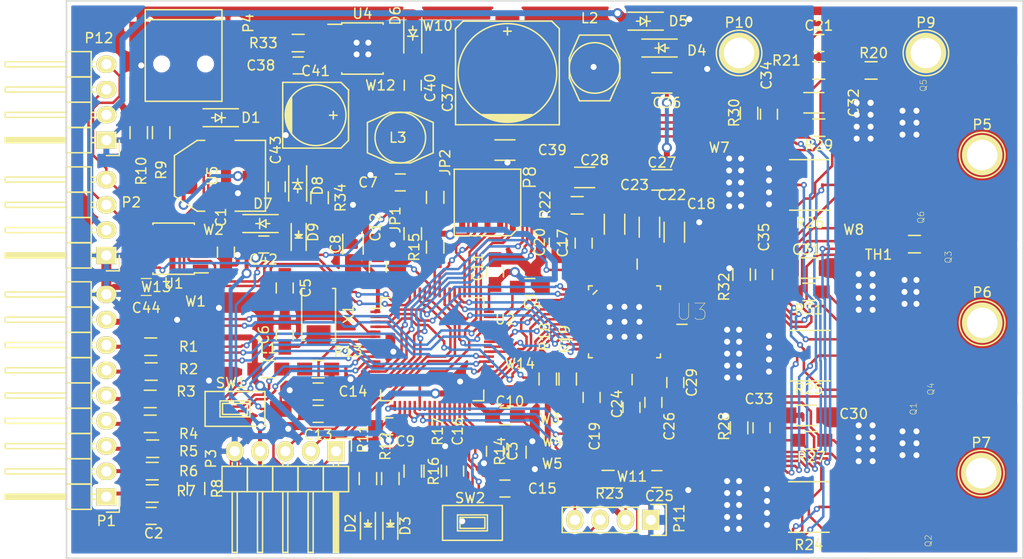
<source format=kicad_pcb>
(kicad_pcb (version 20160815) (host pcbnew no-vcs-found-7452~57~ubuntu16.04.1)
  (layers (0 F.Cu signal) (31 B.Cu signal) (34 B.Paste user) (35 F.Paste user) (36 B.SilkS user) (37 F.SilkS user) (38 B.Mask user) (39 F.Mask user) (44 Edge.Cuts user))
  (net 0 "")
  (net 1 +5V)
  (net 2 GND)
  (net 3 "Net-(C2-Pad1)")
  (net 4 "Net-(C3-Pad1)")
  (net 5 "Net-(C4-Pad1)")
  (net 6 "Net-(C5-Pad1)")
  (net 7 "Net-(C6-Pad1)")
  (net 8 NRST)
  (net 9 +3V3)
  (net 10 +3.3VADC)
  (net 11 "Net-(C15-Pad1)")
  (net 12 "Net-(C16-Pad1)")
  (net 13 "Net-(C18-Pad1)")
  (net 14 "Net-(C19-Pad1)")
  (net 15 "Net-(C20-Pad1)")
  (net 16 /Controller/VSenseSupply)
  (net 17 "Net-(C22-Pad1)")
  (net 18 "Net-(C22-Pad2)")
  (net 19 "Net-(C23-Pad1)")
  (net 20 "Net-(C23-Pad2)")
  (net 21 "Net-(C24-Pad1)")
  (net 22 /Controller/TempDrv)
  (net 23 "Net-(C26-Pad1)")
  (net 24 "Net-(C27-Pad1)")
  (net 25 +36V)
  (net 26 "Net-(C29-Pad1)")
  (net 27 /Controller/VSenseC)
  (net 28 /Controller/VSenseA)
  (net 29 /Controller/VSenseB)
  (net 30 "Net-(C36-Pad1)")
  (net 31 "Net-(C37-Pad1)")
  (net 32 "Net-(C38-Pad1)")
  (net 33 "Net-(C38-Pad2)")
  (net 34 "Net-(C40-Pad1)")
  (net 35 "Net-(C40-Pad2)")
  (net 36 "Net-(D1-Pad2)")
  (net 37 "Net-(D2-Pad2)")
  (net 38 "Net-(D3-Pad2)")
  (net 39 +8V)
  (net 40 "Net-(D9-Pad2)")
  (net 41 "Net-(JP1-Pad1)")
  (net 42 "Net-(JP1-Pad2)")
  (net 43 "Net-(L1-Pad2)")
  (net 44 "Net-(P1-Pad2)")
  (net 45 "Net-(P1-Pad3)")
  (net 46 "Net-(P1-Pad4)")
  (net 47 "Net-(P1-Pad5)")
  (net 48 "Net-(P1-Pad6)")
  (net 49 /Controller/UART_TX)
  (net 50 /Controller/UART_RX)
  (net 51 "Net-(P4-Pad2)")
  (net 52 "Net-(P4-Pad3)")
  (net 53 "Net-(P4-Pad4)")
  (net 54 /power/PhaseA)
  (net 55 /power/PhaseB)
  (net 56 /power/PhaseC)
  (net 57 "Net-(P8-Pad2)")
  (net 58 "Net-(P8-Pad4)")
  (net 59 "Net-(P8-Pad6)")
  (net 60 "Net-(P8-Pad8)")
  (net 61 "Net-(P8-Pad7)")
  (net 62 /Controller/I2C_SCL)
  (net 63 /Controller/I2C_SDA)
  (net 64 "Net-(Q1-Pad4)")
  (net 65 "Net-(Q2-Pad4)")
  (net 66 "Net-(Q3-Pad4)")
  (net 67 "Net-(Q4-Pad4)")
  (net 68 "Net-(Q5-Pad4)")
  (net 69 "Net-(Q6-Pad4)")
  (net 70 /Controller/EndStop1)
  (net 71 /Controller/EndStop2)
  (net 72 /Controller/Index)
  (net 73 /Controller/HallA)
  (net 74 /Controller/HallB)
  (net 75 /Controller/HallC)
  (net 76 /Controller/Temp)
  (net 77 /Controller/USB_DM)
  (net 78 /Controller/USB_DP)
  (net 79 "Net-(R11-Pad1)")
  (net 80 "Net-(R12-Pad1)")
  (net 81 /Controller/FAULT)
  (net 82 /Controller/PWRGD)
  (net 83 "Net-(R22-Pad2)")
  (net 84 /Controller/CAN_TX)
  (net 85 /Controller/CAN_RX)
  (net 86 /Controller/CAN_STBY)
  (net 87 /power/WAKE)
  (net 88 /Controller/EN_GATE)
  (net 89 /Controller/ISenseA)
  (net 90 /Controller/ISenseB)
  (net 91 /Controller/ISenseC)
  (net 92 "Net-(U2-Pad23)")
  (net 93 "Net-(U2-Pad33)")
  (net 94 /Controller/INLA)
  (net 95 /Controller/INLB)
  (net 96 /Controller/INLC)
  (net 97 /Controller/sSCS)
  (net 98 /Controller/INHA)
  (net 99 /Controller/INHB)
  (net 100 /Controller/INHC)
  (net 101 /Controller/SCLK)
  (net 102 /Controller/MISO)
  (net 103 /Controller/MOSI)
  (net 104 "Net-(P12-Pad3)")
  (net 105 "Net-(P12-Pad4)")
  (net 106 "Net-(C24-Pad2)")
  (net 107 "Net-(C26-Pad2)")
  (net 108 "Net-(C29-Pad2)")
  (net 109 "Net-(Q2-Pad1)")
  (net 110 "Net-(Q4-Pad1)")
  (net 111 "Net-(Q6-Pad1)")
  (net 112 "Net-(P1-Pad7)")
  (module Capacitors_SMD:C_0805_HandSoldering (layer F.Cu) (at 172.5 100 270)
    (fp_text reference C3 (at 0 -1.75 270) (layer F.SilkS))
    (fp_text value 2.2uf)
    (pad 1 smd rect (at -1.25 0 270) (size 1.5 1.25) (layers F.Cu F.Paste F.Mask) (net 4 "Net-(C3-Pad1)"))
    (pad 2 smd rect (at 1.25 0 270) (size 1.5 1.25) (layers F.Cu F.Paste F.Mask) (net 2 GND))
  )
  (module Resistors_SMD:R_0805_HandSoldering (layer F.Cu) (at 174.75 100.1 270)
    (fp_text reference R14 (at -0.1 1.75 270) (layer F.SilkS))
    (fp_text value 10K)
    (pad 1 smd rect (at -1.35 0 270) (size 1.5 1.3) (layers F.Cu F.Paste F.Mask) (net 9 +3V3))
    (pad 2 smd rect (at 1.35 0 270) (size 1.5 1.3) (layers F.Cu F.Paste F.Mask) (net 11 "Net-(C15-Pad1)"))
  )
  (module Pin_Headers:Pin_Header_Angled_1x05 (layer F.Cu) (at 156.54 100 270)
    (fp_text reference P3 (at 0.75 12.54 90) (layer F.SilkS))
    (fp_text value DATA)
    (pad 1 thru_hole rect (at 0 0 270) (size 2.032 1.7272) (drill 1.016) (layers *.Cu *.Mask F.SilkS) (net 8 NRST))
    (pad 2 thru_hole oval (at 0 2.54 270) (size 2.032 1.7272) (drill 1.016) (layers *.Cu *.Mask F.SilkS) (net 49 /Controller/UART_TX))
    (pad 3 thru_hole oval (at 0 5.08 270) (size 2.032 1.7272) (drill 1.016) (layers *.Cu *.Mask F.SilkS) (net 50 /Controller/UART_RX))
    (pad 4 thru_hole oval (at 0 7.62 270) (size 2.032 1.7272) (drill 1.016) (layers *.Cu *.Mask F.SilkS) (net 1 +5V))
    (pad 5 thru_hole oval (at 0 10.16 270) (size 2.032 1.7272) (drill 1.016) (layers *.Cu *.Mask F.SilkS) (net 2 GND))
  )
  (module LEDs:LED_0805 (layer F.Cu) (at 162 107.25 90)
    (fp_text reference D3 (at -0.25 1.5 90) (layer F.SilkS))
    (fp_text value "RED LED")
    (pad 2 smd rect (at 1.04902 0 270) (size 1.19888 1.19888) (layers F.Cu F.Paste F.Mask) (net 38 "Net-(D3-Pad2)"))
    (pad 1 smd rect (at -1.04902 0 270) (size 1.19888 1.19888) (layers F.Cu F.Paste F.Mask) (net 2 GND))
  )
  (module Diodes_SMD:SOD-123 (layer F.Cu) (at 164.25 58 90)
    (fp_text reference D6 (at 1.75 -1.75 90) (layer F.SilkS))
    (fp_text value 50V)
    (pad 1 smd rect (at -1.635 0 90) (size 0.91 1.22) (layers F.Cu F.Paste F.Mask) (net 35 "Net-(C40-Pad2)"))
    (pad 2 smd rect (at 1.635 0 90) (size 0.91 1.22) (layers F.Cu F.Paste F.Mask) (net 2 GND))
  )
  (module Capacitors_SMD:C_1206_HandSoldering (layer F.Cu) (at 173.5 69.75 180)
    (fp_text reference C39 (at -4.75 0 180) (layer F.SilkS))
    (fp_text value "220nF 60V")
    (pad 1 smd rect (at -2 0 180) (size 2 1.6) (layers F.Cu F.Paste F.Mask) (net 31 "Net-(C37-Pad1)"))
    (pad 2 smd rect (at 2 0 180) (size 2 1.6) (layers F.Cu F.Paste F.Mask) (net 2 GND))
  )
  (module Capacitors_SMD:C_0805_HandSoldering (layer F.Cu) (at 188.4 95.1 270)
    (fp_text reference C26 (at 2.4 -1.6 270) (layer F.SilkS))
    (fp_text value "1nF 5V")
    (pad 1 smd rect (at -1.25 0 270) (size 1.5 1.25) (layers F.Cu F.Paste F.Mask) (net 23 "Net-(C26-Pad1)"))
    (pad 2 smd rect (at 1.25 0 270) (size 1.5 1.25) (layers F.Cu F.Paste F.Mask) (net 107 "Net-(C26-Pad2)"))
  )
  (module Resistors_SMD:R_0805_HandSoldering (layer F.Cu) (at 166.25 102 90)
    (fp_text reference R17 (at 4 0.5 90) (layer F.SilkS))
    (fp_text value 10K)
    (pad 1 smd rect (at -1.35 0 90) (size 1.5 1.3) (layers F.Cu F.Paste F.Mask) (net 12 "Net-(C16-Pad1)"))
    (pad 2 smd rect (at 1.35 0 90) (size 1.5 1.3) (layers F.Cu F.Paste F.Mask) (net 2 GND))
  )
  (module Local:R_PSR400_SENSE (layer F.Cu) (at 204 105.6 180)
    (fp_text reference R24 (at 0 -3.81 180) (layer F.SilkS))
    (fp_text value R001)
    (fp_line (start 1.27 0) (end 3.81 0) (layer F.Cu) (width 0.25))
    (fp_line (start -1.27 0) (end -3.81 0) (layer F.Cu) (width 0.25))
    (pad 3 smd rect (at 1.27 0 180) (size 0.3 0.3) (layers F.Cu) (net 106 "Net-(C24-Pad2)"))
    (pad 2 connect rect (at -1.27 0 180) (size 0.3 0.3) (layers F.Cu) (net 21 "Net-(C24-Pad1)"))
    (pad 4 smd rect (at 4.15 0 180) (size 2.7 6.2) (layers F.Cu F.Paste F.Mask) (net 2 GND))
    (pad 1 smd rect (at -4.15 0 180) (size 2.7 6.2) (layers F.Cu F.Paste F.Mask) (net 109 "Net-(Q2-Pad1)"))
  )
  (module QFP50P900X900X120-49N:QFP50P900X900X120-49N (layer F.Cu) (at 185.5 87)
    (fp_text reference U3 (at 6.75 -1) (layer F.SilkS) (effects (font (size 1.64 1.64) (thickness 0.05))))
    (fp_text value DRV8305 hide)
    (pad 1 smd rect (at -4.2164 -2.7432 270) (size 0.2794 1.4732) (layers F.Cu F.Paste F.Mask) (net 88 /Controller/EN_GATE))
    (pad 2 smd rect (at -4.2164 -2.2606 270) (size 0.2794 1.4732) (layers F.Cu F.Paste F.Mask) (net 98 /Controller/INHA))
    (pad 3 smd rect (at -4.2164 -1.7526 270) (size 0.2794 1.4732) (layers F.Cu F.Paste F.Mask) (net 94 /Controller/INLA))
    (pad 4 smd rect (at -4.2164 -1.2446 270) (size 0.2794 1.4732) (layers F.Cu F.Paste F.Mask) (net 99 /Controller/INHB))
    (pad 5 smd rect (at -4.2164 -0.762 270) (size 0.2794 1.4732) (layers F.Cu F.Paste F.Mask) (net 95 /Controller/INLB))
    (pad 6 smd rect (at -4.2164 -0.254 270) (size 0.2794 1.4732) (layers F.Cu F.Paste F.Mask) (net 100 /Controller/INHC))
    (pad 7 smd rect (at -4.2164 0.254 270) (size 0.2794 1.4732) (layers F.Cu F.Paste F.Mask) (net 96 /Controller/INLC))
    (pad 8 smd rect (at -4.2164 0.762 270) (size 0.2794 1.4732) (layers F.Cu F.Paste F.Mask) (net 81 /Controller/FAULT))
    (pad 9 smd rect (at -4.2164 1.2446 270) (size 0.2794 1.4732) (layers F.Cu F.Paste F.Mask) (net 97 /Controller/sSCS))
    (pad 10 smd rect (at -4.2164 1.7526 270) (size 0.2794 1.4732) (layers F.Cu F.Paste F.Mask) (net 103 /Controller/MOSI))
    (pad 11 smd rect (at -4.2164 2.2606 270) (size 0.2794 1.4732) (layers F.Cu F.Paste F.Mask) (net 102 /Controller/MISO))
    (pad 12 smd rect (at -4.2164 2.7432 270) (size 0.2794 1.4732) (layers F.Cu F.Paste F.Mask) (net 101 /Controller/SCLK))
    (pad 13 smd rect (at -2.7432 4.2164 180) (size 0.2794 1.4732) (layers F.Cu F.Paste F.Mask) (net 82 /Controller/PWRGD))
    (pad 14 smd rect (at -2.2606 4.2164 180) (size 0.2794 1.4732) (layers F.Cu F.Paste F.Mask) (net 2 GND))
    (pad 15 smd rect (at -1.7526 4.2164 180) (size 0.2794 1.4732) (layers F.Cu F.Paste F.Mask) (net 14 "Net-(C19-Pad1)"))
    (pad 16 smd rect (at -1.2446 4.2164 180) (size 0.2794 1.4732) (layers F.Cu F.Paste F.Mask) (net 89 /Controller/ISenseA))
    (pad 17 smd rect (at -0.762 4.2164 180) (size 0.2794 1.4732) (layers F.Cu F.Paste F.Mask) (net 90 /Controller/ISenseB))
    (pad 18 smd rect (at -0.254 4.2164 180) (size 0.2794 1.4732) (layers F.Cu F.Paste F.Mask) (net 91 /Controller/ISenseC))
    (pad 19 smd rect (at 0.254 4.2164 180) (size 0.2794 1.4732) (layers F.Cu F.Paste F.Mask) (net 106 "Net-(C24-Pad2)"))
    (pad 20 smd rect (at 0.762 4.2164 180) (size 0.2794 1.4732) (layers F.Cu F.Paste F.Mask) (net 21 "Net-(C24-Pad1)"))
    (pad 21 smd rect (at 1.2446 4.2164 180) (size 0.2794 1.4732) (layers F.Cu F.Paste F.Mask) (net 107 "Net-(C26-Pad2)"))
    (pad 22 smd rect (at 1.7526 4.2164 180) (size 0.2794 1.4732) (layers F.Cu F.Paste F.Mask) (net 23 "Net-(C26-Pad1)"))
    (pad 23 smd rect (at 2.2606 4.2164 180) (size 0.2794 1.4732) (layers F.Cu F.Paste F.Mask) (net 108 "Net-(C29-Pad2)"))
    (pad 24 smd rect (at 2.7432 4.2164 180) (size 0.2794 1.4732) (layers F.Cu F.Paste F.Mask) (net 26 "Net-(C29-Pad1)"))
    (pad 25 smd rect (at 4.2164 2.7432 270) (size 0.2794 1.4732) (layers F.Cu F.Paste F.Mask) (net 65 "Net-(Q2-Pad4)"))
    (pad 26 smd rect (at 4.2164 2.2606 270) (size 0.2794 1.4732) (layers F.Cu F.Paste F.Mask) (net 109 "Net-(Q2-Pad1)"))
    (pad 27 smd rect (at 4.2164 1.7526 270) (size 0.2794 1.4732) (layers F.Cu F.Paste F.Mask) (net 56 /power/PhaseC))
    (pad 28 smd rect (at 4.2164 1.2446 270) (size 0.2794 1.4732) (layers F.Cu F.Paste F.Mask) (net 64 "Net-(Q1-Pad4)"))
    (pad 29 smd rect (at 4.2164 0.762 270) (size 0.2794 1.4732) (layers F.Cu F.Paste F.Mask) (net 66 "Net-(Q3-Pad4)"))
    (pad 30 smd rect (at 4.2164 0.254 270) (size 0.2794 1.4732) (layers F.Cu F.Paste F.Mask) (net 55 /power/PhaseB))
    (pad 31 smd rect (at 4.2164 -0.254 270) (size 0.2794 1.4732) (layers F.Cu F.Paste F.Mask) (net 110 "Net-(Q4-Pad1)"))
    (pad 32 smd rect (at 4.2164 -0.762 270) (size 0.2794 1.4732) (layers F.Cu F.Paste F.Mask) (net 67 "Net-(Q4-Pad4)"))
    (pad 33 smd rect (at 4.2164 -1.2446 270) (size 0.2794 1.4732) (layers F.Cu F.Paste F.Mask) (net 69 "Net-(Q6-Pad4)"))
    (pad 34 smd rect (at 4.2164 -1.7526 270) (size 0.2794 1.4732) (layers F.Cu F.Paste F.Mask) (net 111 "Net-(Q6-Pad1)"))
    (pad 35 smd rect (at 4.2164 -2.2606 270) (size 0.2794 1.4732) (layers F.Cu F.Paste F.Mask) (net 54 /power/PhaseA))
    (pad 36 smd rect (at 4.2164 -2.7432 270) (size 0.2794 1.4732) (layers F.Cu F.Paste F.Mask) (net 68 "Net-(Q5-Pad4)"))
    (pad 37 smd rect (at 2.7432 -4.2164 180) (size 0.2794 1.4732) (layers F.Cu F.Paste F.Mask) (net 13 "Net-(C18-Pad1)"))
    (pad 38 smd rect (at 2.2606 -4.2164 180) (size 0.2794 1.4732) (layers F.Cu F.Paste F.Mask) (net 24 "Net-(C27-Pad1)"))
    (pad 39 smd rect (at 1.7526 -4.2164 180) (size 0.2794 1.4732) (layers F.Cu F.Paste F.Mask) (net 17 "Net-(C22-Pad1)"))
    (pad 40 smd rect (at 1.2446 -4.2164 180) (size 0.2794 1.4732) (layers F.Cu F.Paste F.Mask) (net 18 "Net-(C22-Pad2)"))
    (pad 41 smd rect (at 0.762 -4.2164 180) (size 0.2794 1.4732) (layers F.Cu F.Paste F.Mask) (net 25 +36V))
    (pad 42 smd rect (at 0.254 -4.2164 180) (size 0.2794 1.4732) (layers F.Cu F.Paste F.Mask) (net 20 "Net-(C23-Pad2)"))
    (pad 43 smd rect (at -0.254 -4.2164 180) (size 0.2794 1.4732) (layers F.Cu F.Paste F.Mask) (net 19 "Net-(C23-Pad1)"))
    (pad 44 smd rect (at -0.762 -4.2164 180) (size 0.2794 1.4732) (layers F.Cu F.Paste F.Mask) (net 83 "Net-(R22-Pad2)"))
    (pad 45 smd rect (at -1.2446 -4.2164 180) (size 0.2794 1.4732) (layers F.Cu F.Paste F.Mask) (net 2 GND))
    (pad 46 smd rect (at -1.7526 -4.2164 180) (size 0.2794 1.4732) (layers F.Cu F.Paste F.Mask) (net 15 "Net-(C20-Pad1)"))
    (pad 47 smd rect (at -2.2606 -4.2164 180) (size 0.2794 1.4732) (layers F.Cu F.Paste F.Mask) (net 87 /power/WAKE))
    (pad 48 smd rect (at -2.7432 -4.2164 180) (size 0.2794 1.4732) (layers F.Cu F.Paste F.Mask) (net 10 +3.3VADC))
    (pad 49 smd rect (at 0 0) (size 4.5974 4.5974) (layers F.Cu F.Paste F.Mask) (net 2 GND))
  )
  (module Local:R_PSR400_SENSE (layer F.Cu) (at 204.1 73.25 180)
    (fp_text reference R26 (at 0 -3.81 180) (layer F.SilkS))
    (fp_text value R001)
    (fp_line (start 1.27 0) (end 3.81 0) (layer F.Cu) (width 0.25))
    (fp_line (start -1.27 0) (end -3.81 0) (layer F.Cu) (width 0.25))
    (pad 3 smd rect (at 1.27 0 180) (size 0.3 0.3) (layers F.Cu) (net 108 "Net-(C29-Pad2)"))
    (pad 2 connect rect (at -1.27 0 180) (size 0.3 0.3) (layers F.Cu) (net 26 "Net-(C29-Pad1)"))
    (pad 4 smd rect (at 4.15 0 180) (size 2.7 6.2) (layers F.Cu F.Paste F.Mask) (net 2 GND))
    (pad 1 smd rect (at -4.15 0 180) (size 2.7 6.2) (layers F.Cu F.Paste F.Mask) (net 111 "Net-(Q6-Pad1)"))
  )
  (module Local:R_PSR400_SENSE (layer F.Cu) (at 204.1 90.4 180)
    (fp_text reference R25 (at 0.1 -3.35 180) (layer F.SilkS))
    (fp_text value R001)
    (fp_line (start -1.27 0) (end -3.81 0) (layer F.Cu) (width 0.25))
    (fp_line (start 1.27 0) (end 3.81 0) (layer F.Cu) (width 0.25))
    (pad 1 smd rect (at -4.15 0 180) (size 2.7 6.2) (layers F.Cu F.Paste F.Mask) (net 110 "Net-(Q4-Pad1)"))
    (pad 4 smd rect (at 4.15 0 180) (size 2.7 6.2) (layers F.Cu F.Paste F.Mask) (net 2 GND))
    (pad 2 connect rect (at -1.27 0 180) (size 0.3 0.3) (layers F.Cu) (net 23 "Net-(C26-Pad1)"))
    (pad 3 smd rect (at 1.27 0 180) (size 0.3 0.3) (layers F.Cu) (net 107 "Net-(C26-Pad2)"))
  )
  (module Local:SON127P532X615X110-8N (layer F.Cu) (at 214.75 105.1982 270)
    (fp_text reference Q2 (at 3.8018 -1.25 270) (layer F.SilkS) (effects (font (size 0.64 0.64) (thickness 0.05))))
    (fp_text value BSC016N06NS hide)
    (pad 8 smd rect (at 0.0018 -0.647569 270) (size 4.41 3.75) (layers F.Cu F.Paste F.Mask) (net 56 /power/PhaseC))
    (pad 5 smd rect (at 1.90655 -2.92214 270) (size 0.6 0.8) (layers F.Cu F.Paste F.Mask) (net 56 /power/PhaseC))
    (pad 6 smd rect (at 0.63655 -2.92214 270) (size 0.6 0.8) (layers F.Cu F.Paste F.Mask) (net 56 /power/PhaseC))
    (pad 7 smd rect (at -0.63345 -2.92214 270) (size 0.6 0.8) (layers F.Cu F.Paste F.Mask) (net 56 /power/PhaseC))
    (pad 8 smd rect (at -1.90345 -2.92214 270) (size 0.6 0.8) (layers F.Cu F.Paste F.Mask) (net 56 /power/PhaseC))
    (pad 4 smd rect (at 1.85662 2.90068 270) (size 0.5 0.85) (layers F.Cu F.Paste F.Mask) (net 65 "Net-(Q2-Pad4)"))
    (pad 3 smd rect (at 0.586619 2.90068 270) (size 0.5 0.85) (layers F.Cu F.Paste F.Mask) (net 109 "Net-(Q2-Pad1)"))
    (pad 2 smd rect (at -0.683381 2.90068 270) (size 0.5 0.85) (layers F.Cu F.Paste F.Mask) (net 109 "Net-(Q2-Pad1)"))
    (pad 1 smd rect (at -1.95338 2.90068 270) (size 0.5 0.85) (layers F.Cu F.Paste F.Mask) (net 109 "Net-(Q2-Pad1)"))
  )
  (module Local:SON127P532X615X110-8N (layer F.Cu) (at 214.75 99.25 90)
    (fp_text reference Q1 (at 3.5 -0.25 90) (layer F.SilkS) (effects (font (size 0.64 0.64) (thickness 0.05))))
    (fp_text value BSC016N06NS hide)
    (pad 1 smd rect (at -1.95338 2.90068 90) (size 0.5 0.85) (layers F.Cu F.Paste F.Mask) (net 56 /power/PhaseC))
    (pad 2 smd rect (at -0.683381 2.90068 90) (size 0.5 0.85) (layers F.Cu F.Paste F.Mask) (net 56 /power/PhaseC))
    (pad 3 smd rect (at 0.586619 2.90068 90) (size 0.5 0.85) (layers F.Cu F.Paste F.Mask) (net 56 /power/PhaseC))
    (pad 4 smd rect (at 1.85662 2.90068 90) (size 0.5 0.85) (layers F.Cu F.Paste F.Mask) (net 64 "Net-(Q1-Pad4)"))
    (pad 8 smd rect (at -1.90345 -2.92214 90) (size 0.6 0.8) (layers F.Cu F.Paste F.Mask) (net 25 +36V))
    (pad 7 smd rect (at -0.63345 -2.92214 90) (size 0.6 0.8) (layers F.Cu F.Paste F.Mask) (net 25 +36V))
    (pad 6 smd rect (at 0.63655 -2.92214 90) (size 0.6 0.8) (layers F.Cu F.Paste F.Mask) (net 25 +36V))
    (pad 5 smd rect (at 1.90655 -2.92214 90) (size 0.6 0.8) (layers F.Cu F.Paste F.Mask) (net 25 +36V))
    (pad 8 smd rect (at 0.0018 -0.647569 90) (size 4.41 3.75) (layers F.Cu F.Paste F.Mask) (net 25 +36V))
  )
  (module Local:SON127P532X615X110-8N (layer F.Cu) (at 214.8 89.9982 270)
    (fp_text reference Q4 (at 3.7518 -1.45 270) (layer F.SilkS) (effects (font (size 0.64 0.64) (thickness 0.05))))
    (fp_text value BSC016N06NS hide)
    (pad 8 smd rect (at 0.0018 -0.647569 270) (size 4.41 3.75) (layers F.Cu F.Paste F.Mask) (net 55 /power/PhaseB))
    (pad 5 smd rect (at 1.90655 -2.92214 270) (size 0.6 0.8) (layers F.Cu F.Paste F.Mask) (net 55 /power/PhaseB))
    (pad 6 smd rect (at 0.63655 -2.92214 270) (size 0.6 0.8) (layers F.Cu F.Paste F.Mask) (net 55 /power/PhaseB))
    (pad 7 smd rect (at -0.63345 -2.92214 270) (size 0.6 0.8) (layers F.Cu F.Paste F.Mask) (net 55 /power/PhaseB))
    (pad 8 smd rect (at -1.90345 -2.92214 270) (size 0.6 0.8) (layers F.Cu F.Paste F.Mask) (net 55 /power/PhaseB))
    (pad 4 smd rect (at 1.85662 2.90068 270) (size 0.5 0.85) (layers F.Cu F.Paste F.Mask) (net 67 "Net-(Q4-Pad4)"))
    (pad 3 smd rect (at 0.586619 2.90068 270) (size 0.5 0.85) (layers F.Cu F.Paste F.Mask) (net 110 "Net-(Q4-Pad1)"))
    (pad 2 smd rect (at -0.683381 2.90068 270) (size 0.5 0.85) (layers F.Cu F.Paste F.Mask) (net 110 "Net-(Q4-Pad1)"))
    (pad 1 smd rect (at -1.95338 2.90068 270) (size 0.5 0.85) (layers F.Cu F.Paste F.Mask) (net 110 "Net-(Q4-Pad1)"))
  )
  (module Local:SON127P532X615X110-8N (layer F.Cu) (at 214.75 67 90)
    (fp_text reference Q5 (at 3.75 0.75 90) (layer F.SilkS) (effects (font (size 0.64 0.64) (thickness 0.05))))
    (fp_text value BSC016N06NS hide)
    (pad 1 smd rect (at -1.95338 2.90068 90) (size 0.5 0.85) (layers F.Cu F.Paste F.Mask) (net 54 /power/PhaseA))
    (pad 2 smd rect (at -0.683381 2.90068 90) (size 0.5 0.85) (layers F.Cu F.Paste F.Mask) (net 54 /power/PhaseA))
    (pad 3 smd rect (at 0.586619 2.90068 90) (size 0.5 0.85) (layers F.Cu F.Paste F.Mask) (net 54 /power/PhaseA))
    (pad 4 smd rect (at 1.85662 2.90068 90) (size 0.5 0.85) (layers F.Cu F.Paste F.Mask) (net 68 "Net-(Q5-Pad4)"))
    (pad 8 smd rect (at -1.90345 -2.92214 90) (size 0.6 0.8) (layers F.Cu F.Paste F.Mask) (net 25 +36V))
    (pad 7 smd rect (at -0.63345 -2.92214 90) (size 0.6 0.8) (layers F.Cu F.Paste F.Mask) (net 25 +36V))
    (pad 6 smd rect (at 0.63655 -2.92214 90) (size 0.6 0.8) (layers F.Cu F.Paste F.Mask) (net 25 +36V))
    (pad 5 smd rect (at 1.90655 -2.92214 90) (size 0.6 0.8) (layers F.Cu F.Paste F.Mask) (net 25 +36V))
    (pad 8 smd rect (at 0.0018 -0.647569 90) (size 4.41 3.75) (layers F.Cu F.Paste F.Mask) (net 25 +36V))
  )
  (module Local:SON127P532X615X110-8N (layer F.Cu) (at 214.75 73 270)
    (fp_text reference Q6 (at 3.5 -0.5 270) (layer F.SilkS) (effects (font (size 0.64 0.64) (thickness 0.05))))
    (fp_text value BSC016N06NS hide)
    (pad 8 smd rect (at 0.0018 -0.647569 270) (size 4.41 3.75) (layers F.Cu F.Paste F.Mask) (net 54 /power/PhaseA))
    (pad 5 smd rect (at 1.90655 -2.92214 270) (size 0.6 0.8) (layers F.Cu F.Paste F.Mask) (net 54 /power/PhaseA))
    (pad 6 smd rect (at 0.63655 -2.92214 270) (size 0.6 0.8) (layers F.Cu F.Paste F.Mask) (net 54 /power/PhaseA))
    (pad 7 smd rect (at -0.63345 -2.92214 270) (size 0.6 0.8) (layers F.Cu F.Paste F.Mask) (net 54 /power/PhaseA))
    (pad 8 smd rect (at -1.90345 -2.92214 270) (size 0.6 0.8) (layers F.Cu F.Paste F.Mask) (net 54 /power/PhaseA))
    (pad 4 smd rect (at 1.85662 2.90068 270) (size 0.5 0.85) (layers F.Cu F.Paste F.Mask) (net 69 "Net-(Q6-Pad4)"))
    (pad 3 smd rect (at 0.586619 2.90068 270) (size 0.5 0.85) (layers F.Cu F.Paste F.Mask) (net 111 "Net-(Q6-Pad1)"))
    (pad 2 smd rect (at -0.683381 2.90068 270) (size 0.5 0.85) (layers F.Cu F.Paste F.Mask) (net 111 "Net-(Q6-Pad1)"))
    (pad 1 smd rect (at -1.95338 2.90068 270) (size 0.5 0.85) (layers F.Cu F.Paste F.Mask) (net 111 "Net-(Q6-Pad1)"))
  )
  (module Local:SON127P532X615X110-8N (layer F.Cu) (at 214.75 84 90)
    (fp_text reference Q3 (at 3.5 3.25 90) (layer F.SilkS) (effects (font (size 0.64 0.64) (thickness 0.05))))
    (fp_text value BSC016N06NS hide)
    (pad 1 smd rect (at -1.95338 2.90068 90) (size 0.5 0.85) (layers F.Cu F.Paste F.Mask) (net 55 /power/PhaseB))
    (pad 2 smd rect (at -0.683381 2.90068 90) (size 0.5 0.85) (layers F.Cu F.Paste F.Mask) (net 55 /power/PhaseB))
    (pad 3 smd rect (at 0.586619 2.90068 90) (size 0.5 0.85) (layers F.Cu F.Paste F.Mask) (net 55 /power/PhaseB))
    (pad 4 smd rect (at 1.85662 2.90068 90) (size 0.5 0.85) (layers F.Cu F.Paste F.Mask) (net 66 "Net-(Q3-Pad4)"))
    (pad 8 smd rect (at -1.90345 -2.92214 90) (size 0.6 0.8) (layers F.Cu F.Paste F.Mask) (net 25 +36V))
    (pad 7 smd rect (at -0.63345 -2.92214 90) (size 0.6 0.8) (layers F.Cu F.Paste F.Mask) (net 25 +36V))
    (pad 6 smd rect (at 0.63655 -2.92214 90) (size 0.6 0.8) (layers F.Cu F.Paste F.Mask) (net 25 +36V))
    (pad 5 smd rect (at 1.90655 -2.92214 90) (size 0.6 0.8) (layers F.Cu F.Paste F.Mask) (net 25 +36V))
    (pad 8 smd rect (at 0.0018 -0.647569 90) (size 4.41 3.75) (layers F.Cu F.Paste F.Mask) (net 25 +36V))
  )
  (module Capacitors_SMD:C_0805_HandSoldering (layer F.Cu) (at 145.5 80 270)
    (fp_text reference C1 (at -3.5 0.5 270) (layer F.SilkS))
    (fp_text value "0.1uf (6V min)")
    (pad 1 smd rect (at -1.25 0 270) (size 1.5 1.25) (layers F.Cu F.Paste F.Mask) (net 1 +5V))
    (pad 2 smd rect (at 1.25 0 270) (size 1.5 1.25) (layers F.Cu F.Paste F.Mask) (net 2 GND))
  )
  (module Capacitors_SMD:C_0805_HandSoldering (layer F.Cu) (at 138 106.5)
    (fp_text reference C2 (at 0.25 1.75) (layer F.SilkS))
    (fp_text value 0.1uF)
    (pad 1 smd rect (at -1.25 0) (size 1.5 1.25) (layers F.Cu F.Paste F.Mask) (net 3 "Net-(C2-Pad1)"))
    (pad 2 smd rect (at 1.25 0) (size 1.5 1.25) (layers F.Cu F.Paste F.Mask) (net 2 GND))
  )
  (module Capacitors_SMD:C_0805_HandSoldering (layer F.Cu) (at 176 83.5)
    (fp_text reference C4 (at 0.25 1.75) (layer F.SilkS))
    (fp_text value 2.2uf)
    (pad 1 smd rect (at -1.25 0) (size 1.5 1.25) (layers F.Cu F.Paste F.Mask) (net 5 "Net-(C4-Pad1)"))
    (pad 2 smd rect (at 1.25 0) (size 1.5 1.25) (layers F.Cu F.Paste F.Mask) (net 2 GND))
  )
  (module Capacitors_SMD:C_0805_HandSoldering (layer F.Cu) (at 151.4 83.6 270)
    (fp_text reference C5 (at 0 -2.1 270) (layer F.SilkS))
    (fp_text value 15pF)
    (pad 1 smd rect (at -1.25 0 270) (size 1.5 1.25) (layers F.Cu F.Paste F.Mask) (net 6 "Net-(C5-Pad1)"))
    (pad 2 smd rect (at 1.25 0 270) (size 1.5 1.25) (layers F.Cu F.Paste F.Mask) (net 2 GND))
  )
  (module Capacitors_SMD:C_0805_HandSoldering (layer F.Cu) (at 151.4 88.3 90)
    (fp_text reference C6 (at 0 -2.1 90) (layer F.SilkS))
    (fp_text value 15pF)
    (pad 1 smd rect (at -1.25 0 90) (size 1.5 1.25) (layers F.Cu F.Paste F.Mask) (net 7 "Net-(C6-Pad1)"))
    (pad 2 smd rect (at 1.25 0 90) (size 1.5 1.25) (layers F.Cu F.Paste F.Mask) (net 2 GND))
  )
  (module Capacitors_SMD:C_0805_HandSoldering (layer F.Cu) (at 163 73 180)
    (fp_text reference C7 (at 3.25 0 180) (layer F.SilkS))
    (fp_text value 100nf)
    (pad 1 smd rect (at -1.25 0 180) (size 1.5 1.25) (layers F.Cu F.Paste F.Mask) (net 8 NRST))
    (pad 2 smd rect (at 1.25 0 180) (size 1.5 1.25) (layers F.Cu F.Paste F.Mask) (net 2 GND))
  )
  (module Capacitors_SMD:C_1206_HandSoldering (layer F.Cu) (at 158.25 79.2 90)
    (fp_text reference C8 (at 0 -1.75 90) (layer F.SilkS))
    (fp_text value 4.7uf)
    (pad 1 smd rect (at -2 0 90) (size 2 1.6) (layers F.Cu F.Paste F.Mask) (net 9 +3V3))
    (pad 2 smd rect (at 2 0 90) (size 2 1.6) (layers F.Cu F.Paste F.Mask) (net 2 GND))
  )
  (module Capacitors_SMD:C_0805_HandSoldering (layer F.Cu) (at 161.75 97.5 180)
    (fp_text reference C9 (at -1.75 -1.5 180) (layer F.SilkS))
    (fp_text value "100nf 5V")
    (pad 1 smd rect (at -1.25 0 180) (size 1.5 1.25) (layers F.Cu F.Paste F.Mask) (net 9 +3V3))
    (pad 2 smd rect (at 1.25 0 180) (size 1.5 1.25) (layers F.Cu F.Paste F.Mask) (net 2 GND))
  )
  (module Capacitors_SMD:C_0805_HandSoldering (layer F.Cu) (at 173.5 96.5)
    (fp_text reference C10 (at 0.5 -1.5) (layer F.SilkS))
    (fp_text value 100nf)
    (pad 1 smd rect (at -1.25 0) (size 1.5 1.25) (layers F.Cu F.Paste F.Mask) (net 9 +3V3))
    (pad 2 smd rect (at 1.25 0) (size 1.5 1.25) (layers F.Cu F.Paste F.Mask) (net 2 GND))
  )
  (module Capacitors_SMD:C_0805_HandSoldering (layer F.Cu) (at 172.5 82 90)
    (fp_text reference C11 (at 0.5 -1.75 90) (layer F.SilkS))
    (fp_text value 100nf)
    (pad 1 smd rect (at -1.25 0 90) (size 1.5 1.25) (layers F.Cu F.Paste F.Mask) (net 9 +3V3))
    (pad 2 smd rect (at 1.25 0 90) (size 1.5 1.25) (layers F.Cu F.Paste F.Mask) (net 2 GND))
  )
  (module Capacitors_SMD:C_0805_HandSoldering (layer F.Cu) (at 160.75 81.5 90)
    (fp_text reference C12 (at 4 -0.25 90) (layer F.SilkS))
    (fp_text value 100nf)
    (pad 1 smd rect (at -1.25 0 90) (size 1.5 1.25) (layers F.Cu F.Paste F.Mask) (net 9 +3V3))
    (pad 2 smd rect (at 1.25 0 90) (size 1.5 1.25) (layers F.Cu F.Paste F.Mask) (net 2 GND))
  )
  (module Capacitors_SMD:C_0805_HandSoldering (layer F.Cu) (at 154.75 96.25 180)
    (fp_text reference C13 (at 0 -2.1 180) (layer F.SilkS))
    (fp_text value 10nf)
    (pad 1 smd rect (at -1.25 0 180) (size 1.5 1.25) (layers F.Cu F.Paste F.Mask) (net 10 +3.3VADC))
    (pad 2 smd rect (at 1.25 0 180) (size 1.5 1.25) (layers F.Cu F.Paste F.Mask) (net 2 GND))
  )
  (module Capacitors_SMD:C_0805_HandSoldering (layer F.Cu) (at 154.75 94 180)
    (fp_text reference C14 (at -3.5 0 180) (layer F.SilkS))
    (fp_text value 1uf)
    (pad 1 smd rect (at -1.25 0 180) (size 1.5 1.25) (layers F.Cu F.Paste F.Mask) (net 10 +3.3VADC))
    (pad 2 smd rect (at 1.25 0 180) (size 1.5 1.25) (layers F.Cu F.Paste F.Mask) (net 2 GND))
  )
  (module Capacitors_SMD:C_0805_HandSoldering (layer F.Cu) (at 173.5 103.75)
    (fp_text reference C15 (at 3.75 0) (layer F.SilkS))
    (fp_text value "0.1uF 5V")
    (pad 1 smd rect (at -1.25 0) (size 1.5 1.25) (layers F.Cu F.Paste F.Mask) (net 11 "Net-(C15-Pad1)"))
    (pad 2 smd rect (at 1.25 0) (size 1.5 1.25) (layers F.Cu F.Paste F.Mask) (net 2 GND))
  )
  (module Capacitors_SMD:C_0805_HandSoldering (layer F.Cu) (at 168.5 102 90)
    (fp_text reference C16 (at 4 0.25 90) (layer F.SilkS))
    (fp_text value "0.1uF 5V")
    (pad 1 smd rect (at -1.25 0 90) (size 1.5 1.25) (layers F.Cu F.Paste F.Mask) (net 12 "Net-(C16-Pad1)"))
    (pad 2 smd rect (at 1.25 0 90) (size 1.5 1.25) (layers F.Cu F.Paste F.Mask) (net 2 GND))
  )
  (module Capacitors_SMD:C_0805_HandSoldering (layer F.Cu) (at 181.4 79.1 90)
    (fp_text reference C17 (at 0 -2.1 90) (layer F.SilkS))
    (fp_text value "1uF 4V")
    (pad 1 smd rect (at -1.25 0 90) (size 1.5 1.25) (layers F.Cu F.Paste F.Mask) (net 10 +3.3VADC))
    (pad 2 smd rect (at 1.25 0 90) (size 1.5 1.25) (layers F.Cu F.Paste F.Mask) (net 2 GND))
  )
  (module Capacitors_SMD:C_1206_HandSoldering (layer F.Cu) (at 190.5 78 90)
    (fp_text reference C18 (at 2.85 2.7 180) (layer F.SilkS))
    (fp_text value "1uf 16V")
    (pad 1 smd rect (at -2 0 90) (size 2 1.6) (layers F.Cu F.Paste F.Mask) (net 13 "Net-(C18-Pad1)"))
    (pad 2 smd rect (at 2 0 90) (size 2 1.6) (layers F.Cu F.Paste F.Mask) (net 2 GND))
  )
  (module Capacitors_SMD:C_0805_HandSoldering (layer F.Cu) (at 182.2 94.6 90)
    (fp_text reference C19 (at -3.9 0.3 90) (layer F.SilkS))
    (fp_text value "1uf 6.3V")
    (pad 1 smd rect (at -1.25 0 90) (size 1.5 1.25) (layers F.Cu F.Paste F.Mask) (net 14 "Net-(C19-Pad1)"))
    (pad 2 smd rect (at 1.25 0 90) (size 1.5 1.25) (layers F.Cu F.Paste F.Mask) (net 2 GND))
  )
  (module Capacitors_SMD:C_0805_HandSoldering (layer F.Cu) (at 178.8 79.1 90)
    (fp_text reference C20 (at 0.1 -1.8 90) (layer F.SilkS))
    (fp_text value "1uf 6.3V")
    (pad 1 smd rect (at -1.25 0 90) (size 1.5 1.25) (layers F.Cu F.Paste F.Mask) (net 15 "Net-(C20-Pad1)"))
    (pad 2 smd rect (at 1.25 0 90) (size 1.5 1.25) (layers F.Cu F.Paste F.Mask) (net 2 GND))
  )
  (module Capacitors_SMD:C_0805_HandSoldering (layer F.Cu) (at 205 59 180)
    (fp_text reference C21 (at 0 1.75 180) (layer F.SilkS))
    (fp_text value "0.1uF 5V")
    (pad 1 smd rect (at -1.25 0 180) (size 1.5 1.25) (layers F.Cu F.Paste F.Mask) (net 16 /Controller/VSenseSupply))
    (pad 2 smd rect (at 1.25 0 180) (size 1.5 1.25) (layers F.Cu F.Paste F.Mask) (net 2 GND))
  )
  (module Capacitors_SMD:C_1206_HandSoldering (layer F.Cu) (at 188 77.5 90)
    (fp_text reference C22 (at 3.25 2.25 180) (layer F.SilkS))
    (fp_text value "0.047uf 90V")
    (pad 1 smd rect (at -2 0 90) (size 2 1.6) (layers F.Cu F.Paste F.Mask) (net 17 "Net-(C22-Pad1)"))
    (pad 2 smd rect (at 2 0 90) (size 2 1.6) (layers F.Cu F.Paste F.Mask) (net 18 "Net-(C22-Pad2)"))
  )
  (module Capacitors_SMD:C_1206_HandSoldering (layer F.Cu) (at 184.5 77.2 90)
    (fp_text reference C23 (at 3.95 2 180) (layer F.SilkS))
    (fp_text value "0.047uf 45v")
    (pad 1 smd rect (at -2 0 90) (size 2 1.6) (layers F.Cu F.Paste F.Mask) (net 19 "Net-(C23-Pad1)"))
    (pad 2 smd rect (at 2 0 90) (size 2 1.6) (layers F.Cu F.Paste F.Mask) (net 20 "Net-(C23-Pad2)"))
  )
  (module Capacitors_SMD:C_0805_HandSoldering (layer F.Cu) (at 186.2 95.6 270)
    (fp_text reference C24 (at -0.35 1.45 270) (layer F.SilkS))
    (fp_text value "1nF 5V")
    (pad 1 smd rect (at -1.25 0 270) (size 1.5 1.25) (layers F.Cu F.Paste F.Mask) (net 21 "Net-(C24-Pad1)"))
    (pad 2 smd rect (at 1.25 0 270) (size 1.5 1.25) (layers F.Cu F.Paste F.Mask) (net 106 "Net-(C24-Pad2)"))
  )
  (module Capacitors_SMD:C_0805_HandSoldering (layer F.Cu) (at 188.75 102.8)
    (fp_text reference C25 (at 0.25 1.7) (layer F.SilkS))
    (fp_text value "0.1uF 5V")
    (pad 1 smd rect (at -1.25 0) (size 1.5 1.25) (layers F.Cu F.Paste F.Mask) (net 22 /Controller/TempDrv))
    (pad 2 smd rect (at 1.25 0) (size 1.5 1.25) (layers F.Cu F.Paste F.Mask) (net 2 GND))
  )
  (module Capacitors_SMD:C_1206_HandSoldering (layer F.Cu) (at 189.25 72.75)
    (fp_text reference C27 (at 0 -1.75) (layer F.SilkS))
    (fp_text value "2.2uf 16V")
    (pad 1 smd rect (at -2 0) (size 2 1.6) (layers F.Cu F.Paste F.Mask) (net 24 "Net-(C27-Pad1)"))
    (pad 2 smd rect (at 2 0) (size 2 1.6) (layers F.Cu F.Paste F.Mask) (net 25 +36V))
  )
  (module Capacitors_SMD:C_1206_HandSoldering (layer F.Cu) (at 181.5 72.5 180)
    (fp_text reference C28 (at -1 1.75 180) (layer F.SilkS))
    (fp_text value "4.7uF 45V")
    (pad 1 smd rect (at -2 0 180) (size 2 1.6) (layers F.Cu F.Paste F.Mask) (net 25 +36V))
    (pad 2 smd rect (at 2 0 180) (size 2 1.6) (layers F.Cu F.Paste F.Mask) (net 2 GND))
  )
  (module Capacitors_SMD:C_0805_HandSoldering (layer F.Cu) (at 190.6 93.1 270)
    (fp_text reference C29 (at 0 -1.65 270) (layer F.SilkS))
    (fp_text value "1nf 5V")
    (pad 1 smd rect (at -1.25 0 270) (size 1.5 1.25) (layers F.Cu F.Paste F.Mask) (net 26 "Net-(C29-Pad1)"))
    (pad 2 smd rect (at 1.25 0 270) (size 1.5 1.25) (layers F.Cu F.Paste F.Mask) (net 108 "Net-(C29-Pad2)"))
  )
  (module Capacitors_SMD:C_1206_HandSoldering (layer F.Cu) (at 203.75 96.4 180)
    (fp_text reference C30 (at -4.75 0.15 180) (layer F.SilkS))
    (fp_text value "1uF 50V")
    (pad 1 smd rect (at -2 0 180) (size 2 1.6) (layers F.Cu F.Paste F.Mask) (net 25 +36V))
    (pad 2 smd rect (at 2 0 180) (size 2 1.6) (layers F.Cu F.Paste F.Mask) (net 2 GND))
  )
  (module Capacitors_SMD:C_1206_HandSoldering (layer F.Cu) (at 204 81.6 180)
    (fp_text reference C31 (at 0.25 1.85 180) (layer F.SilkS))
    (fp_text value "1uF 50V")
    (pad 1 smd rect (at -2 0 180) (size 2 1.6) (layers F.Cu F.Paste F.Mask) (net 25 +36V))
    (pad 2 smd rect (at 2 0 180) (size 2 1.6) (layers F.Cu F.Paste F.Mask) (net 2 GND))
  )
  (module Capacitors_SMD:C_1206_HandSoldering (layer F.Cu) (at 204.5 65 180)
    (fp_text reference C32 (at -4 0 270) (layer F.SilkS))
    (fp_text value "1uF 50V")
    (pad 1 smd rect (at -2 0 180) (size 2 1.6) (layers F.Cu F.Paste F.Mask) (net 25 +36V))
    (pad 2 smd rect (at 2 0 180) (size 2 1.6) (layers F.Cu F.Paste F.Mask) (net 2 GND))
  )
  (module Capacitors_SMD:C_0805_HandSoldering (layer F.Cu) (at 199.25 97.65 90)
    (fp_text reference C33 (at 2.9 -0.25 180) (layer F.SilkS))
    (fp_text value "30pF 5V")
    (pad 1 smd rect (at -1.25 0 90) (size 1.5 1.25) (layers F.Cu F.Paste F.Mask) (net 27 /Controller/VSenseC))
    (pad 2 smd rect (at 1.25 0 90) (size 1.5 1.25) (layers F.Cu F.Paste F.Mask) (net 2 GND))
  )
  (module Capacitors_SMD:C_0805_HandSoldering (layer F.Cu) (at 200 66.15 90)
    (fp_text reference C34 (at 3.9 -0.25 270) (layer F.SilkS))
    (fp_text value "30pF 5V")
    (pad 1 smd rect (at -1.25 0 90) (size 1.5 1.25) (layers F.Cu F.Paste F.Mask) (net 28 /Controller/VSenseA))
    (pad 2 smd rect (at 1.25 0 90) (size 1.5 1.25) (layers F.Cu F.Paste F.Mask) (net 2 GND))
  )
  (module Capacitors_SMD:C_0805_HandSoldering (layer F.Cu) (at 199.5 82.25 90)
    (fp_text reference C35 (at 3.75 0 90) (layer F.SilkS))
    (fp_text value "30pF 5V")
    (pad 1 smd rect (at -1.25 0 90) (size 1.5 1.25) (layers F.Cu F.Paste F.Mask) (net 29 /Controller/VSenseB))
    (pad 2 smd rect (at 1.25 0 90) (size 1.5 1.25) (layers F.Cu F.Paste F.Mask) (net 2 GND))
  )
  (module Capacitors_SMD:C_1206_HandSoldering (layer F.Cu) (at 189.25 63)
    (fp_text reference C36 (at 0.5 2) (layer F.SilkS))
    (fp_text value "220nF 60V")
    (pad 1 smd rect (at -2 0) (size 2 1.6) (layers F.Cu F.Paste F.Mask) (net 30 "Net-(C36-Pad1)"))
    (pad 2 smd rect (at 2 0) (size 2 1.6) (layers F.Cu F.Paste F.Mask) (net 2 GND))
  )
  (module Capacitors_SMD:c_elec_10x10.5 (layer F.Cu) (at 173.75 62 90)
    (fp_text reference C37 (at -2.5 -6 90) (layer F.SilkS))
    (fp_text value "100uF 60V")
    (pad 1 smd rect (at 4.0005 0 90) (size 4.0005 2.4003) (layers F.Cu F.Paste F.Mask) (net 31 "Net-(C37-Pad1)"))
    (pad 2 smd rect (at -4.0005 0 90) (size 4.0005 2.4003) (layers F.Cu F.Paste F.Mask) (net 2 GND))
  )
  (module Capacitors_SMD:C_0805_HandSoldering (layer F.Cu) (at 152.75 61.25 180)
    (fp_text reference C38 (at 3.75 0 180) (layer F.SilkS))
    (fp_text value "22nF 6V")
    (pad 1 smd rect (at -1.25 0 180) (size 1.5 1.25) (layers F.Cu F.Paste F.Mask) (net 32 "Net-(C38-Pad1)"))
    (pad 2 smd rect (at 1.25 0 180) (size 1.5 1.25) (layers F.Cu F.Paste F.Mask) (net 33 "Net-(C38-Pad2)"))
  )
  (module Capacitors_SMD:C_0805_HandSoldering (layer F.Cu) (at 164.25 63.25 90)
    (fp_text reference C40 (at -0.25 1.75 90) (layer F.SilkS))
    (fp_text value "220nF 6V")
    (pad 1 smd rect (at -1.25 0 90) (size 1.5 1.25) (layers F.Cu F.Paste F.Mask) (net 34 "Net-(C40-Pad1)"))
    (pad 2 smd rect (at 1.25 0 90) (size 1.5 1.25) (layers F.Cu F.Paste F.Mask) (net 35 "Net-(C40-Pad2)"))
  )
  (module Capacitors_SMD:c_elec_6.3x5.8 (layer F.Cu) (at 154.5 66.25)
    (fp_text reference C41 (at 0 -4.445) (layer F.SilkS))
    (fp_text value "100uF 6V")
    (pad 1 smd rect (at 2.75082 0) (size 3.59918 1.6002) (layers F.Cu F.Paste F.Mask) (net 1 +5V))
    (pad 2 smd rect (at -2.75082 0) (size 3.59918 1.6002) (layers F.Cu F.Paste F.Mask) (net 2 GND))
  )
  (module Capacitors_SMD:C_0805_HandSoldering (layer F.Cu) (at 149.299865 79.233119)
    (fp_text reference C42 (at -0.049865 1.516881) (layer F.SilkS))
    (fp_text value "220nF 6V")
    (pad 1 smd rect (at -1.25 0) (size 1.5 1.25) (layers F.Cu F.Paste F.Mask) (net 1 +5V))
    (pad 2 smd rect (at 1.25 0) (size 1.5 1.25) (layers F.Cu F.Paste F.Mask) (net 2 GND))
  )
  (module Capacitors_SMD:C_0805_HandSoldering (layer F.Cu) (at 150.599865 73.433119 270)
    (fp_text reference C43 (at -3.683119 0.099865 270) (layer F.SilkS))
    (fp_text value "1uF 4V min")
    (pad 1 smd rect (at -1.25 0 270) (size 1.5 1.25) (layers F.Cu F.Paste F.Mask) (net 9 +3V3))
    (pad 2 smd rect (at 1.25 0 270) (size 1.5 1.25) (layers F.Cu F.Paste F.Mask) (net 2 GND))
  )
  (module LEDs:LED_0805 (layer F.Cu) (at 159.75 107.25 90)
    (fp_text reference D2 (at 0 -1.75 90) (layer F.SilkS))
    (fp_text value "GREEN LED")
    (pad 2 smd rect (at 1.04902 0 270) (size 1.19888 1.19888) (layers F.Cu F.Paste F.Mask) (net 37 "Net-(D2-Pad2)"))
    (pad 1 smd rect (at -1.04902 0 270) (size 1.19888 1.19888) (layers F.Cu F.Paste F.Mask) (net 2 GND))
  )
  (module Diodes_SMD:SOD-123 (layer F.Cu) (at 149.199865 77.133119)
    (fp_text reference D7 (at 0 -2) (layer F.SilkS))
    (fp_text value 5.4V)
    (pad 1 smd rect (at -1.635 0) (size 0.91 1.22) (layers F.Cu F.Paste F.Mask) (net 1 +5V))
    (pad 2 smd rect (at 1.635 0) (size 0.91 1.22) (layers F.Cu F.Paste F.Mask) (net 2 GND))
  )
  (module Diodes_SMD:SOD-123 (layer F.Cu) (at 152.699865 73.333119 270)
    (fp_text reference D8 (at 0 -2 270) (layer F.SilkS))
    (fp_text value 3.6V)
    (pad 1 smd rect (at -1.635 0 270) (size 0.91 1.22) (layers F.Cu F.Paste F.Mask) (net 9 +3V3))
    (pad 2 smd rect (at 1.635 0 270) (size 0.91 1.22) (layers F.Cu F.Paste F.Mask) (net 2 GND))
  )
  (module LEDs:LED_0805 (layer F.Cu) (at 152.799865 78.233119 90)
    (fp_text reference D9 (at 0.233119 1.450135 90) (layer F.SilkS))
    (fp_text value LED)
    (pad 2 smd rect (at 1.04902 0 270) (size 1.19888 1.19888) (layers F.Cu F.Paste F.Mask) (net 40 "Net-(D9-Pad2)"))
    (pad 1 smd rect (at -1.04902 0 270) (size 1.19888 1.19888) (layers F.Cu F.Paste F.Mask) (net 2 GND))
  )
  (module Resistors_SMD:R_0805_HandSoldering (layer F.Cu) (at 164.25 78.15 90)
    (fp_text reference JP1 (at 1.4 -1.75 90) (layer F.SilkS))
    (fp_text value Jumper_NO_Small)
    (pad 1 smd rect (at -1.35 0 90) (size 1.5 1.3) (layers F.Cu F.Paste F.Mask) (net 41 "Net-(JP1-Pad1)"))
    (pad 2 smd rect (at 1.35 0 90) (size 1.5 1.3) (layers F.Cu F.Paste F.Mask) (net 42 "Net-(JP1-Pad2)"))
  )
  (module Resistors_SMD:R_0805_HandSoldering (layer F.Cu) (at 166.5 74.5 90)
    (fp_text reference JP2 (at 3.5 1 90) (layer F.SilkS))
    (fp_text value Jumper_NC_Small)
    (pad 1 smd rect (at -1.35 0 90) (size 1.5 1.3) (layers F.Cu F.Paste F.Mask) (net 42 "Net-(JP1-Pad2)"))
    (pad 2 smd rect (at 1.35 0 90) (size 1.5 1.3) (layers F.Cu F.Paste F.Mask) (net 8 NRST))
  )
  (module Resistors_SMD:R_0805_HandSoldering (layer F.Cu) (at 149.75 91.75)
    (fp_text reference L1 (at 0 -2.1) (layer F.SilkS))
    (fp_text value 10uH)
    (pad 1 smd rect (at -1.35 0) (size 1.5 1.3) (layers F.Cu F.Paste F.Mask) (net 9 +3V3))
    (pad 2 smd rect (at 1.35 0) (size 1.5 1.3) (layers F.Cu F.Paste F.Mask) (net 43 "Net-(L1-Pad2)"))
  )
  (module Inductors:SELF-WE-PD3S (layer F.Cu) (at 182.5 61.5 270)
    (fp_text reference L2 (at -5 0.5) (layer F.SilkS))
    (fp_text value 47uH)
    (pad 1 smd rect (at -3.048 0 270) (size 1.99898 1.99898) (layers F.Cu F.Paste F.Mask) (net 31 "Net-(C37-Pad1)"))
    (pad 2 smd rect (at 3.048 0 270) (size 1.99898 1.99898) (layers F.Cu F.Paste F.Mask) (net 30 "Net-(C36-Pad1)"))
  )
  (module Inductors:SELF-WE-PD3S (layer F.Cu) (at 163 68.5)
    (fp_text reference L3 (at -0.25 0 180) (layer F.SilkS))
    (fp_text value 47uH)
    (pad 1 smd rect (at -3.048 0) (size 1.99898 1.99898) (layers F.Cu F.Paste F.Mask) (net 1 +5V))
    (pad 2 smd rect (at 3.048 0) (size 1.99898 1.99898) (layers F.Cu F.Paste F.Mask) (net 35 "Net-(C40-Pad2)"))
  )
  (module Connect:USB_Mini-B (layer F.Cu) (at 141.25 60.25 270)
    (fp_text reference P4 (at -3.25 -6.5 270) (layer F.SilkS))
    (fp_text value USB_OTG)
    (pad 1 smd rect (at 3.44932 -1.6002 270) (size 2.30124 0.50038) (layers F.Cu F.Paste F.Mask) (net 36 "Net-(D1-Pad2)"))
    (pad 2 smd rect (at 3.44932 -0.8001 270) (size 2.30124 0.50038) (layers F.Cu F.Paste F.Mask) (net 51 "Net-(P4-Pad2)"))
    (pad 3 smd rect (at 3.44932 0 270) (size 2.30124 0.50038) (layers F.Cu F.Paste F.Mask) (net 52 "Net-(P4-Pad3)"))
    (pad 4 smd rect (at 3.44932 0.8001 270) (size 2.30124 0.50038) (layers F.Cu F.Paste F.Mask) (net 53 "Net-(P4-Pad4)"))
    (pad 5 smd rect (at 3.44932 1.6002 270) (size 2.30124 0.50038) (layers F.Cu F.Paste F.Mask) (net 2 GND))
    (pad 6 smd rect (at 3.35026 -4.45008 270) (size 2.49936 1.99898) (layers F.Cu F.Paste F.Mask) (net 2 GND))
    (pad 6 smd rect (at -2.14884 -4.45008 270) (size 2.49936 1.99898) (layers F.Cu F.Paste F.Mask) (net 2 GND))
    (pad 6 smd rect (at 3.35026 4.45008 270) (size 2.49936 1.99898) (layers F.Cu F.Paste F.Mask) (net 2 GND))
    (pad 6 smd rect (at -2.14884 4.45008 270) (size 2.49936 1.99898) (layers F.Cu F.Paste F.Mask) (net 2 GND))
    (pad "" np_thru_hole circle (at 0.8509 -2.19964 270) (size 0.89916 0.89916) (drill 0.89916) (layers *.Cu *.Mask F.SilkS))
    (pad "" np_thru_hole circle (at 0.8509 2.19964 270) (size 0.89916 0.89916) (drill 0.89916) (layers *.Cu *.Mask F.SilkS))
  )
  (module Local:SMT-HDR-10 (layer F.Cu) (at 171.75 75.01 180)
    (fp_text reference P8 (at -4.25 2.51 270) (layer F.SilkS) (effects (font (size 1.2 1.2))))
    (fp_text value CONN_02X05)
    (pad 2 smd rect (at -2.54 -1.74 180) (size 0.6 2.2) (layers F.Cu F.Paste F.Mask) (net 57 "Net-(P8-Pad2)"))
    (pad 1 smd rect (at -2.54 1.74 180) (size 0.6 2.2) (layers F.Cu F.Paste F.Mask) (net 9 +3V3))
    (pad 4 smd rect (at -1.27 -1.74 180) (size 0.6 2.2) (layers F.Cu F.Paste F.Mask) (net 58 "Net-(P8-Pad4)"))
    (pad 3 smd rect (at -1.27 1.74 180) (size 0.6 2.2) (layers F.Cu F.Paste F.Mask) (net 2 GND))
    (pad 6 smd rect (at 0 -1.74 180) (size 0.6 2.2) (layers F.Cu F.Paste F.Mask) (net 59 "Net-(P8-Pad6)"))
    (pad 5 smd rect (at 0 1.74 180) (size 0.6 2.2) (layers F.Cu F.Paste F.Mask) (net 2 GND))
    (pad 8 smd rect (at 1.27 -1.74 180) (size 0.6 2.2) (layers F.Cu F.Paste F.Mask) (net 60 "Net-(P8-Pad8)"))
    (pad 7 smd rect (at 1.27 1.74 180) (size 0.6 2.2) (layers F.Cu F.Paste F.Mask) (net 61 "Net-(P8-Pad7)"))
    (pad 10 smd rect (at 2.54 -1.74 180) (size 0.6 2.2) (layers F.Cu F.Paste F.Mask) (net 42 "Net-(JP1-Pad2)"))
    (pad 9 smd rect (at 2.54 1.74 180) (size 0.6 2.2) (layers F.Cu F.Paste F.Mask) (net 2 GND))
  )
  (module Resistors_SMD:R_0805_HandSoldering (layer F.Cu) (at 137.95 89.5 180)
    (fp_text reference R1 (at -3.8 0 180) (layer F.SilkS))
    (fp_text value 1k)
    (pad 1 smd rect (at -1.35 0 180) (size 1.5 1.3) (layers F.Cu F.Paste F.Mask) (net 72 /Controller/Index))
    (pad 2 smd rect (at 1.35 0 180) (size 1.5 1.3) (layers F.Cu F.Paste F.Mask) (net 112 "Net-(P1-Pad7)"))
  )
  (module Resistors_SMD:R_0805_HandSoldering (layer F.Cu) (at 138 92 180)
    (fp_text reference R2 (at -3.75 0.25 180) (layer F.SilkS))
    (fp_text value 1k)
    (pad 1 smd rect (at -1.35 0 180) (size 1.5 1.3) (layers F.Cu F.Paste F.Mask) (net 71 /Controller/EndStop2))
    (pad 2 smd rect (at 1.35 0 180) (size 1.5 1.3) (layers F.Cu F.Paste F.Mask) (net 48 "Net-(P1-Pad6)"))
  )
  (module Resistors_SMD:R_0805_HandSoldering (layer F.Cu) (at 137.9 94.75 180)
    (fp_text reference R3 (at -3.6 0.75 180) (layer F.SilkS))
    (fp_text value 1k)
    (pad 1 smd rect (at -1.35 0 180) (size 1.5 1.3) (layers F.Cu F.Paste F.Mask) (net 70 /Controller/EndStop1))
    (pad 2 smd rect (at 1.35 0 180) (size 1.5 1.3) (layers F.Cu F.Paste F.Mask) (net 47 "Net-(P1-Pad5)"))
  )
  (module Resistors_SMD:R_0805_HandSoldering (layer F.Cu) (at 137.9 97.25 180)
    (fp_text reference R4 (at -3.85 -1 180) (layer F.SilkS))
    (fp_text value 1k)
    (pad 1 smd rect (at -1.35 0 180) (size 1.5 1.3) (layers F.Cu F.Paste F.Mask) (net 73 /Controller/HallA))
    (pad 2 smd rect (at 1.35 0 180) (size 1.5 1.3) (layers F.Cu F.Paste F.Mask) (net 46 "Net-(P1-Pad4)"))
  )
  (module Resistors_SMD:R_0805_HandSoldering (layer F.Cu) (at 138.15 99.75 180)
    (fp_text reference R5 (at -3.6 -0.25 180) (layer F.SilkS))
    (fp_text value 1k)
    (pad 1 smd rect (at -1.35 0 180) (size 1.5 1.3) (layers F.Cu F.Paste F.Mask) (net 74 /Controller/HallB))
    (pad 2 smd rect (at 1.35 0 180) (size 1.5 1.3) (layers F.Cu F.Paste F.Mask) (net 45 "Net-(P1-Pad3)"))
  )
  (module Resistors_SMD:R_0805_HandSoldering (layer F.Cu) (at 138.1 102 180)
    (fp_text reference R6 (at -3.65 0 180) (layer F.SilkS))
    (fp_text value 1k)
    (pad 1 smd rect (at -1.35 0 180) (size 1.5 1.3) (layers F.Cu F.Paste F.Mask) (net 75 /Controller/HallC))
    (pad 2 smd rect (at 1.35 0 180) (size 1.5 1.3) (layers F.Cu F.Paste F.Mask) (net 44 "Net-(P1-Pad2)"))
  )
  (module Resistors_SMD:R_0805_HandSoldering (layer F.Cu) (at 138.1 104.25)
    (fp_text reference R7 (at 3.4 -0.25) (layer F.SilkS))
    (fp_text value 10k)
    (pad 1 smd rect (at -1.35 0) (size 1.5 1.3) (layers F.Cu F.Paste F.Mask) (net 3 "Net-(C2-Pad1)"))
    (pad 2 smd rect (at 1.35 0) (size 1.5 1.3) (layers F.Cu F.Paste F.Mask) (net 2 GND))
  )
  (module Resistors_SMD:R_0805_HandSoldering (layer F.Cu) (at 142.5 103.75 270)
    (fp_text reference R8 (at 0 -2.1 270) (layer F.SilkS))
    (fp_text value 1k)
    (pad 1 smd rect (at -1.35 0 270) (size 1.5 1.3) (layers F.Cu F.Paste F.Mask) (net 76 /Controller/Temp))
    (pad 2 smd rect (at 1.35 0 270) (size 1.5 1.3) (layers F.Cu F.Paste F.Mask) (net 3 "Net-(C2-Pad1)"))
  )
  (module Resistors_SMD:R_0805_HandSoldering (layer F.Cu) (at 139 68 90)
    (fp_text reference R9 (at -3.75 0 90) (layer F.SilkS))
    (fp_text value 22R)
    (pad 1 smd rect (at -1.35 0 90) (size 1.5 1.3) (layers F.Cu F.Paste F.Mask) (net 77 /Controller/USB_DM))
    (pad 2 smd rect (at 1.35 0 90) (size 1.5 1.3) (layers F.Cu F.Paste F.Mask) (net 51 "Net-(P4-Pad2)"))
  )
  (module Resistors_SMD:R_0805_HandSoldering (layer F.Cu) (at 136.75 68 90)
    (fp_text reference R10 (at -3.85 0.25 90) (layer F.SilkS))
    (fp_text value 22R)
    (pad 1 smd rect (at -1.35 0 90) (size 1.5 1.3) (layers F.Cu F.Paste F.Mask) (net 78 /Controller/USB_DP))
    (pad 2 smd rect (at 1.35 0 90) (size 1.5 1.3) (layers F.Cu F.Paste F.Mask) (net 52 "Net-(P4-Pad3)"))
  )
  (module Resistors_SMD:R_0805_HandSoldering (layer F.Cu) (at 159.75 102.75 270)
    (fp_text reference R11 (at -4 0.5 270) (layer F.SilkS))
    (fp_text value 100R)
    (pad 1 smd rect (at -1.35 0 270) (size 1.5 1.3) (layers F.Cu F.Paste F.Mask) (net 79 "Net-(R11-Pad1)"))
    (pad 2 smd rect (at 1.35 0 270) (size 1.5 1.3) (layers F.Cu F.Paste F.Mask) (net 37 "Net-(D2-Pad2)"))
  )
  (module Resistors_SMD:R_0805_HandSoldering (layer F.Cu) (at 162 102.75 270)
    (fp_text reference R12 (at -3.25 0.5 270) (layer F.SilkS))
    (fp_text value 100R)
    (pad 1 smd rect (at -1.35 0 270) (size 1.5 1.3) (layers F.Cu F.Paste F.Mask) (net 80 "Net-(R12-Pad1)"))
    (pad 2 smd rect (at 1.35 0 270) (size 1.5 1.3) (layers F.Cu F.Paste F.Mask) (net 38 "Net-(D3-Pad2)"))
  )
  (module Resistors_SMD:R_0805_HandSoldering (layer F.Cu) (at 154.75 91.75 180)
    (fp_text reference R13 (at -3 1.75 180) (layer F.SilkS))
    (fp_text value 10)
    (pad 1 smd rect (at -1.35 0 180) (size 1.5 1.3) (layers F.Cu F.Paste F.Mask) (net 10 +3.3VADC))
    (pad 2 smd rect (at 1.35 0 180) (size 1.5 1.3) (layers F.Cu F.Paste F.Mask) (net 43 "Net-(L1-Pad2)"))
  )
  (module Resistors_SMD:R_0805_HandSoldering (layer F.Cu) (at 166.5 79.5 90)
    (fp_text reference R15 (at 0 -2.1 90) (layer F.SilkS))
    (fp_text value 10K)
    (pad 1 smd rect (at -1.35 0 90) (size 1.5 1.3) (layers F.Cu F.Paste F.Mask) (net 41 "Net-(JP1-Pad1)"))
    (pad 2 smd rect (at 1.35 0 90) (size 1.5 1.3) (layers F.Cu F.Paste F.Mask) (net 9 +3V3))
  )
  (module Resistors_SMD:R_0805_HandSoldering (layer F.Cu) (at 164.25 102 270)
    (fp_text reference R16 (at 0 -2.1 270) (layer F.SilkS))
    (fp_text value 10K)
    (pad 1 smd rect (at -1.35 0 270) (size 1.5 1.3) (layers F.Cu F.Paste F.Mask) (net 1 +5V))
    (pad 2 smd rect (at 1.35 0 270) (size 1.5 1.3) (layers F.Cu F.Paste F.Mask) (net 12 "Net-(C16-Pad1)"))
  )
  (module Resistors_SMD:R_0805_HandSoldering (layer F.Cu) (at 177.8 92.75 90)
    (fp_text reference R18 (at 4.25 -0.3 90) (layer F.SilkS))
    (fp_text value 10K)
    (pad 1 smd rect (at -1.35 0 90) (size 1.5 1.3) (layers F.Cu F.Paste F.Mask) (net 9 +3V3))
    (pad 2 smd rect (at 1.35 0 90) (size 1.5 1.3) (layers F.Cu F.Paste F.Mask) (net 81 /Controller/FAULT))
  )
  (module Resistors_SMD:R_0805_HandSoldering (layer F.Cu) (at 179.8 92.75 90)
    (fp_text reference R19 (at 4 -0.3 90) (layer F.SilkS))
    (fp_text value 10K)
    (pad 1 smd rect (at -1.35 0 90) (size 1.5 1.3) (layers F.Cu F.Paste F.Mask) (net 9 +3V3))
    (pad 2 smd rect (at 1.35 0 90) (size 1.5 1.3) (layers F.Cu F.Paste F.Mask) (net 82 /Controller/PWRGD))
  )
  (module Resistors_SMD:R_0805_HandSoldering (layer F.Cu) (at 210.25 61.75 180)
    (fp_text reference R20 (at -0.25 1.75 180) (layer F.SilkS))
    (fp_text value 39K)
    (pad 1 smd rect (at -1.35 0 180) (size 1.5 1.3) (layers F.Cu F.Paste F.Mask) (net 25 +36V))
    (pad 2 smd rect (at 1.35 0 180) (size 1.5 1.3) (layers F.Cu F.Paste F.Mask) (net 16 /Controller/VSenseSupply))
  )
  (module Resistors_SMD:R_0805_HandSoldering (layer F.Cu) (at 205 61.75 180)
    (fp_text reference R21 (at 3.25 1 180) (layer F.SilkS))
    (fp_text value 3K)
    (pad 1 smd rect (at -1.35 0 180) (size 1.5 1.3) (layers F.Cu F.Paste F.Mask) (net 16 /Controller/VSenseSupply))
    (pad 2 smd rect (at 1.35 0 180) (size 1.5 1.3) (layers F.Cu F.Paste F.Mask) (net 2 GND))
  )
  (module Resistors_SMD:R_0805_HandSoldering (layer F.Cu) (at 180.75 75.3 180)
    (fp_text reference R22 (at 3.2 0.05 270) (layer F.SilkS))
    (fp_text value 100R)
    (pad 1 smd rect (at -1.35 0 180) (size 1.5 1.3) (layers F.Cu F.Paste F.Mask) (net 25 +36V))
    (pad 2 smd rect (at 1.35 0 180) (size 1.5 1.3) (layers F.Cu F.Paste F.Mask) (net 83 "Net-(R22-Pad2)"))
  )
  (module Resistors_SMD:R_0805_HandSoldering (layer F.Cu) (at 183.85 102.8)
    (fp_text reference R23 (at 0.15 1.45) (layer F.SilkS))
    (fp_text value 10K)
    (pad 1 smd rect (at -1.35 0) (size 1.5 1.3) (layers F.Cu F.Paste F.Mask) (net 9 +3V3))
    (pad 2 smd rect (at 1.35 0) (size 1.5 1.3) (layers F.Cu F.Paste F.Mask) (net 22 /Controller/TempDrv))
  )
  (module Resistors_SMD:R_0805_HandSoldering (layer F.Cu) (at 204.25 98.9 180)
    (fp_text reference R27 (at 0 -1.7 180) (layer F.SilkS))
    (fp_text value 39K)
    (pad 1 smd rect (at -1.35 0 180) (size 1.5 1.3) (layers F.Cu F.Paste F.Mask) (net 56 /power/PhaseC))
    (pad 2 smd rect (at 1.35 0 180) (size 1.5 1.3) (layers F.Cu F.Paste F.Mask) (net 27 /Controller/VSenseC))
  )
  (module Resistors_SMD:R_0805_HandSoldering (layer F.Cu) (at 197 97.65 90)
    (fp_text reference R28 (at 0.15 -1.5 90) (layer F.SilkS))
    (fp_text value 3K)
    (pad 1 smd rect (at -1.35 0 90) (size 1.5 1.3) (layers F.Cu F.Paste F.Mask) (net 27 /Controller/VSenseC))
    (pad 2 smd rect (at 1.35 0 90) (size 1.5 1.3) (layers F.Cu F.Paste F.Mask) (net 2 GND))
  )
  (module Resistors_SMD:R_0805_HandSoldering (layer F.Cu) (at 205 67.5 180)
    (fp_text reference R29 (at 0 -1.75 180) (layer F.SilkS))
    (fp_text value 39K)
    (pad 1 smd rect (at -1.35 0 180) (size 1.5 1.3) (layers F.Cu F.Paste F.Mask) (net 54 /power/PhaseA))
    (pad 2 smd rect (at 1.35 0 180) (size 1.5 1.3) (layers F.Cu F.Paste F.Mask) (net 28 /Controller/VSenseA))
  )
  (module Resistors_SMD:R_0805_HandSoldering (layer F.Cu) (at 198 66.05 90)
    (fp_text reference R30 (at 0.05 -1.5 270) (layer F.SilkS))
    (fp_text value 3K)
    (pad 1 smd rect (at -1.35 0 90) (size 1.5 1.3) (layers F.Cu F.Paste F.Mask) (net 28 /Controller/VSenseA))
    (pad 2 smd rect (at 1.35 0 90) (size 1.5 1.3) (layers F.Cu F.Paste F.Mask) (net 2 GND))
  )
  (module Resistors_SMD:R_0805_HandSoldering (layer F.Cu) (at 204 84 180)
    (fp_text reference R31 (at 0 -1.75 180) (layer F.SilkS))
    (fp_text value 39K)
    (pad 1 smd rect (at -1.35 0 180) (size 1.5 1.3) (layers F.Cu F.Paste F.Mask) (net 55 /power/PhaseB))
    (pad 2 smd rect (at 1.35 0 180) (size 1.5 1.3) (layers F.Cu F.Paste F.Mask) (net 29 /Controller/VSenseB))
  )
  (module Resistors_SMD:R_0805_HandSoldering (layer F.Cu) (at 197.25 82.25 90)
    (fp_text reference R32 (at -1.25 -1.75 90) (layer F.SilkS))
    (fp_text value 3K)
    (pad 1 smd rect (at -1.35 0 90) (size 1.5 1.3) (layers F.Cu F.Paste F.Mask) (net 29 /Controller/VSenseB))
    (pad 2 smd rect (at 1.35 0 90) (size 1.5 1.3) (layers F.Cu F.Paste F.Mask) (net 2 GND))
  )
  (module Resistors_SMD:R_0805_HandSoldering (layer F.Cu) (at 152.75 59)
    (fp_text reference R33 (at -3.5 0) (layer F.SilkS))
    (fp_text value 22k)
    (pad 1 smd rect (at -1.35 0) (size 1.5 1.3) (layers F.Cu F.Paste F.Mask) (net 33 "Net-(C38-Pad2)"))
    (pad 2 smd rect (at 1.35 0) (size 1.5 1.3) (layers F.Cu F.Paste F.Mask) (net 2 GND))
  )
  (module Resistors_SMD:R_0805_HandSoldering (layer F.Cu) (at 154.899865 74.533119 270)
    (fp_text reference R34 (at 0 -2.1 270) (layer F.SilkS))
    (fp_text value 100R)
    (pad 1 smd rect (at -1.35 0 270) (size 1.5 1.3) (layers F.Cu F.Paste F.Mask) (net 9 +3V3))
    (pad 2 smd rect (at 1.35 0 270) (size 1.5 1.3) (layers F.Cu F.Paste F.Mask) (net 40 "Net-(D9-Pad2)"))
  )
  (module Buttons_Switches_SMD:SW_SPST_FSMSM (layer F.Cu) (at 146.39757 95.74768)
    (fp_text reference SW1 (at -0.39757 -2.60022) (layer F.SilkS))
    (fp_text value RESET)
    (pad 1 smd rect (at -4.60243 -0.00232) (size 2.18 1.6) (layers F.Cu F.Paste F.Mask) (net 2 GND))
    (pad 2 smd rect (at 4.60243 0.00232) (size 2.18 1.6) (layers F.Cu F.Paste F.Mask) (net 8 NRST))
  )
  (module Buttons_Switches_SMD:SW_SPST_FSMSM (layer F.Cu) (at 170.25 107.2 180)
    (fp_text reference SW2 (at 0.25 2.5 180) (layer F.SilkS))
    (fp_text value CAL)
    (pad 1 smd rect (at -4.60243 -0.00232 180) (size 2.18 1.6) (layers F.Cu F.Paste F.Mask) (net 11 "Net-(C15-Pad1)"))
    (pad 2 smd rect (at 4.60243 0.00232 180) (size 2.18 1.6) (layers F.Cu F.Paste F.Mask) (net 2 GND))
  )
  (module Resistors_SMD:R_0805_HandSoldering (layer F.Cu) (at 214.6 79.2 180)
    (fp_text reference TH1 (at 3.6 -1.05 180) (layer F.SilkS))
    (fp_text value THERMISTOR)
    (pad 1 smd rect (at -1.35 0 180) (size 1.5 1.3) (layers F.Cu F.Paste F.Mask) (net 22 /Controller/TempDrv))
    (pad 2 smd rect (at 1.35 0 180) (size 1.5 1.3) (layers F.Cu F.Paste F.Mask) (net 2 GND))
  )
  (module Housings_SOIC:SOIC-8_3.9x4.9mm_Pitch1.27mm (layer F.Cu) (at 140.25 79.655 180)
    (fp_text reference U1 (at 0 -3.5 180) (layer F.SilkS))
    (fp_text value TJA1042T/3)
    (pad 1 smd rect (at -2.7 -1.905 180) (size 1.55 0.6) (layers F.Cu F.Paste F.Mask) (net 84 /Controller/CAN_TX))
    (pad 2 smd rect (at -2.7 -0.635 180) (size 1.55 0.6) (layers F.Cu F.Paste F.Mask) (net 2 GND))
    (pad 3 smd rect (at -2.7 0.635 180) (size 1.55 0.6) (layers F.Cu F.Paste F.Mask) (net 1 +5V))
    (pad 4 smd rect (at -2.7 1.905 180) (size 1.55 0.6) (layers F.Cu F.Paste F.Mask) (net 85 /Controller/CAN_RX))
    (pad 5 smd rect (at 2.7 1.905 180) (size 1.55 0.6) (layers F.Cu F.Paste F.Mask) (net 9 +3V3))
    (pad 6 smd rect (at 2.7 0.635 180) (size 1.55 0.6) (layers F.Cu F.Paste F.Mask) (net 105 "Net-(P12-Pad4)"))
    (pad 7 smd rect (at 2.7 -0.635 180) (size 1.55 0.6) (layers F.Cu F.Paste F.Mask) (net 104 "Net-(P12-Pad3)"))
    (pad 8 smd rect (at 2.7 -1.905 180) (size 1.55 0.6) (layers F.Cu F.Paste F.Mask) (net 86 /Controller/CAN_STBY))
  )
  (module Housings_QFP:LQFP-64_10x10mm_Pitch0.5mm (layer F.Cu) (at 166.2 89.75)
    (fp_text reference U2 (at 7.3 -3) (layer F.SilkS))
    (fp_text value STM32F205RBTx)
    (pad 1 smd rect (at -5.7 -3.75) (size 1 0.25) (layers F.Cu F.Paste F.Mask) (net 9 +3V3))
    (pad 2 smd rect (at -5.7 -3.25) (size 1 0.25) (layers F.Cu F.Paste F.Mask) (net 87 /power/WAKE))
    (pad 3 smd rect (at -5.7 -2.75) (size 1 0.25) (layers F.Cu F.Paste F.Mask) (net 88 /Controller/EN_GATE))
    (pad 4 smd rect (at -5.7 -2.25) (size 1 0.25) (layers F.Cu F.Paste F.Mask) (net 81 /Controller/FAULT))
    (pad 5 smd rect (at -5.7 -1.75) (size 1 0.25) (layers F.Cu F.Paste F.Mask) (net 6 "Net-(C5-Pad1)"))
    (pad 6 smd rect (at -5.7 -1.25) (size 1 0.25) (layers F.Cu F.Paste F.Mask) (net 7 "Net-(C6-Pad1)"))
    (pad 7 smd rect (at -5.7 -0.75) (size 1 0.25) (layers F.Cu F.Paste F.Mask) (net 8 NRST))
    (pad 8 smd rect (at -5.7 -0.25) (size 1 0.25) (layers F.Cu F.Paste F.Mask) (net 73 /Controller/HallA))
    (pad 9 smd rect (at -5.7 0.25) (size 1 0.25) (layers F.Cu F.Paste F.Mask) (net 74 /Controller/HallB))
    (pad 10 smd rect (at -5.7 0.75) (size 1 0.25) (layers F.Cu F.Paste F.Mask) (net 75 /Controller/HallC))
    (pad 11 smd rect (at -5.7 1.25) (size 1 0.25) (layers F.Cu F.Paste F.Mask) (net 76 /Controller/Temp))
    (pad 12 smd rect (at -5.7 1.75) (size 1 0.25) (layers F.Cu F.Paste F.Mask) (net 2 GND))
    (pad 13 smd rect (at -5.7 2.25) (size 1 0.25) (layers F.Cu F.Paste F.Mask) (net 10 +3.3VADC))
    (pad 14 smd rect (at -5.7 2.75) (size 1 0.25) (layers F.Cu F.Paste F.Mask) (net 28 /Controller/VSenseA))
    (pad 15 smd rect (at -5.7 3.25) (size 1 0.25) (layers F.Cu F.Paste F.Mask) (net 29 /Controller/VSenseB))
    (pad 16 smd rect (at -5.7 3.75) (size 1 0.25) (layers F.Cu F.Paste F.Mask) (net 27 /Controller/VSenseC))
    (pad 17 smd rect (at -3.75 5.7 90) (size 1 0.25) (layers F.Cu F.Paste F.Mask) (net 89 /Controller/ISenseA))
    (pad 18 smd rect (at -3.25 5.7 90) (size 1 0.25) (layers F.Cu F.Paste F.Mask) (net 2 GND))
    (pad 19 smd rect (at -2.75 5.7 90) (size 1 0.25) (layers F.Cu F.Paste F.Mask) (net 9 +3V3))
    (pad 20 smd rect (at -2.25 5.7 90) (size 1 0.25) (layers F.Cu F.Paste F.Mask) (net 90 /Controller/ISenseB))
    (pad 21 smd rect (at -1.75 5.7 90) (size 1 0.25) (layers F.Cu F.Paste F.Mask) (net 91 /Controller/ISenseC))
    (pad 22 smd rect (at -1.25 5.7 90) (size 1 0.25) (layers F.Cu F.Paste F.Mask) (net 16 /Controller/VSenseSupply))
    (pad 23 smd rect (at -0.75 5.7 90) (size 1 0.25) (layers F.Cu F.Paste F.Mask) (net 92 "Net-(U2-Pad23)"))
    (pad 24 smd rect (at -0.25 5.7 90) (size 1 0.25) (layers F.Cu F.Paste F.Mask) (net 79 "Net-(R11-Pad1)"))
    (pad 25 smd rect (at 0.25 5.7 90) (size 1 0.25) (layers F.Cu F.Paste F.Mask) (net 80 "Net-(R12-Pad1)"))
    (pad 26 smd rect (at 0.75 5.7 90) (size 1 0.25) (layers F.Cu F.Paste F.Mask) (net 12 "Net-(C16-Pad1)"))
    (pad 27 smd rect (at 1.25 5.7 90) (size 1 0.25) (layers F.Cu F.Paste F.Mask) (net 22 /Controller/TempDrv))
    (pad 28 smd rect (at 1.75 5.7 90) (size 1 0.25) (layers F.Cu F.Paste F.Mask) (net 11 "Net-(C15-Pad1)"))
    (pad 29 smd rect (at 2.25 5.7 90) (size 1 0.25) (layers F.Cu F.Paste F.Mask) (net 62 /Controller/I2C_SCL))
    (pad 30 smd rect (at 2.75 5.7 90) (size 1 0.25) (layers F.Cu F.Paste F.Mask) (net 63 /Controller/I2C_SDA))
    (pad 31 smd rect (at 3.25 5.7 90) (size 1 0.25) (layers F.Cu F.Paste F.Mask) (net 4 "Net-(C3-Pad1)"))
    (pad 32 smd rect (at 3.75 5.7 90) (size 1 0.25) (layers F.Cu F.Paste F.Mask) (net 9 +3V3))
    (pad 33 smd rect (at 5.7 3.75) (size 1 0.25) (layers F.Cu F.Paste F.Mask) (net 93 "Net-(U2-Pad33)"))
    (pad 34 smd rect (at 5.7 3.25) (size 1 0.25) (layers F.Cu F.Paste F.Mask) (net 96 /Controller/INLC))
    (pad 35 smd rect (at 5.7 2.75) (size 1 0.25) (layers F.Cu F.Paste F.Mask) (net 95 /Controller/INLB))
    (pad 36 smd rect (at 5.7 2.25) (size 1 0.25) (layers F.Cu F.Paste F.Mask) (net 94 /Controller/INLA))
    (pad 37 smd rect (at 5.7 1.75) (size 1 0.25) (layers F.Cu F.Paste F.Mask) (net 70 /Controller/EndStop1))
    (pad 38 smd rect (at 5.7 1.25) (size 1 0.25) (layers F.Cu F.Paste F.Mask) (net 71 /Controller/EndStop2))
    (pad 39 smd rect (at 5.7 0.75) (size 1 0.25) (layers F.Cu F.Paste F.Mask) (net 72 /Controller/Index))
    (pad 40 smd rect (at 5.7 0.25) (size 1 0.25) (layers F.Cu F.Paste F.Mask) (net 97 /Controller/sSCS))
    (pad 41 smd rect (at 5.7 -0.25) (size 1 0.25) (layers F.Cu F.Paste F.Mask) (net 100 /Controller/INHC))
    (pad 42 smd rect (at 5.7 -0.75) (size 1 0.25) (layers F.Cu F.Paste F.Mask) (net 99 /Controller/INHB))
    (pad 43 smd rect (at 5.7 -1.25) (size 1 0.25) (layers F.Cu F.Paste F.Mask) (net 98 /Controller/INHA))
    (pad 44 smd rect (at 5.7 -1.75) (size 1 0.25) (layers F.Cu F.Paste F.Mask) (net 77 /Controller/USB_DM))
    (pad 45 smd rect (at 5.7 -2.25) (size 1 0.25) (layers F.Cu F.Paste F.Mask) (net 78 /Controller/USB_DP))
    (pad 46 smd rect (at 5.7 -2.75) (size 1 0.25) (layers F.Cu F.Paste F.Mask) (net 57 "Net-(P8-Pad2)"))
    (pad 47 smd rect (at 5.7 -3.25) (size 1 0.25) (layers F.Cu F.Paste F.Mask) (net 5 "Net-(C4-Pad1)"))
    (pad 48 smd rect (at 5.7 -3.75) (size 1 0.25) (layers F.Cu F.Paste F.Mask) (net 9 +3V3))
    (pad 49 smd rect (at 3.75 -5.7 90) (size 1 0.25) (layers F.Cu F.Paste F.Mask) (net 58 "Net-(P8-Pad4)"))
    (pad 50 smd rect (at 3.25 -5.7 90) (size 1 0.25) (layers F.Cu F.Paste F.Mask) (net 60 "Net-(P8-Pad8)"))
    (pad 51 smd rect (at 2.75 -5.7 90) (size 1 0.25) (layers F.Cu F.Paste F.Mask) (net 101 /Controller/SCLK))
    (pad 52 smd rect (at 2.25 -5.7 90) (size 1 0.25) (layers F.Cu F.Paste F.Mask) (net 102 /Controller/MISO))
    (pad 53 smd rect (at 1.75 -5.7 90) (size 1 0.25) (layers F.Cu F.Paste F.Mask) (net 103 /Controller/MOSI))
    (pad 54 smd rect (at 1.25 -5.7 90) (size 1 0.25) (layers F.Cu F.Paste F.Mask) (net 82 /Controller/PWRGD))
    (pad 55 smd rect (at 0.75 -5.7 90) (size 1 0.25) (layers F.Cu F.Paste F.Mask) (net 59 "Net-(P8-Pad6)"))
    (pad 56 smd rect (at 0.25 -5.7 90) (size 1 0.25) (layers F.Cu F.Paste F.Mask) (net 41 "Net-(JP1-Pad1)"))
    (pad 57 smd rect (at -0.25 -5.7 90) (size 1 0.25) (layers F.Cu F.Paste F.Mask) (net 86 /Controller/CAN_STBY))
    (pad 58 smd rect (at -0.75 -5.7 90) (size 1 0.25) (layers F.Cu F.Paste F.Mask) (net 49 /Controller/UART_TX))
    (pad 59 smd rect (at -1.25 -5.7 90) (size 1 0.25) (layers F.Cu F.Paste F.Mask) (net 50 /Controller/UART_RX))
    (pad 60 smd rect (at -1.75 -5.7 90) (size 1 0.25) (layers F.Cu F.Paste F.Mask) (net 2 GND))
    (pad 61 smd rect (at -2.25 -5.7 90) (size 1 0.25) (layers F.Cu F.Paste F.Mask) (net 84 /Controller/CAN_TX))
    (pad 62 smd rect (at -2.75 -5.7 90) (size 1 0.25) (layers F.Cu F.Paste F.Mask) (net 85 /Controller/CAN_RX))
    (pad 63 smd rect (at -3.25 -5.7 90) (size 1 0.25) (layers F.Cu F.Paste F.Mask) (net 2 GND))
    (pad 64 smd rect (at -3.75 -5.7 90) (size 1 0.25) (layers F.Cu F.Paste F.Mask) (net 9 +3V3))
  )
  (module Housings_SOIC:SOIC-8-1EP_3.9x4.9mm_Pitch1.27mm (layer F.Cu) (at 159.2 59.55)
    (fp_text reference U4 (at 0 -3.5) (layer F.SilkS))
    (fp_text value IFX91041EJV50)
    (pad 1 smd rect (at -2.7 -1.905) (size 1.55 0.6) (layers F.Cu F.Paste F.Mask) (net 2 GND))
    (pad 2 smd rect (at -2.7 -0.635) (size 1.55 0.6) (layers F.Cu F.Paste F.Mask) (net 2 GND))
    (pad 3 smd rect (at -2.7 0.635) (size 1.55 0.6) (layers F.Cu F.Paste F.Mask) (net 32 "Net-(C38-Pad1)"))
    (pad 4 smd rect (at -2.7 1.905) (size 1.55 0.6) (layers F.Cu F.Paste F.Mask) (net 1 +5V))
    (pad 5 smd rect (at 2.7 1.905) (size 1.55 0.6) (layers F.Cu F.Paste F.Mask) (net 34 "Net-(C40-Pad1)"))
    (pad 6 smd rect (at 2.7 0.635) (size 1.55 0.6) (layers F.Cu F.Paste F.Mask) (net 35 "Net-(C40-Pad2)"))
    (pad 7 smd rect (at 2.7 -0.635) (size 1.55 0.6) (layers F.Cu F.Paste F.Mask) (net 31 "Net-(C37-Pad1)"))
    (pad 8 smd rect (at 2.7 -1.905) (size 1.55 0.6) (layers F.Cu F.Paste F.Mask) (net 31 "Net-(C37-Pad1)"))
    (pad 9 smd rect (at 0.5875 0.5875) (size 1.175 1.175) (layers F.Cu F.Paste F.Mask) (net 2 GND))
    (pad 9 smd rect (at 0.5875 -0.5875) (size 1.175 1.175) (layers F.Cu F.Paste F.Mask) (net 2 GND))
    (pad 9 smd rect (at -0.5875 0.5875) (size 1.175 1.175) (layers F.Cu F.Paste F.Mask) (net 2 GND))
    (pad 9 smd rect (at -0.5875 -0.5875) (size 1.175 1.175) (layers F.Cu F.Paste F.Mask) (net 2 GND))
  )
  (module TO_SOT_Packages_SMD:SOT-223 (layer F.Cu) (at 144.899865 72.333119 90)
    (fp_text reference U5 (at 0 -0.762 90) (layer F.SilkS))
    (fp_text value TC2117-3.3V)
    (pad 4 smd rect (at 0 -3.302 90) (size 3.6576 2.032) (layers F.Cu F.Paste F.Mask) (net 9 +3V3))
    (pad 2 smd rect (at 0 3.302 90) (size 1.016 2.032) (layers F.Cu F.Paste F.Mask) (net 9 +3V3))
    (pad 3 smd rect (at 2.286 3.302 90) (size 1.016 2.032) (layers F.Cu F.Paste F.Mask) (net 1 +5V))
    (pad 1 smd rect (at -2.286 3.302 90) (size 1.016 2.032) (layers F.Cu F.Paste F.Mask) (net 2 GND))
  )
  (module Measurement_Points:Measurement_Point_Round-SMD-Pad_Big (layer F.Cu) (at 186.25 100 180)
    (fp_text reference W11 (at 0 -2.54 180) (layer F.SilkS))
    (fp_text value GND)
    (pad 1 smd circle (at 0 0 180) (size 2.99974 2.99974) (layers F.Cu F.Paste F.Mask) (net 2 GND))
  )
  (module Pin_Headers:Pin_Header_Angled_1x04 (layer F.Cu) (at 133.5 68.75 180)
    (fp_text reference P12 (at 0.75 10.25 180) (layer F.SilkS))
    (fp_text value CAN)
    (pad 1 thru_hole rect (at 0 0 180) (size 2.032 1.7272) (drill 1.016) (layers *.Cu *.Mask F.SilkS) (net 2 GND))
    (pad 2 thru_hole oval (at 0 2.54 180) (size 2.032 1.7272) (drill 1.016) (layers *.Cu *.Mask F.SilkS) (net 39 +8V))
    (pad 3 thru_hole oval (at 0 5.08 180) (size 2.032 1.7272) (drill 1.016) (layers *.Cu *.Mask F.SilkS) (net 104 "Net-(P12-Pad3)"))
    (pad 4 thru_hole oval (at 0 7.62 180) (size 2.032 1.7272) (drill 1.016) (layers *.Cu *.Mask F.SilkS) (net 105 "Net-(P12-Pad4)"))
  )
  (module Pin_Headers:Pin_Header_Angled_1x04 (layer F.Cu) (at 133.5 80.33 180)
    (fp_text reference P2 (at -2.5 5.33) (layer F.SilkS))
    (fp_text value CAN)
    (pad 1 thru_hole rect (at 0 0 180) (size 2.032 1.7272) (drill 1.016) (layers *.Cu *.Mask F.SilkS) (net 2 GND))
    (pad 2 thru_hole oval (at 0 2.54 180) (size 2.032 1.7272) (drill 1.016) (layers *.Cu *.Mask F.SilkS) (net 39 +8V))
    (pad 3 thru_hole oval (at 0 5.08 180) (size 2.032 1.7272) (drill 1.016) (layers *.Cu *.Mask F.SilkS) (net 104 "Net-(P12-Pad3)"))
    (pad 4 thru_hole oval (at 0 7.62 180) (size 2.032 1.7272) (drill 1.016) (layers *.Cu *.Mask F.SilkS) (net 105 "Net-(P12-Pad4)"))
  )
  (module Connect:1pin (layer F.Cu) (at 221.4 70.25)
    (fp_text reference P5 (at 0 -3.048) (layer F.SilkS))
    (fp_text value PhaseA)
    (pad 1 thru_hole circle (at 0 0) (size 4.064 4.064) (drill 3.048) (layers *.Cu *.Mask F.SilkS) (net 54 /power/PhaseA))
  )
  (module Connect:1pin (layer F.Cu) (at 221.4 87.1)
    (fp_text reference P6 (at 0 -3.048) (layer F.SilkS))
    (fp_text value PhaseB)
    (pad 1 thru_hole circle (at 0 0) (size 4.064 4.064) (drill 3.048) (layers *.Cu *.Mask F.SilkS) (net 55 /power/PhaseB))
  )
  (module Connect:1pin (layer F.Cu) (at 221.3 102.2)
    (fp_text reference P7 (at 0 -3.048) (layer F.SilkS))
    (fp_text value PhaseC)
    (pad 1 thru_hole circle (at 0 0) (size 4.064 4.064) (drill 3.048) (layers *.Cu *.Mask F.SilkS) (net 56 /power/PhaseC))
  )
  (module Connect:1pin (layer F.Cu) (at 215.75 60)
    (fp_text reference P9 (at 0 -3.048) (layer F.SilkS))
    (fp_text value VSUPPLY)
    (pad 1 thru_hole circle (at 0 0) (size 4.064 4.064) (drill 3.048) (layers *.Cu *.Mask F.SilkS) (net 25 +36V))
  )
  (module Connect:1pin (layer F.Cu) (at 197 60)
    (fp_text reference P10 (at 0 -3.048) (layer F.SilkS))
    (fp_text value GND)
    (pad 1 thru_hole circle (at 0 0) (size 4.064 4.064) (drill 3.048) (layers *.Cu *.Mask F.SilkS) (net 2 GND))
  )
  (module Pin_Headers:Pin_Header_Straight_1x04 (layer F.Cu) (at 188.14 106.9 270)
    (fp_text reference P11 (at -0.15 -2.86 270) (layer F.SilkS))
    (fp_text value I2C)
    (pad 1 thru_hole rect (at 0 0 270) (size 2.032 1.7272) (drill 1.016) (layers *.Cu *.Mask F.SilkS) (net 2 GND))
    (pad 2 thru_hole oval (at 0 2.54 270) (size 2.032 1.7272) (drill 1.016) (layers *.Cu *.Mask F.SilkS) (net 9 +3V3))
    (pad 3 thru_hole oval (at 0 5.08 270) (size 2.032 1.7272) (drill 1.016) (layers *.Cu *.Mask F.SilkS) (net 62 /Controller/I2C_SCL))
    (pad 4 thru_hole oval (at 0 7.62 270) (size 2.032 1.7272) (drill 1.016) (layers *.Cu *.Mask F.SilkS) (net 63 /Controller/I2C_SDA))
  )
  (module Pin_Headers:Pin_Header_Angled_1x09 (layer F.Cu) (at 133.5 104.57 180)
    (fp_text reference P1 (at 0 -2.43 180) (layer F.SilkS))
    (fp_text value Sensor)
    (pad 1 thru_hole rect (at 0 0 180) (size 2.032 1.7272) (drill 1.016) (layers *.Cu *.Mask F.SilkS) (net 3 "Net-(C2-Pad1)"))
    (pad 2 thru_hole oval (at 0 2.54 180) (size 2.032 1.7272) (drill 1.016) (layers *.Cu *.Mask F.SilkS) (net 44 "Net-(P1-Pad2)"))
    (pad 3 thru_hole oval (at 0 5.08 180) (size 2.032 1.7272) (drill 1.016) (layers *.Cu *.Mask F.SilkS) (net 45 "Net-(P1-Pad3)"))
    (pad 4 thru_hole oval (at 0 7.62 180) (size 2.032 1.7272) (drill 1.016) (layers *.Cu *.Mask F.SilkS) (net 46 "Net-(P1-Pad4)"))
    (pad 5 thru_hole oval (at 0 10.16 180) (size 2.032 1.7272) (drill 1.016) (layers *.Cu *.Mask F.SilkS) (net 47 "Net-(P1-Pad5)"))
    (pad 6 thru_hole oval (at 0 12.7 180) (size 2.032 1.7272) (drill 1.016) (layers *.Cu *.Mask F.SilkS) (net 48 "Net-(P1-Pad6)"))
    (pad 7 thru_hole oval (at 0 15.24 180) (size 2.032 1.7272) (drill 1.016) (layers *.Cu *.Mask F.SilkS) (net 112 "Net-(P1-Pad7)"))
    (pad 8 thru_hole oval (at 0 17.78 180) (size 2.032 1.7272) (drill 1.016) (layers *.Cu *.Mask F.SilkS) (net 9 +3V3))
    (pad 9 thru_hole oval (at 0 20.32 180) (size 2.032 1.7272) (drill 1.016) (layers *.Cu *.Mask F.SilkS) (net 2 GND))
  )
  (module Diodes_SMD:SOD-123 (layer F.Cu) (at 144.75 66.5 180)
    (fp_text reference D1 (at -3.25 0 180) (layer F.SilkS))
    (fp_text value 10V)
    (pad 1 smd rect (at -1.635 0 180) (size 0.91 1.22) (layers F.Cu F.Paste F.Mask) (net 1 +5V))
    (pad 2 smd rect (at 1.635 0 180) (size 0.91 1.22) (layers F.Cu F.Paste F.Mask) (net 36 "Net-(D1-Pad2)"))
  )
  (module Measurement_Points:Measurement_Point_Round-SMD-Pad_Small (layer F.Cu) (at 142.7 83.2)
    (fp_text reference W1 (at -0.25 1.75) (layer F.SilkS))
    (fp_text value CAN_TX)
    (pad 1 smd circle (at 0 0) (size 1.524 1.524) (layers F.Cu F.Paste F.Mask) (net 84 /Controller/CAN_TX))
  )
  (module Measurement_Points:Measurement_Point_Round-SMD-Pad_Small (layer F.Cu) (at 144 76)
    (fp_text reference W2 (at 0.25 1.75) (layer F.SilkS))
    (fp_text value CAN_RX)
    (pad 1 smd circle (at 0 0) (size 1.524 1.524) (layers F.Cu F.Paste F.Mask) (net 85 /Controller/CAN_RX))
  )
  (module Measurement_Points:Measurement_Point_Round-SMD-Pad_Small (layer F.Cu) (at 180 96.75)
    (fp_text reference W3 (at -2 0) (layer F.SilkS))
    (fp_text value ISenseA)
    (pad 1 smd circle (at 0 0) (size 1.524 1.524) (layers F.Cu F.Paste F.Mask) (net 89 /Controller/ISenseA))
  )
  (module Measurement_Points:Measurement_Point_Round-SMD-Pad_Small (layer F.Cu) (at 180.25 99)
    (fp_text reference W4 (at -2 0) (layer F.SilkS))
    (fp_text value ISenseB)
    (pad 1 smd circle (at 0 0) (size 1.524 1.524) (layers F.Cu F.Paste F.Mask) (net 90 /Controller/ISenseB))
  )
  (module Measurement_Points:Measurement_Point_Round-SMD-Pad_Small (layer F.Cu) (at 180.25 101.25)
    (fp_text reference W5 (at -2 0) (layer F.SilkS))
    (fp_text value ISenseC)
    (pad 1 smd circle (at 0 0) (size 1.524 1.524) (layers F.Cu F.Paste F.Mask) (net 91 /Controller/ISenseC))
  )
  (module Measurement_Points:Measurement_Point_Round-SMD-Pad_Small (layer F.Cu) (at 192.5 69.75)
    (fp_text reference W7 (at 2.5 -0.25) (layer F.SilkS))
    (fp_text value GHA)
    (pad 1 smd circle (at 0 0) (size 1.524 1.524) (layers F.Cu F.Paste F.Mask) (net 68 "Net-(Q5-Pad4)"))
  )
  (module Measurement_Points:Measurement_Point_Round-SMD-Pad_Small (layer F.Cu) (at 210.5 77.5)
    (fp_text reference W8 (at -2 0.25) (layer F.SilkS))
    (fp_text value GLA)
    (pad 1 smd circle (at 0 0) (size 1.524 1.524) (layers F.Cu F.Paste F.Mask) (net 69 "Net-(Q6-Pad4)"))
  )
  (module Measurement_Points:Measurement_Point_Round-SMD-Pad_Small (layer F.Cu) (at 166.5 59.25 180)
    (fp_text reference W10 (at -0.25 2 180) (layer F.SilkS))
    (fp_text value DSUP)
    (pad 1 smd circle (at 0 0 180) (size 1.524 1.524) (layers F.Cu F.Paste F.Mask) (net 31 "Net-(C37-Pad1)"))
  )
  (module Measurement_Points:Measurement_Point_Round-SMD-Pad_Small (layer F.Cu) (at 160.75 65)
    (fp_text reference W12 (at 0.25 -1.75) (layer F.SilkS))
    (fp_text value 5V)
    (pad 1 smd circle (at 0 0) (size 1.524 1.524) (layers F.Cu F.Paste F.Mask) (net 1 +5V))
  )
  (module Measurement_Points:Measurement_Point_Round-SMD-Pad_Small (layer F.Cu) (at 138 85.5 180)
    (fp_text reference W13 (at -0.5 2 180) (layer F.SilkS))
    (fp_text value 3V3)
    (pad 1 smd circle (at 0 0 180) (size 1.524 1.524) (layers F.Cu F.Paste F.Mask) (net 9 +3V3))
  )
  (module Measurement_Points:Measurement_Point_Round-SMD-Pad_Small (layer F.Cu) (at 175 93.75)
    (fp_text reference W14 (at 0 -2.54) (layer F.SilkS))
    (fp_text value PB12)
    (pad 1 smd circle (at 0 0) (size 1.524 1.524) (layers F.Cu F.Paste F.Mask) (net 93 "Net-(U2-Pad33)"))
  )
  (module Diodes_SMD:SOD-123 (layer F.Cu) (at 189.25 59.5)
    (fp_text reference D4 (at 3.5 0.25) (layer F.SilkS))
    (fp_text value "60V 2A")
    (pad 1 smd rect (at -1.635 0) (size 0.91 1.22) (layers F.Cu F.Paste F.Mask) (net 30 "Net-(C36-Pad1)"))
    (pad 2 smd rect (at 1.635 0) (size 0.91 1.22) (layers F.Cu F.Paste F.Mask) (net 25 +36V))
  )
  (module Diodes_SMD:SOD-123 (layer F.Cu) (at 187.4 56.8 180)
    (fp_text reference D5 (at -3.5 0 180) (layer F.SilkS))
    (fp_text value "60V 2A ")
    (pad 1 smd rect (at -1.635 0 180) (size 0.91 1.22) (layers F.Cu F.Paste F.Mask) (net 30 "Net-(C36-Pad1)"))
    (pad 2 smd rect (at 1.635 0 180) (size 0.91 1.22) (layers F.Cu F.Paste F.Mask) (net 39 +8V))
  )
  (module Crystals:ABM3 (layer F.Cu) (at 154.8 86.25 270)
    (fp_text reference X1 (at 0 -3 270) (layer F.SilkS))
    (fp_text value 8MHz)
    (pad 2 smd rect (at 2.05 0 270) (size 1.9 2.4) (layers F.Cu F.Paste F.Mask) (net 7 "Net-(C6-Pad1)"))
    (pad 1 smd rect (at -2.05 0 270) (size 1.9 2.4) (layers F.Cu F.Paste F.Mask) (net 6 "Net-(C5-Pad1)"))
  )
  (module Capacitors_SMD:C_0805_HandSoldering (layer F.Cu) (at 137.5 83.5 180)
    (fp_text reference C44 (at 0 -2.1 180) (layer F.SilkS))
    (fp_text value "0.1uf (6V min)")
    (pad 1 smd rect (at -1.25 0 180) (size 1.5 1.25) (layers F.Cu F.Paste F.Mask) (net 9 +3V3))
    (pad 2 smd rect (at 1.25 0 180) (size 1.5 1.25) (layers F.Cu F.Paste F.Mask) (net 2 GND))
  )
  (gr_line (start 129.5 110.75) (end 129.5 54.75) (angle 90) (layer Edge.Cuts) (width 0.15))
  (gr_line (start 225.5 110.75) (end 129.5 110.75) (angle 90) (layer Edge.Cuts) (width 0.15))
  (gr_line (start 225.5 54.75) (end 225.5 110.75) (angle 90) (layer Edge.Cuts) (width 0.15))
  (gr_line (start 129.5 54.75) (end 225.5 54.75) (angle 90) (layer Edge.Cuts) (width 0.15))
  (segment (start 131.8 85.7976) (end 131.8 95.1) (width 0.25) (layer F.Cu) (net 0))
  (segment (start 131.8 95.1) (end 132.44536 95.74536) (width 0.25) (layer F.Cu) (net 0))
  (segment (start 157.25082 66.25) (end 157.25082 62.20582) (width 0.25) (layer F.Cu) (net 1))
  (segment (start 157.25082 62.20582) (end 156.5 61.455) (width 0.25) (layer F.Cu) (net 1))
  (segment (start 148.92 100) (end 148.92 101.416) (width 0.4) (layer F.Cu) (net 1))
  (segment (start 148.92 101.416) (end 150.304001 102.800001) (width 0.4) (layer F.Cu) (net 1))
  (segment (start 150.304001 102.800001) (end 162.699999 102.800001) (width 0.4) (layer F.Cu) (net 1))
  (segment (start 162.699999 102.800001) (end 164.25 101.25) (width 0.4) (layer F.Cu) (net 1))
  (segment (start 164.25 101.25) (end 164.25 100.65) (width 0.4) (layer F.Cu) (net 1))
  (segment (start 147.578767 81.417873) (end 147.578767 82.124979) (width 0.4) (layer F.Cu) (net 1))
  (segment (start 147.575136 81.414242) (end 147.578767 81.417873) (width 0.4) (layer F.Cu) (net 1))
  (segment (start 147.078768 82.624978) (end 147.578767 82.124979) (width 0.4) (layer B.Cu) (net 1))
  (segment (start 145.974991 94.450838) (end 145.974991 83.728755) (width 0.4) (layer B.Cu) (net 1))
  (segment (start 149.008133 97.48398) (end 145.974991 94.450838) (width 0.4) (layer B.Cu) (net 1))
  (via (at 147.578767 82.124979) (size 1) (drill 0.6) (layers F.Cu B.Cu) (net 1))
  (segment (start 148.049865 79.233119) (end 147.575136 79.707848) (width 0.4) (layer F.Cu) (net 1))
  (segment (start 145.974991 83.728755) (end 147.078768 82.624978) (width 0.4) (layer B.Cu) (net 1))
  (segment (start 147.575136 79.707848) (end 147.575136 81.414242) (width 0.4) (layer F.Cu) (net 1))
  (segment (start 148.92 97.572113) (end 149.008133 97.48398) (width 0.4) (layer F.Cu) (net 1))
  (segment (start 148.92 100) (end 148.92 97.572113) (width 0.4) (layer F.Cu) (net 1))
  (via (at 149.008133 97.48398) (size 1) (drill 0.6) (layers F.Cu B.Cu) (net 1))
  (segment (start 145.5 70.732984) (end 145.5 78.75) (width 1) (layer F.Cu) (net 1))
  (segment (start 148.201865 70.047119) (end 146.185865 70.047119) (width 1) (layer F.Cu) (net 1))
  (segment (start 146.185865 70.047119) (end 145.5 70.732984) (width 1) (layer F.Cu) (net 1))
  (segment (start 145.5 78.75) (end 147.566746 78.75) (width 0.4) (layer F.Cu) (net 1))
  (segment (start 147.566746 78.75) (end 148.049865 79.233119) (width 0.4) (layer F.Cu) (net 1))
  (segment (start 142.95 79.02) (end 145.23 79.02) (width 0.4) (layer F.Cu) (net 1))
  (segment (start 145.23 79.02) (end 145.5 78.75) (width 0.4) (layer F.Cu) (net 1))
  (segment (start 142.475 79.02) (end 142.95 79.02) (width 0.4) (layer F.Cu) (net 1))
  (segment (start 148.201865 70.047119) (end 148.201865 68.316865) (width 1) (layer F.Cu) (net 1))
  (segment (start 148.201865 68.316865) (end 146.385 66.5) (width 1) (layer F.Cu) (net 1))
  (segment (start 148.201865 70.047119) (end 155.253801 70.047119) (width 1) (layer F.Cu) (net 1))
  (segment (start 155.253801 70.047119) (end 157.25082 68.0501) (width 1) (layer F.Cu) (net 1))
  (segment (start 157.25082 68.0501) (end 157.25082 66.25) (width 1) (layer F.Cu) (net 1))
  (segment (start 160.75 65) (end 160.75 66.5) (width 2) (layer F.Cu) (net 1))
  (segment (start 160.75 66.5) (end 160.75 67.798) (width 2) (layer F.Cu) (net 1))
  (segment (start 157.25082 66.25) (end 160.55041 66.25) (width 1.5) (layer F.Cu) (net 1))
  (segment (start 160.55041 66.25) (end 160.75 66.44959) (width 1.5) (layer F.Cu) (net 1))
  (segment (start 160.75 66.44959) (end 160.75 66.5) (width 1.5) (layer F.Cu) (net 1))
  (segment (start 148.201865 70.047119) (end 149.203701 70.047119) (width 1.5) (layer F.Cu) (net 1))
  (segment (start 160.75 67.798) (end 160.952 68) (width 2) (layer F.Cu) (net 1))
  (segment (start 148.049865 79.233119) (end 148.049865 77.618119) (width 0.5) (layer F.Cu) (net 1))
  (segment (start 148.049865 77.618119) (end 147.564865 77.133119) (width 0.5) (layer F.Cu) (net 1))
  (segment (start 153.5 96.25) (end 153.25 96.25) (width 0.25) (layer F.Cu) (net 2))
  (segment (start 153.25 96.25) (end 151.75 97.75) (width 0.25) (layer F.Cu) (net 2))
  (via (at 151.75 97.75) (size 1) (drill 0.6) (layers F.Cu B.Cu) (net 2))
  (segment (start 162.3 90.45) (end 162.3 90) (width 0.25) (layer F.Cu) (net 2))
  (segment (start 161.25 91.5) (end 162.3 90.45) (width 0.25) (layer F.Cu) (net 2))
  (segment (start 160.5 91.5) (end 161.25 91.5) (width 0.25) (layer F.Cu) (net 2))
  (via (at 162.3 90) (size 1) (drill 0.6) (layers F.Cu B.Cu) (net 2))
  (segment (start 171.434348 101.25) (end 171.395914 101.211566) (width 0.25) (layer F.Cu) (net 2))
  (segment (start 169.625001 104.400001) (end 169.625001 102.266315) (width 0.6) (layer F.Cu) (net 2))
  (segment (start 172.5 101.25) (end 171.434348 101.25) (width 0.25) (layer F.Cu) (net 2))
  (segment (start 165.64757 107.74768) (end 166.277322 107.74768) (width 0.6) (layer F.Cu) (net 2))
  (segment (start 166.277322 107.74768) (end 169.625001 104.400001) (width 0.6) (layer F.Cu) (net 2))
  (segment (start 168.5 101.141314) (end 168.5 100.75) (width 0.6) (layer F.Cu) (net 2))
  (segment (start 158 92.764518) (end 165.209249 92.764518) (width 0.25) (layer B.Cu) (net 2))
  (segment (start 174.450134 101.8) (end 169.217839 107.032295) (width 0.25) (layer B.Cu) (net 2))
  (segment (start 165.793118 92.180649) (end 168.180649 92.180649) (width 0.25) (layer B.Cu) (net 2))
  (segment (start 169.625001 102.266315) (end 168.5 101.141314) (width 0.6) (layer F.Cu) (net 2))
  (via (at 169.217839 107.032295) (size 1) (drill 0.6) (layers F.Cu B.Cu) (net 2))
  (via (at 171.395914 101.211566) (size 1) (drill 0.6) (layers F.Cu B.Cu) (net 2))
  (segment (start 168.180649 92.180649) (end 168.500001 92.500001) (width 0.25) (layer B.Cu) (net 2))
  (segment (start 168.502454 107.74768) (end 168.71784 107.532294) (width 0.25) (layer F.Cu) (net 2))
  (segment (start 165.64757 107.74768) (end 168.502454 107.74768) (width 0.25) (layer F.Cu) (net 2))
  (segment (start 168.500001 92.500001) (end 169 93) (width 0.25) (layer B.Cu) (net 2))
  (segment (start 168.71784 107.532294) (end 169.217839 107.032295) (width 0.25) (layer F.Cu) (net 2))
  (segment (start 165.209249 92.764518) (end 165.793118 92.180649) (width 0.25) (layer B.Cu) (net 2))
  (segment (start 176.5 101.8) (end 174.450134 101.8) (width 0.25) (layer B.Cu) (net 2))
  (segment (start 176.5 102.125) (end 176.5 101.8) (width 0.25) (layer F.Cu) (net 2))
  (segment (start 174.75 103.75) (end 174.875 103.75) (width 0.25) (layer F.Cu) (net 2))
  (segment (start 174.875 103.75) (end 176.5 102.125) (width 0.25) (layer F.Cu) (net 2))
  (segment (start 176.25 101.55) (end 176.5 101.8) (width 0.25) (layer B.Cu) (net 2))
  (segment (start 176.25 99) (end 176.25 101.55) (width 0.25) (layer B.Cu) (net 2))
  (via (at 176.5 101.8) (size 1) (drill 0.6) (layers F.Cu B.Cu) (net 2))
  (segment (start 162.25 79.957106) (end 162.25 79.25) (width 0.6) (layer F.Cu) (net 2))
  (segment (start 162.25 79.975) (end 162.25 79.957106) (width 0.6) (layer F.Cu) (net 2))
  (segment (start 161.975 80.25) (end 162.25 79.975) (width 0.6) (layer F.Cu) (net 2))
  (segment (start 160.75 80.25) (end 161.975 80.25) (width 0.6) (layer F.Cu) (net 2))
  (segment (start 162.25 78.542894) (end 162.25 79.25) (width 0.6) (layer B.Cu) (net 2))
  (segment (start 161.996821 75.25) (end 162.25 75.503179) (width 0.6) (layer B.Cu) (net 2))
  (segment (start 162.25 75.503179) (end 162.25 78.542894) (width 0.6) (layer B.Cu) (net 2))
  (segment (start 158.25 75.25) (end 161.996821 75.25) (width 0.6) (layer B.Cu) (net 2))
  (via (at 162.25 79.25) (size 1) (drill 0.6) (layers F.Cu B.Cu) (net 2))
  (segment (start 159.7875 60.1375) (end 158.6125 60.1375) (width 0.25) (layer B.Cu) (net 2))
  (via (at 158.6125 60.1375) (size 1) (drill 0.6) (layers F.Cu B.Cu) (net 2))
  (segment (start 159.7875 58.9625) (end 159.7875 60.1375) (width 0.25) (layer F.Cu) (net 2))
  (via (at 159.7875 60.1375) (size 1) (drill 0.6) (layers F.Cu B.Cu) (net 2))
  (segment (start 158.6125 58.9625) (end 159.7875 58.9625) (width 0.25) (layer F.Cu) (net 2))
  (via (at 159.7875 58.9625) (size 1) (drill 0.6) (layers F.Cu B.Cu) (net 2))
  (segment (start 156.5 58.915) (end 158.565 58.915) (width 0.25) (layer F.Cu) (net 2))
  (segment (start 158.565 58.915) (end 158.6125 58.9625) (width 0.25) (layer F.Cu) (net 2))
  (via (at 158.6125 58.9625) (size 1) (drill 0.6) (layers F.Cu B.Cu) (net 2))
  (segment (start 177.5 74.3) (end 177.5 75.542894) (width 0.4) (layer F.Cu) (net 2))
  (via (at 177.5 76.25) (size 1) (drill 0.6) (layers F.Cu B.Cu) (net 2))
  (segment (start 179.3 72.5) (end 177.5 74.3) (width 0.4) (layer F.Cu) (net 2))
  (segment (start 177.5 75.542894) (end 177.5 76.25) (width 0.4) (layer F.Cu) (net 2))
  (segment (start 177.000001 75.750001) (end 177.5 76.25) (width 0.4) (layer B.Cu) (net 2))
  (segment (start 173.75 72.5) (end 177.000001 75.750001) (width 0.4) (layer B.Cu) (net 2))
  (segment (start 173.75 71) (end 173.75 72.5) (width 0.4) (layer B.Cu) (net 2))
  (segment (start 189.234094 83.25) (end 189.680002 83.25) (width 0.3) (layer F.Cu) (net 2))
  (segment (start 189.680002 83.25) (end 193 79.930002) (width 0.3) (layer F.Cu) (net 2))
  (segment (start 193 79.930002) (end 193 77.707124) (width 0.3) (layer F.Cu) (net 2))
  (segment (start 193 77.707124) (end 193 77.000018) (width 0.3) (layer F.Cu) (net 2))
  (segment (start 186.972529 85.511565) (end 189.234094 83.25) (width 0.3) (layer F.Cu) (net 2))
  (segment (start 193.499999 76.500019) (end 193 77.000018) (width 1) (layer B.Cu) (net 2))
  (segment (start 194.600018 75.4) (end 193.499999 76.500019) (width 1) (layer B.Cu) (net 2))
  (segment (start 196 75.4) (end 194.600018 75.4) (width 1) (layer B.Cu) (net 2))
  (segment (start 190.500018 77.000018) (end 192.292894 77.000018) (width 1) (layer F.Cu) (net 2))
  (segment (start 190.5 77) (end 190.500018 77.000018) (width 1) (layer F.Cu) (net 2))
  (segment (start 192.292894 77.000018) (end 193 77.000018) (width 1) (layer F.Cu) (net 2))
  (via (at 193 77.000018) (size 1) (drill 0.6) (layers F.Cu B.Cu) (net 2))
  (segment (start 151.74918 66.25) (end 151.74918 64.4499) (width 1) (layer F.Cu) (net 2))
  (segment (start 151.74918 64.4499) (end 149.80073 62.50145) (width 1) (layer F.Cu) (net 2))
  (segment (start 149.80073 62.50145) (end 149.80073 58) (width 1) (layer F.Cu) (net 2))
  (segment (start 149.80073 58) (end 150.45073 57.35) (width 1) (layer F.Cu) (net 2))
  (segment (start 150.45073 57.35) (end 153.35 57.35) (width 1) (layer F.Cu) (net 2))
  (segment (start 139.45 104.25) (end 140.8 104.25) (width 0.6) (layer F.Cu) (net 2))
  (segment (start 140.8 104.25) (end 141.399999 103.650001) (width 0.6) (layer F.Cu) (net 2))
  (segment (start 141.399999 103.650001) (end 144.745999 103.650001) (width 0.6) (layer F.Cu) (net 2))
  (segment (start 144.745999 103.650001) (end 146.38 102.016) (width 0.6) (layer F.Cu) (net 2))
  (segment (start 162 108.29902) (end 164.54623 108.29902) (width 1) (layer F.Cu) (net 2))
  (segment (start 164.54623 108.29902) (end 165.64757 107.19768) (width 1) (layer F.Cu) (net 2))
  (segment (start 159.75 108.29902) (end 162 108.29902) (width 1) (layer F.Cu) (net 2))
  (segment (start 194.5 84) (end 194.5 83.146074) (width 0.25) (layer F.Cu) (net 2))
  (segment (start 194.5 83.146074) (end 196.023039 81.623035) (width 0.25) (layer F.Cu) (net 2))
  (segment (start 178.8 77.85) (end 177.775 77.85) (width 0.25) (layer F.Cu) (net 2))
  (segment (start 177.775 77.85) (end 177.699999 77.774999) (width 0.25) (layer F.Cu) (net 2))
  (segment (start 182.275 77.85) (end 181.4 77.85) (width 0.25) (layer F.Cu) (net 2))
  (segment (start 182.924988 80.646401) (end 182.924988 78.499988) (width 0.25) (layer F.Cu) (net 2))
  (segment (start 183.550577 81.27199) (end 182.924988 80.646401) (width 0.25) (layer F.Cu) (net 2))
  (segment (start 183.73558 81.27199) (end 183.550577 81.27199) (width 0.25) (layer F.Cu) (net 2))
  (segment (start 184.2554 82.7836) (end 184.2554 81.976812) (width 0.25) (layer F.Cu) (net 2))
  (segment (start 184.197409 81.733819) (end 183.73558 81.27199) (width 0.25) (layer F.Cu) (net 2))
  (segment (start 184.197409 81.918821) (end 184.197409 81.733819) (width 0.25) (layer F.Cu) (net 2))
  (segment (start 184.2554 81.976812) (end 184.197409 81.918821) (width 0.25) (layer F.Cu) (net 2))
  (segment (start 182.924988 78.499988) (end 182.275 77.85) (width 0.25) (layer F.Cu) (net 2))
  (segment (start 143.8 92.9) (end 143.8 86.6) (width 0.25) (layer B.Cu) (net 2))
  (segment (start 143.8 86.6) (end 144.8 85.6) (width 0.25) (layer B.Cu) (net 2))
  (segment (start 141.79514 95.74536) (end 142.08514 95.74536) (width 0.25) (layer F.Cu) (net 2))
  (segment (start 142.08514 95.74536) (end 143.8 94.0305) (width 0.25) (layer F.Cu) (net 2))
  (segment (start 143.8 94.0305) (end 143.8 92.9) (width 0.25) (layer F.Cu) (net 2))
  (via (at 143.8 92.9) (size 1) (drill 0.6) (layers F.Cu B.Cu) (net 2))
  (segment (start 133.5 84.25) (end 133.3476 84.25) (width 0.25) (layer F.Cu) (net 2))
  (segment (start 202 81.6) (end 202 80.746096) (width 0.25) (layer F.Cu) (net 2))
  (segment (start 202 80.746096) (end 203.846096 78.9) (width 0.25) (layer F.Cu) (net 2))
  (segment (start 203.846096 78.9) (end 211.95 78.9) (width 0.25) (layer F.Cu) (net 2))
  (segment (start 211.95 78.9) (end 212.25 79.2) (width 0.25) (layer F.Cu) (net 2))
  (segment (start 212.25 79.2) (end 213.25 79.2) (width 0.25) (layer F.Cu) (net 2))
  (segment (start 196.84182 104.84182) (end 196.755304 104.755304) (width 10) (layer B.Cu) (net 2))
  (segment (start 196.755304 82.750971) (end 196.84182 82.664455) (width 10) (layer B.Cu) (net 2))
  (segment (start 151.4 84.85) (end 151.4 87.05) (width 1) (layer F.Cu) (net 2))
  (segment (start 146.956424 80.558121) (end 146.675126 80.276823) (width 0.4) (layer B.Cu) (net 2))
  (segment (start 148.475138 80.558121) (end 146.956424 80.558121) (width 0.4) (layer B.Cu) (net 2))
  (segment (start 146.675126 81.099874) (end 146.675126 80.983929) (width 0.4) (layer F.Cu) (net 2))
  (segment (start 145.5 81.25) (end 146.525 81.25) (width 0.4) (layer F.Cu) (net 2))
  (segment (start 144.8 83.92418) (end 146.297346 82.426834) (width 0.25) (layer B.Cu) (net 2))
  (segment (start 146.525 81.25) (end 146.675126 81.099874) (width 0.4) (layer F.Cu) (net 2))
  (segment (start 144.8 85.6) (end 144.8 83.92418) (width 0.25) (layer B.Cu) (net 2))
  (segment (start 145.5 81.25) (end 146.375 81.25) (width 0.25) (layer F.Cu) (net 2))
  (segment (start 146.675126 80.983929) (end 146.675126 80.276823) (width 0.4) (layer F.Cu) (net 2))
  (via (at 146.675126 80.276823) (size 1) (drill 0.6) (layers F.Cu B.Cu) (net 2))
  (segment (start 150.549865 79.233119) (end 150.224404 79.233119) (width 0.4) (layer F.Cu) (net 2))
  (segment (start 148.899402 80.558121) (end 148.475138 80.558121) (width 0.4) (layer F.Cu) (net 2))
  (via (at 148.475138 80.558121) (size 1) (drill 0.6) (layers F.Cu B.Cu) (net 2))
  (segment (start 150.224404 79.233119) (end 148.899402 80.558121) (width 0.4) (layer F.Cu) (net 2))
  (segment (start 145.507106 85.6) (end 144.8 85.6) (width 0.25) (layer F.Cu) (net 2))
  (segment (start 150.125 84.75) (end 149.275 85.6) (width 0.25) (layer F.Cu) (net 2))
  (segment (start 149.275 85.6) (end 145.507106 85.6) (width 0.25) (layer F.Cu) (net 2))
  (segment (start 151 84.75) (end 150.125 84.75) (width 0.25) (layer F.Cu) (net 2))
  (via (at 144.8 85.6) (size 1) (drill 0.6) (layers F.Cu B.Cu) (net 2))
  (segment (start 146.38 100) (end 147.89601 98.48399) (width 0.6) (layer B.Cu) (net 2))
  (segment (start 151.01601 98.48399) (end 151.250001 98.249999) (width 0.6) (layer B.Cu) (net 2))
  (segment (start 147.89601 98.48399) (end 151.01601 98.48399) (width 0.6) (layer B.Cu) (net 2))
  (segment (start 151.250001 98.249999) (end 151.75 97.75) (width 0.6) (layer B.Cu) (net 2))
  (segment (start 146.38 100) (end 146.38 98.384) (width 0.6) (layer B.Cu) (net 2))
  (segment (start 133.6524 84.25) (end 133.5 84.25) (width 0.6) (layer B.Cu) (net 2))
  (segment (start 135.116 87.12) (end 135.116 85.7136) (width 0.6) (layer B.Cu) (net 2))
  (segment (start 146.38 98.384) (end 135.116 87.12) (width 0.6) (layer B.Cu) (net 2))
  (segment (start 135.116 85.7136) (end 133.6524 84.25) (width 0.6) (layer B.Cu) (net 2))
  (via (at 169 93) (size 1) (drill 0.6) (layers F.Cu B.Cu) (net 2))
  (segment (start 133.5 84.25) (end 138.05 84.25) (width 0.25) (layer B.Cu) (net 2))
  (segment (start 138.05 84.25) (end 140.6 86.8) (width 0.25) (layer B.Cu) (net 2))
  (via (at 140.6 86.8) (size 1) (drill 0.6) (layers F.Cu B.Cu) (net 2))
  (segment (start 182.4 61.4) (end 187.2 61.4) (width 0.25) (layer B.Cu) (net 2))
  (segment (start 187.2 61.4) (end 192 56.6) (width 0.25) (layer B.Cu) (net 2))
  (via (at 192 56.6) (size 1) (drill 0.6) (layers F.Cu B.Cu) (net 2))
  (segment (start 182.4 61.4) (end 193.6 61.4) (width 0.25) (layer B.Cu) (net 2))
  (segment (start 193.6 61.4) (end 193.8 61.6) (width 0.25) (layer B.Cu) (net 2))
  (via (at 182.4 61.4) (size 1) (drill 0.6) (layers F.Cu B.Cu) (net 2))
  (segment (start 194.968001 62.031999) (end 194.231999 62.031999) (width 0.6) (layer B.Cu) (net 2))
  (segment (start 197 60) (end 194.968001 62.031999) (width 0.6) (layer B.Cu) (net 2))
  (segment (start 191.45 63) (end 192.85 61.6) (width 0.6) (layer F.Cu) (net 2))
  (segment (start 194.231999 62.031999) (end 193.8 61.6) (width 0.6) (layer B.Cu) (net 2))
  (segment (start 192.85 61.6) (end 193.8 61.6) (width 0.6) (layer F.Cu) (net 2))
  (segment (start 191.25 63) (end 191.45 63) (width 0.6) (layer F.Cu) (net 2))
  (via (at 193.8 61.6) (size 1) (drill 0.6) (layers F.Cu B.Cu) (net 2))
  (segment (start 136.79992 63.60026) (end 139.55074 63.60026) (width 0.6) (layer F.Cu) (net 2))
  (segment (start 139.55074 63.60026) (end 139.6498 63.69932) (width 0.6) (layer F.Cu) (net 2))
  (segment (start 137.000016 61.957106) (end 137.000016 61.25) (width 0.4) (layer F.Cu) (net 2))
  (segment (start 137.000016 62.900164) (end 137.000016 61.957106) (width 0.4) (layer F.Cu) (net 2))
  (segment (start 136.79992 63.10026) (end 137.000016 62.900164) (width 0.4) (layer F.Cu) (net 2))
  (segment (start 137.000016 61.957106) (end 137.000016 61.25) (width 0.4) (layer B.Cu) (net 2))
  (segment (start 137.000016 65.402384) (end 137.000016 61.957106) (width 0.4) (layer B.Cu) (net 2))
  (segment (start 133.6524 68.75) (end 137.000016 65.402384) (width 0.4) (layer B.Cu) (net 2))
  (segment (start 133.5 68.75) (end 133.6524 68.75) (width 0.4) (layer B.Cu) (net 2))
  (via (at 137.000016 61.25) (size 1) (drill 0.6) (layers F.Cu B.Cu) (net 2))
  (segment (start 184.2554 82.7836) (end 184.2554 84.8554) (width 0.25) (layer F.Cu) (net 2))
  (segment (start 184.2554 84.8554) (end 185.5 86.1) (width 0.25) (layer F.Cu) (net 2))
  (segment (start 185.5 86.1) (end 185.5 87) (width 0.25) (layer F.Cu) (net 2))
  (segment (start 183.2394 91.2164) (end 183.2394 89.3606) (width 0.25) (layer F.Cu) (net 2))
  (segment (start 185.5 87.1) (end 185.5 87) (width 0.25) (layer F.Cu) (net 2))
  (segment (start 183.2394 89.3606) (end 185.5 87.1) (width 0.25) (layer F.Cu) (net 2))
  (segment (start 199.468001 62.031999) (end 199.031999 62.031999) (width 2) (layer F.Cu) (net 2))
  (segment (start 197 60) (end 199.031999 62.031999) (width 2) (layer F.Cu) (net 2))
  (via (at 185.498132 85.491992) (size 1) (drill 0.6) (layers F.Cu B.Cu) (net 2))
  (via (at 184.011725 88.504628) (size 1) (drill 0.6) (layers F.Cu B.Cu) (net 2))
  (via (at 184.011725 85.511725) (size 1) (drill 0.6) (layers F.Cu B.Cu) (net 2))
  (via (at 183.995371 87.016354) (size 1) (drill 0.6) (layers F.Cu B.Cu) (net 2))
  (segment (start 158 95.5) (end 158.5 95) (width 0.25) (layer F.Cu) (net 2))
  (segment (start 158 95) (end 158.5 95) (width 0.25) (layer F.Cu) (net 2))
  (segment (start 158 96.210002) (end 158 95.5) (width 0.25) (layer F.Cu) (net 2))
  (segment (start 151.75 97.75) (end 156.460002 97.75) (width 0.25) (layer F.Cu) (net 2))
  (segment (start 156.460002 97.75) (end 158 96.210002) (width 0.25) (layer F.Cu) (net 2))
  (segment (start 176.75 83.5) (end 176.599284 83.349284) (width 1) (layer F.Cu) (net 2))
  (segment (start 176.599284 83.349284) (end 176.599284 81.346319) (width 1) (layer F.Cu) (net 2))
  (segment (start 176.599284 81.346319) (end 177.108607 80.836996) (width 1) (layer F.Cu) (net 2))
  (segment (start 177.108607 80.836996) (end 177.108607 78.953084) (width 1) (layer F.Cu) (net 2))
  (segment (start 177.108607 78.953084) (end 178.211691 77.85) (width 1) (layer F.Cu) (net 2))
  (segment (start 178.211691 77.85) (end 178.8 77.85) (width 1) (layer F.Cu) (net 2))
  (segment (start 136 83.5) (end 134.25 83.5) (width 0.6) (layer F.Cu) (net 2))
  (segment (start 134.25 83.5) (end 133.5 84.25) (width 0.6) (layer F.Cu) (net 2))
  (segment (start 196.84182 82.664455) (end 197.250001 82.256274) (width 10) (layer B.Cu) (net 2))
  (segment (start 197.250001 82.256274) (end 197.250001 60.574967) (width 10) (layer B.Cu) (net 2))
  (segment (start 197.250001 60.574967) (end 197.248954 60.57392) (width 10) (layer B.Cu) (net 2))
  (segment (start 197.248954 60.57392) (end 197.248954 62.624727) (width 10) (layer B.Cu) (net 2))
  (segment (start 197.248954 62.624727) (end 197 62.873681) (width 10) (layer B.Cu) (net 2))
  (segment (start 161.136067 97.5) (end 161 97.5) (width 0.25) (layer F.Cu) (net 2))
  (segment (start 162.086068 96.549999) (end 161.136067 97.5) (width 0.25) (layer F.Cu) (net 2))
  (segment (start 162.600001 96.549999) (end 162.086068 96.549999) (width 0.25) (layer F.Cu) (net 2))
  (segment (start 162.95 96.2) (end 162.600001 96.549999) (width 0.25) (layer F.Cu) (net 2))
  (segment (start 162.95 95.45) (end 162.95 96.2) (width 0.25) (layer F.Cu) (net 2))
  (segment (start 197 60) (end 194.968001 57.968001) (width 0.25) (layer B.Cu) (net 2))
  (segment (start 194.968001 57.968001) (end 194.968001 55.968001) (width 0.25) (layer B.Cu) (net 2))
  (segment (start 203.75 59) (end 203.875 59) (width 0.25) (layer F.Cu) (net 2))
  (segment (start 203.875 59) (end 204.96561 57.90939) (width 0.25) (layer F.Cu) (net 2))
  (segment (start 204.96561 57.90939) (end 208.40939 57.90939) (width 0.25) (layer F.Cu) (net 2))
  (segment (start 208.40939 57.90939) (end 209.5 59) (width 0.25) (layer F.Cu) (net 2))
  (via (at 187 88.5) (size 1) (drill 0.6) (layers F.Cu B.Cu) (net 2))
  (via (at 187 87) (size 1) (drill 0.6) (layers F.Cu B.Cu) (net 2))
  (via (at 185.5 88.5) (size 1) (drill 0.6) (layers F.Cu B.Cu) (net 2))
  (via (at 185.5 87) (size 1) (drill 0.6) (layers F.Cu B.Cu) (net 2))
  (segment (start 189.260964 87.8) (end 186.972529 85.511565) (width 2) (layer B.Cu) (net 2))
  (segment (start 195.8 87.8) (end 189.260964 87.8) (width 2) (layer B.Cu) (net 2))
  (via (at 186.972529 85.511565) (size 1) (drill 0.6) (layers F.Cu B.Cu) (net 2))
  (segment (start 146.38 100) (end 146.38 102.016) (width 1) (layer F.Cu) (net 2))
  (segment (start 151.5 69.284162) (end 146.70001 74.084152) (width 1) (layer B.Cu) (net 2))
  (segment (start 151.5 68.25) (end 151.5 69.284162) (width 1) (layer B.Cu) (net 2))
  (segment (start 147.666898 74.084152) (end 146.70001 74.084152) (width 1) (layer F.Cu) (net 2))
  (via (at 146.70001 74.084152) (size 1) (drill 0.6) (layers F.Cu B.Cu) (net 2))
  (segment (start 148.201865 74.619119) (end 147.666898 74.084152) (width 1) (layer F.Cu) (net 2))
  (segment (start 166.677948 100.322052) (end 167.5 99.5) (width 0.6) (layer B.Cu) (net 2))
  (segment (start 160.114605 100.322052) (end 166.677948 100.322052) (width 0.6) (layer B.Cu) (net 2))
  (segment (start 159.5 99.707447) (end 160.114605 100.322052) (width 0.6) (layer B.Cu) (net 2))
  (segment (start 169.21 72.47) (end 169.21 72.151443) (width 0.4) (layer F.Cu) (net 2))
  (segment (start 169.21 72.151443) (end 169.864493 71.49695) (width 0.4) (layer F.Cu) (net 2))
  (segment (start 169.864493 71.49695) (end 170.956685 71.49695) (width 0.4) (layer F.Cu) (net 2))
  (segment (start 170.956685 71.49695) (end 171.75 72.290265) (width 0.4) (layer F.Cu) (net 2))
  (segment (start 171.75 72.290265) (end 171.75 73.27) (width 0.4) (layer F.Cu) (net 2))
  (segment (start 153.004957 92.764518) (end 151.900199 93.869276) (width 0.3) (layer B.Cu) (net 2))
  (segment (start 152.030923 94) (end 151.900199 93.869276) (width 0.3) (layer F.Cu) (net 2))
  (segment (start 158 92.764518) (end 153.004957 92.764518) (width 0.3) (layer B.Cu) (net 2))
  (segment (start 153.5 94) (end 152.030923 94) (width 0.3) (layer F.Cu) (net 2))
  (via (at 151.900199 93.869276) (size 1) (drill 0.6) (layers F.Cu B.Cu) (net 2))
  (via (at 158 92.764518) (size 1) (drill 0.6) (layers F.Cu B.Cu) (net 2))
  (segment (start 158 92.764518) (end 158.668369 92.764518) (width 0.3) (layer F.Cu) (net 2))
  (segment (start 157.97177 92.764518) (end 158 92.764518) (width 0.4) (layer F.Cu) (net 2))
  (segment (start 153.5 96.25) (end 153.5 94) (width 0.6) (layer F.Cu) (net 2))
  (segment (start 158.384 101.616) (end 158.384 100.823447) (width 0.6) (layer B.Cu) (net 2))
  (segment (start 158.384 100.823447) (end 159.5 99.707447) (width 0.6) (layer B.Cu) (net 2))
  (segment (start 146.38 100) (end 146.38 100.1524) (width 0.6) (layer B.Cu) (net 2))
  (segment (start 146.38 100.1524) (end 147.8436 101.616) (width 0.6) (layer B.Cu) (net 2))
  (segment (start 147.8436 101.616) (end 158.384 101.616) (width 0.6) (layer B.Cu) (net 2))
  (segment (start 167.5 99.5) (end 167.5 99.75) (width 0.6) (layer F.Cu) (net 2))
  (segment (start 167.5 99.75) (end 168.5 100.75) (width 0.6) (layer F.Cu) (net 2))
  (via (at 167.5 99.5) (size 1) (drill 0.6) (layers F.Cu B.Cu) (net 2))
  (segment (start 133.5 80.33) (end 133.6524 80.33) (width 0.6) (layer B.Cu) (net 2))
  (segment (start 135.116 78.8664) (end 135.116 71.8296) (width 0.6) (layer B.Cu) (net 2))
  (segment (start 133.6524 80.33) (end 135.116 78.8664) (width 0.6) (layer B.Cu) (net 2))
  (segment (start 135.116 71.8296) (end 133.5 70.2136) (width 0.6) (layer B.Cu) (net 2))
  (segment (start 133.5 70.2136) (end 133.5 68.75) (width 0.6) (layer B.Cu) (net 2))
  (segment (start 158.668369 92.764518) (end 158.932887 92.499999) (width 0.3) (layer F.Cu) (net 2))
  (segment (start 153.5 94) (end 153.806768 94) (width 0.3) (layer F.Cu) (net 2))
  (segment (start 158.932887 92.499999) (end 158.932887 92.464065) (width 0.3) (layer F.Cu) (net 2))
  (segment (start 158.932887 92.464065) (end 159.199988 92.196964) (width 0.3) (layer F.Cu) (net 2))
  (segment (start 159.199988 91.994379) (end 159.694367 91.5) (width 0.3) (layer F.Cu) (net 2))
  (segment (start 159.199988 92.196964) (end 159.199988 91.994379) (width 0.3) (layer F.Cu) (net 2))
  (segment (start 159.694367 91.5) (end 160.5 91.5) (width 0.3) (layer F.Cu) (net 2))
  (segment (start 172.5 80.75) (end 174.959635 80.75) (width 1) (layer F.Cu) (net 2))
  (segment (start 177.25 83.040365) (end 177.25 83.5) (width 1) (layer F.Cu) (net 2))
  (segment (start 174.959635 80.75) (end 177.25 83.040365) (width 1) (layer F.Cu) (net 2))
  (segment (start 160.5 98.707447) (end 159.5 99.707447) (width 0.25) (layer F.Cu) (net 2))
  (via (at 159.5 99.707447) (size 1) (drill 0.6) (layers F.Cu B.Cu) (net 2))
  (segment (start 160.5 97.5) (end 160.5 98.707447) (width 0.25) (layer F.Cu) (net 2))
  (segment (start 158.25 75.25) (end 158.25 74) (width 0.6) (layer B.Cu) (net 2))
  (segment (start 158.25 74) (end 160 72.25) (width 0.6) (layer B.Cu) (net 2))
  (segment (start 161.75 72.25) (end 162.83 71.17) (width 1) (layer F.Cu) (net 2))
  (segment (start 162.83 71.17) (end 167.91 71.17) (width 1) (layer F.Cu) (net 2))
  (segment (start 167.91 71.17) (end 169.21 72.47) (width 1) (layer F.Cu) (net 2))
  (segment (start 169.21 72.47) (end 169.21 73.27) (width 1) (layer F.Cu) (net 2))
  (segment (start 161.75 73) (end 161.75 72.25) (width 1) (layer F.Cu) (net 2))
  (segment (start 151.5 68.25) (end 151.5 66.49918) (width 1) (layer F.Cu) (net 2))
  (segment (start 151.5 66.49918) (end 151.74918 66.25) (width 1) (layer F.Cu) (net 2))
  (via (at 151.5 68.25) (size 1) (drill 0.6) (layers F.Cu B.Cu) (net 2))
  (segment (start 173.02 73.27) (end 173.02 71.73) (width 0.4) (layer F.Cu) (net 2))
  (segment (start 173.02 71.73) (end 173.75 71) (width 0.4) (layer F.Cu) (net 2))
  (via (at 173.75 71) (size 1) (drill 0.6) (layers F.Cu B.Cu) (net 2))
  (segment (start 171.75 73.27) (end 171.75 69.5) (width 0.4) (layer F.Cu) (net 2))
  (segment (start 171.75 69.5) (end 172 69.25) (width 0.4) (layer F.Cu) (net 2))
  (segment (start 173.02 73.27) (end 171.75 73.27) (width 0.4) (layer F.Cu) (net 2))
  (segment (start 160 72.25) (end 161 72.25) (width 0.4) (layer F.Cu) (net 2))
  (segment (start 161 72.25) (end 161.75 73) (width 0.4) (layer F.Cu) (net 2))
  (via (at 160 72.25) (size 1) (drill 0.6) (layers F.Cu B.Cu) (net 2))
  (segment (start 158.25 78.25) (end 158.25 75.25) (width 0.4) (layer F.Cu) (net 2))
  (via (at 158.25 75.25) (size 1) (drill 0.6) (layers F.Cu B.Cu) (net 2))
  (segment (start 176.25 99) (end 176.25 97.875) (width 0.25) (layer F.Cu) (net 2))
  (segment (start 176.25 97.875) (end 174.875 96.5) (width 0.25) (layer F.Cu) (net 2))
  (segment (start 174.875 96.5) (end 174.75 96.5) (width 0.25) (layer F.Cu) (net 2))
  (via (at 176.25 99) (size 1) (drill 0.6) (layers F.Cu B.Cu) (net 2))
  (segment (start 188.14 106.9) (end 194.78364 106.9) (width 1) (layer B.Cu) (net 2))
  (segment (start 194.78364 106.9) (end 196.84182 104.84182) (width 1) (layer B.Cu) (net 2))
  (segment (start 136.89898 63.19932) (end 136.79992 63.10026) (width 0.3) (layer F.Cu) (net 2))
  (segment (start 145.70008 63.10026) (end 148.59944 63.10026) (width 1) (layer F.Cu) (net 2))
  (segment (start 148.59944 63.10026) (end 151.74918 66.25) (width 1) (layer F.Cu) (net 2))
  (segment (start 153.771413 94) (end 153.5 94) (width 0.25) (layer F.Cu) (net 2))
  (segment (start 190 102.8) (end 190 101.875) (width 0.3) (layer F.Cu) (net 2))
  (segment (start 187.749869 101.499869) (end 186.25 100) (width 0.3) (layer F.Cu) (net 2))
  (segment (start 190 101.875) (end 189.624869 101.499869) (width 0.3) (layer F.Cu) (net 2))
  (segment (start 189.624869 101.499869) (end 187.749869 101.499869) (width 0.3) (layer F.Cu) (net 2))
  (segment (start 152.799865 79.282139) (end 155.467861 79.282139) (width 0.6) (layer F.Cu) (net 2))
  (segment (start 155.467861 79.282139) (end 156.5 78.25) (width 0.6) (layer F.Cu) (net 2))
  (segment (start 156.5 78.25) (end 158.25 78.25) (width 0.6) (layer F.Cu) (net 2))
  (segment (start 159.7875 58.9625) (end 159.7875 57.375) (width 1) (layer F.Cu) (net 2))
  (segment (start 161.0475 56.115) (end 164.25 56.115) (width 1) (layer F.Cu) (net 2))
  (segment (start 159.7875 57.375) (end 161.0475 56.115) (width 1) (layer F.Cu) (net 2))
  (segment (start 136.79992 57.60116) (end 136.79992 63.10026) (width 1) (layer F.Cu) (net 2))
  (segment (start 145.70008 57.60116) (end 136.79992 57.60116) (width 1) (layer F.Cu) (net 2))
  (segment (start 145.70008 63.10026) (end 145.70008 57.60116) (width 1) (layer F.Cu) (net 2))
  (segment (start 158.6125 60.1375) (end 159.7875 60.1375) (width 1) (layer F.Cu) (net 2))
  (segment (start 158.6125 58.9625) (end 158.6125 60.1375) (width 1) (layer F.Cu) (net 2))
  (segment (start 156.5 58.915) (end 156.5 57.645) (width 1) (layer F.Cu) (net 2))
  (segment (start 173.75 65.7505) (end 173.75 64.9504) (width 2) (layer F.Cu) (net 2))
  (segment (start 173.75 65.7505) (end 173.75 67.5) (width 2) (layer F.Cu) (net 2))
  (segment (start 173.75 67.5) (end 172 69.25) (width 2) (layer F.Cu) (net 2))
  (segment (start 174 66.0005) (end 173.75 65.7505) (width 2) (layer F.Cu) (net 2))
  (segment (start 164.45 84.05) (end 164.45 83.005877) (width 0.25) (layer F.Cu) (net 2))
  (segment (start 164.45 83.005877) (end 161.694123 80.25) (width 0.25) (layer F.Cu) (net 2))
  (segment (start 161.694123 80.25) (end 160.75 80.25) (width 0.25) (layer F.Cu) (net 2))
  (segment (start 150.549865 79.233119) (end 152.750845 79.233119) (width 0.6) (layer F.Cu) (net 2))
  (segment (start 152.750845 79.233119) (end 152.799865 79.282139) (width 0.6) (layer F.Cu) (net 2))
  (segment (start 150.834865 77.133119) (end 150.834865 74.918119) (width 0.6) (layer F.Cu) (net 2))
  (segment (start 150.834865 74.918119) (end 150.599865 74.683119) (width 0.6) (layer F.Cu) (net 2))
  (segment (start 150.549865 79.233119) (end 150.549865 77.418119) (width 0.6) (layer F.Cu) (net 2))
  (segment (start 150.549865 77.418119) (end 150.834865 77.133119) (width 0.6) (layer F.Cu) (net 2))
  (segment (start 150.599865 74.683119) (end 152.414865 74.683119) (width 1) (layer F.Cu) (net 2))
  (segment (start 152.414865 74.683119) (end 152.699865 74.968119) (width 1) (layer F.Cu) (net 2))
  (segment (start 148.201865 74.619119) (end 150.535865 74.619119) (width 1) (layer F.Cu) (net 2))
  (segment (start 150.535865 74.619119) (end 150.599865 74.683119) (width 1) (layer F.Cu) (net 2))
  (segment (start 139.25 106.5) (end 139.25 104.45) (width 0.4) (layer F.Cu) (net 2))
  (segment (start 139.25 104.45) (end 139.45 104.25) (width 0.4) (layer F.Cu) (net 2))
  (segment (start 133.5 84.25) (end 133.5 80.33) (width 1) (layer F.Cu) (net 2))
  (segment (start 142.95 80.29) (end 144.54 80.29) (width 0.4) (layer F.Cu) (net 2))
  (segment (start 144.54 80.29) (end 145.5 81.25) (width 0.4) (layer F.Cu) (net 2))
  (segment (start 182.4 93.007943) (end 183.2394 92.168543) (width 0.25) (layer F.Cu) (net 2))
  (segment (start 183.2394 92.168543) (end 183.2394 91.2164) (width 0.25) (layer F.Cu) (net 2))
  (segment (start 182.4 93.35) (end 182.4 93.007943) (width 0.25) (layer F.Cu) (net 2))
  (segment (start 166.25 100.55) (end 166.25 100.65) (width 0.25) (layer F.Cu) (net 2))
  (segment (start 166.25 100.65) (end 168.4 100.65) (width 0.25) (layer F.Cu) (net 2))
  (segment (start 168.4 100.65) (end 168.5 100.75) (width 0.25) (layer F.Cu) (net 2))
  (segment (start 161 98) (end 161.15 98) (width 0.25) (layer F.Cu) (net 2))
  (segment (start 162.95 84.05) (end 162.95 81.575) (width 0.25) (layer F.Cu) (net 2))
  (segment (start 162.95 81.575) (end 161.625 80.25) (width 0.25) (layer F.Cu) (net 2))
  (segment (start 161.625 80.25) (end 160.75 80.25) (width 0.25) (layer F.Cu) (net 2))
  (segment (start 190 102.8) (end 190.125 102.8) (width 0.25) (layer F.Cu) (net 2))
  (segment (start 191.228369 103.903369) (end 191.896631 103.903369) (width 0.25) (layer F.Cu) (net 2))
  (segment (start 190.125 102.8) (end 191.228369 103.903369) (width 0.25) (layer F.Cu) (net 2))
  (segment (start 195.4 103.4) (end 192.4 103.4) (width 0.25) (layer B.Cu) (net 2))
  (segment (start 196.84182 104.84182) (end 195.4 103.4) (width 0.25) (layer B.Cu) (net 2))
  (segment (start 192.4 103.4) (end 191.896631 103.903369) (width 0.25) (layer B.Cu) (net 2))
  (via (at 191.896631 103.903369) (size 1) (drill 0.6) (layers F.Cu B.Cu) (net 2))
  (segment (start 177.699999 77.774999) (end 177.699999 74.100001) (width 0.4) (layer F.Cu) (net 2))
  (segment (start 177.699999 74.100001) (end 179.3 72.5) (width 0.4) (layer F.Cu) (net 2))
  (segment (start 179.3 72.5) (end 179.5 72.5) (width 0.4) (layer F.Cu) (net 2))
  (segment (start 178.8 77.85) (end 181.4 77.85) (width 1) (layer F.Cu) (net 2))
  (segment (start 197 87.8) (end 197 82.822635) (width 1) (layer B.Cu) (net 2))
  (segment (start 197 82.822635) (end 196.84182 82.664455) (width 1) (layer B.Cu) (net 2))
  (segment (start 196.023039 81.623035) (end 196.84182 82.441816) (width 1) (layer B.Cu) (net 2))
  (segment (start 196.84182 82.441816) (end 196.84182 82.664455) (width 1) (layer B.Cu) (net 2))
  (segment (start 196.046074 81.6) (end 196.023039 81.623035) (width 1.5) (layer F.Cu) (net 2))
  (segment (start 202 81.6) (end 196.046074 81.6) (width 1.5) (layer F.Cu) (net 2))
  (via (at 196.023039 81.623035) (size 1) (drill 0.6) (layers F.Cu B.Cu) (net 2))
  (segment (start 197.2 70.6) (end 197.2 60.2) (width 0.25) (layer B.Cu) (net 2))
  (segment (start 197.2 60.2) (end 197 60) (width 0.25) (layer B.Cu) (net 2))
  (segment (start 197 105.4) (end 197 105) (width 0.25) (layer B.Cu) (net 2))
  (segment (start 197 105) (end 196.84182 104.84182) (width 0.25) (layer B.Cu) (net 2))
  (segment (start 199.8 107.400004) (end 199.400004 107.8) (width 1.5) (layer F.Cu) (net 2))
  (segment (start 199.400004 107.8) (end 197 107.8) (width 1.5) (layer F.Cu) (net 2))
  (segment (start 199.8 105) (end 199 104.2) (width 1.5) (layer F.Cu) (net 2))
  (segment (start 199 104.2) (end 197.000002 104.2) (width 1.5) (layer F.Cu) (net 2))
  (segment (start 197.000002 104.2) (end 197 104.199998) (width 1.5) (layer F.Cu) (net 2))
  (segment (start 199.8 103.8) (end 199.8 103.2) (width 1.5) (layer F.Cu) (net 2))
  (segment (start 199.8 103.2) (end 199.999998 103.000002) (width 1.5) (layer F.Cu) (net 2))
  (segment (start 199.999998 103.000002) (end 197 103.000002) (width 1.5) (layer F.Cu) (net 2))
  (segment (start 195.8 103.000002) (end 195.8 103) (width 1.5) (layer F.Cu) (net 2))
  (via (at 195.8 103) (size 1) (drill 0.6) (layers F.Cu B.Cu) (net 2))
  (segment (start 195.8 107.79999) (end 195.8 103.000002) (width 1.5) (layer F.Cu) (net 2))
  (segment (start 197 103.000002) (end 195.8 103.000002) (width 1.5) (layer F.Cu) (net 2))
  (via (at 197 103.000002) (size 1) (drill 0.6) (layers F.Cu B.Cu) (net 2))
  (segment (start 195.800002 104.199998) (end 195.8 104.2) (width 1.5) (layer F.Cu) (net 2))
  (segment (start 197 104.199998) (end 195.800002 104.199998) (width 1.5) (layer F.Cu) (net 2))
  (via (at 195.8 104.2) (size 1) (drill 0.6) (layers F.Cu B.Cu) (net 2))
  (via (at 197 104.199998) (size 1) (drill 0.6) (layers F.Cu B.Cu) (net 2))
  (segment (start 196.99999 107.79999) (end 197 107.8) (width 1.5) (layer F.Cu) (net 2))
  (segment (start 195.8 107.79999) (end 196.99999 107.79999) (width 1.5) (layer F.Cu) (net 2))
  (via (at 197 107.8) (size 1) (drill 0.6) (layers F.Cu B.Cu) (net 2))
  (segment (start 199.7 105.4) (end 197 105.4) (width 1.5) (layer F.Cu) (net 2))
  (segment (start 199.85 105.25) (end 199.7 105.4) (width 1.5) (layer F.Cu) (net 2))
  (segment (start 196.999988 105.399988) (end 197 105.4) (width 1.5) (layer F.Cu) (net 2))
  (segment (start 195.8 105.399988) (end 196.999988 105.399988) (width 1.5) (layer F.Cu) (net 2))
  (via (at 197 105.4) (size 1) (drill 0.6) (layers F.Cu B.Cu) (net 2))
  (via (at 195.8 105.399988) (size 1) (drill 0.6) (layers F.Cu B.Cu) (net 2))
  (segment (start 197.699999 106.899999) (end 197.999998 106.6) (width 1.5) (layer F.Cu) (net 2))
  (segment (start 197.999998 106.6) (end 196.999999 106.6) (width 1.5) (layer F.Cu) (net 2))
  (via (at 196.999999 106.6) (size 1) (drill 0.6) (layers F.Cu B.Cu) (net 2))
  (segment (start 199.799998 106.2) (end 198.799998 107.2) (width 1.5) (layer F.Cu) (net 2))
  (segment (start 198.799998 107.2) (end 198.307104 107.2) (width 1.5) (layer F.Cu) (net 2))
  (segment (start 198.800002 107.2) (end 198.307104 107.2) (width 1.5) (layer F.Cu) (net 2))
  (segment (start 199.8 106.200002) (end 198.800002 107.2) (width 1.5) (layer F.Cu) (net 2))
  (segment (start 197.500001 107.100001) (end 197.699999 106.900003) (width 1.5) (layer F.Cu) (net 2))
  (segment (start 196.6 106.2) (end 197.500001 107.100001) (width 1.5) (layer F.Cu) (net 2))
  (segment (start 196.000002 106.2) (end 196.6 106.2) (width 1.5) (layer F.Cu) (net 2))
  (segment (start 197 106.6) (end 197.500001 107.100001) (width 1.5) (layer F.Cu) (net 2))
  (segment (start 195.800004 106.6) (end 197 106.6) (width 1.5) (layer F.Cu) (net 2))
  (segment (start 197.699999 106.900003) (end 197.699999 106.899999) (width 1.5) (layer F.Cu) (net 2))
  (segment (start 198.307104 107.2) (end 198 107.2) (width 1.5) (layer F.Cu) (net 2))
  (segment (start 198 107.2) (end 197.699999 106.899999) (width 1.5) (layer F.Cu) (net 2))
  (via (at 195.800004 106.6) (size 1) (drill 0.6) (layers F.Cu B.Cu) (net 2))
  (via (at 195.8 107.79999) (size 1) (drill 0.6) (layers F.Cu B.Cu) (net 2))
  (via (at 195.6 96.42501) (size 1) (drill 0.6) (layers F.Cu B.Cu) (net 2))
  (segment (start 195.62501 96.4) (end 195.6 96.42501) (width 1.5) (layer F.Cu) (net 2))
  (segment (start 199.25 96.4) (end 195.62501 96.4) (width 1.5) (layer F.Cu) (net 2))
  (segment (start 201.75 96.4) (end 199.25 96.4) (width 1.5) (layer F.Cu) (net 2))
  (segment (start 197.2 71.8) (end 198.4 71.8) (width 1.5) (layer F.Cu) (net 2))
  (segment (start 198.4 71.8) (end 199.292894 72.692894) (width 1.5) (layer F.Cu) (net 2))
  (segment (start 199.292894 72.692894) (end 199.292894 72.799986) (width 1.5) (layer F.Cu) (net 2))
  (segment (start 199.292894 72.799986) (end 200 72.799986) (width 1.5) (layer F.Cu) (net 2))
  (segment (start 200 73.09999) (end 200 72.799986) (width 0.25) (layer F.Cu) (net 2))
  (segment (start 199.95 73.14999) (end 200 73.09999) (width 0.25) (layer F.Cu) (net 2))
  (segment (start 199.95 73.25) (end 199.95 73.14999) (width 0.25) (layer F.Cu) (net 2))
  (via (at 200 72.799986) (size 1) (drill 0.6) (layers F.Cu B.Cu) (net 2))
  (segment (start 197.2 73) (end 200.4 73) (width 1.5) (layer F.Cu) (net 2))
  (segment (start 203.65 61.75) (end 203.65 59.1) (width 1.5) (layer F.Cu) (net 2))
  (segment (start 203.65 59.1) (end 203.75 59) (width 1.5) (layer F.Cu) (net 2))
  (segment (start 202.5 65) (end 202.5 62.9) (width 1.5) (layer F.Cu) (net 2))
  (segment (start 202.5 62.9) (end 203.65 61.75) (width 1.5) (layer F.Cu) (net 2))
  (segment (start 200 65) (end 197.85 65) (width 1.5) (layer F.Cu) (net 2))
  (segment (start 197.85 65) (end 197.75 64.9) (width 1.5) (layer F.Cu) (net 2))
  (segment (start 202.5 65) (end 200 65) (width 1.5) (layer F.Cu) (net 2))
  (segment (start 199.25 96.4) (end 197.1 96.4) (width 1.5) (layer F.Cu) (net 2))
  (segment (start 197.1 96.4) (end 197 96.3) (width 1.5) (layer F.Cu) (net 2))
  (segment (start 199.5 81.25) (end 197.35 81.25) (width 1.5) (layer F.Cu) (net 2))
  (segment (start 197.35 81.25) (end 197.25 81.15) (width 1.5) (layer F.Cu) (net 2))
  (segment (start 202 81.6) (end 199.85 81.6) (width 1.5) (layer F.Cu) (net 2))
  (segment (start 199.85 81.6) (end 199.5 81.25) (width 1.5) (layer F.Cu) (net 2))
  (via (at 199.8 107.400004) (size 1) (drill 0.6) (layers F.Cu B.Cu) (net 2))
  (via (at 199.8 103.8) (size 1) (drill 0.6) (layers F.Cu B.Cu) (net 2))
  (via (at 199.8 105) (size 1) (drill 0.6) (layers F.Cu B.Cu) (net 2))
  (via (at 199.8 106.200002) (size 1) (drill 0.6) (layers F.Cu B.Cu) (net 2))
  (segment (start 195.8 87.8) (end 195.8 92.6) (width 1.5) (layer F.Cu) (net 2))
  (segment (start 197 92.6) (end 195.8 92.6) (width 1.5) (layer F.Cu) (net 2))
  (segment (start 197 91.4) (end 195.8 91.4) (width 1.5) (layer F.Cu) (net 2))
  (segment (start 197 90.2) (end 195.8 90.2) (width 1.5) (layer F.Cu) (net 2))
  (segment (start 197 89) (end 195.8 89) (width 1.5) (layer F.Cu) (net 2))
  (segment (start 197 87.8) (end 195.8 87.8) (width 1.5) (layer F.Cu) (net 2))
  (segment (start 197 92.6) (end 199.4 92.6) (width 1.5) (layer F.Cu) (net 2))
  (segment (start 199.4 92.6) (end 200 92) (width 1.5) (layer F.Cu) (net 2))
  (segment (start 197 91.4) (end 199.4 91.4) (width 1.5) (layer F.Cu) (net 2))
  (segment (start 199.4 91.4) (end 200 92) (width 1.5) (layer F.Cu) (net 2))
  (segment (start 197 90.2) (end 199.4 90.2) (width 1.5) (layer F.Cu) (net 2))
  (segment (start 199.4 90.2) (end 200 90.8) (width 1.5) (layer F.Cu) (net 2))
  (segment (start 197 89) (end 199.4 89) (width 1.5) (layer F.Cu) (net 2))
  (segment (start 199.4 89) (end 200 89.6) (width 1.5) (layer F.Cu) (net 2))
  (segment (start 197 87.8) (end 199.4 87.8) (width 1.5) (layer F.Cu) (net 2))
  (segment (start 199.4 87.8) (end 200 88.4) (width 1.5) (layer F.Cu) (net 2))
  (segment (start 196 75.4) (end 196 70.6) (width 1.5) (layer F.Cu) (net 2))
  (segment (start 196 70.6) (end 197.2 70.6) (width 1.5) (layer F.Cu) (net 2))
  (segment (start 196 71.8) (end 197.2 71.8) (width 1.5) (layer F.Cu) (net 2))
  (segment (start 196 73) (end 197.2 73) (width 1.5) (layer F.Cu) (net 2))
  (segment (start 196 74.2) (end 197.2 74.2) (width 1.5) (layer F.Cu) (net 2))
  (segment (start 197.2 75.4) (end 196 75.4) (width 1.5) (layer F.Cu) (net 2))
  (segment (start 197.2 75.4) (end 199.8 75.4) (width 1.5) (layer F.Cu) (net 2))
  (segment (start 199.8 75.4) (end 200 75.2) (width 1.5) (layer F.Cu) (net 2))
  (segment (start 197.2 74.2) (end 199.8 74.2) (width 1.5) (layer F.Cu) (net 2))
  (segment (start 199.8 74.2) (end 200 74) (width 1.5) (layer F.Cu) (net 2))
  (segment (start 197.2 70.6) (end 199 70.6) (width 1.5) (layer F.Cu) (net 2))
  (segment (start 199 70.6) (end 200 71.6) (width 1.5) (layer F.Cu) (net 2))
  (via (at 195.8 92.6) (size 1) (drill 0.6) (layers F.Cu B.Cu) (net 2))
  (via (at 195.8 91.4) (size 1) (drill 0.6) (layers F.Cu B.Cu) (net 2))
  (via (at 195.8 90.2) (size 1) (drill 0.6) (layers F.Cu B.Cu) (net 2))
  (via (at 195.8 89) (size 1) (drill 0.6) (layers F.Cu B.Cu) (net 2))
  (via (at 195.8 87.8) (size 1) (drill 0.6) (layers F.Cu B.Cu) (net 2))
  (via (at 197 92.6) (size 1) (drill 0.6) (layers F.Cu B.Cu) (net 2))
  (via (at 197 91.4) (size 1) (drill 0.6) (layers F.Cu B.Cu) (net 2))
  (via (at 197 90.2) (size 1) (drill 0.6) (layers F.Cu B.Cu) (net 2))
  (via (at 197 89) (size 1) (drill 0.6) (layers F.Cu B.Cu) (net 2))
  (via (at 197 87.8) (size 1) (drill 0.6) (layers F.Cu B.Cu) (net 2))
  (via (at 196 75.4) (size 1) (drill 0.6) (layers F.Cu B.Cu) (net 2))
  (via (at 196 74.2) (size 1) (drill 0.6) (layers F.Cu B.Cu) (net 2))
  (via (at 196 73) (size 1) (drill 0.6) (layers F.Cu B.Cu) (net 2))
  (via (at 196 71.8) (size 1) (drill 0.6) (layers F.Cu B.Cu) (net 2))
  (via (at 196 70.6) (size 1) (drill 0.6) (layers F.Cu B.Cu) (net 2))
  (via (at 197.2 75.4) (size 1) (drill 0.6) (layers F.Cu B.Cu) (net 2))
  (via (at 197.2 74.2) (size 1) (drill 0.6) (layers F.Cu B.Cu) (net 2))
  (via (at 197.2 73) (size 1) (drill 0.6) (layers F.Cu B.Cu) (net 2))
  (via (at 197.2 71.8) (size 1) (drill 0.6) (layers F.Cu B.Cu) (net 2))
  (via (at 197.2 70.6) (size 1) (drill 0.6) (layers F.Cu B.Cu) (net 2))
  (via (at 200 75.2) (size 1) (drill 0.6) (layers F.Cu B.Cu) (net 2))
  (via (at 200 74) (size 1) (drill 0.6) (layers F.Cu B.Cu) (net 2))
  (via (at 200 71.6) (size 1) (drill 0.6) (layers F.Cu B.Cu) (net 2))
  (via (at 200 92) (size 1) (drill 0.6) (layers F.Cu B.Cu) (net 2))
  (via (at 200 90.8) (size 1) (drill 0.6) (layers F.Cu B.Cu) (net 2))
  (via (at 200 89.6) (size 1) (drill 0.6) (layers F.Cu B.Cu) (net 2))
  (via (at 200 88.4) (size 1) (drill 0.6) (layers F.Cu B.Cu) (net 2))
  (segment (start 197.75 64.9) (end 197.75 60.75) (width 1.5) (layer F.Cu) (net 2))
  (segment (start 197.75 60.75) (end 197 60) (width 1.5) (layer F.Cu) (net 2))
  (segment (start 199.5 107.5) (end 199.85 107.15) (width 1) (layer F.Cu) (net 2))
  (segment (start 199.85 107.15) (end 199.85 105.25) (width 1) (layer F.Cu) (net 2))
  (segment (start 199.2 103.5) (end 199.85 104.15) (width 1) (layer F.Cu) (net 2))
  (segment (start 199.85 104.15) (end 199.85 105.25) (width 1) (layer F.Cu) (net 2))
  (segment (start 199.6 105.5) (end 199.85 105.25) (width 1) (layer F.Cu) (net 2))
  (segment (start 199.1 104.5) (end 199.85 105.25) (width 1) (layer F.Cu) (net 2))
  (segment (start 139.35 104.55) (end 139.45 104.45) (width 0.5) (layer F.Cu) (net 2))
  (segment (start 136.75 106.5) (end 136.75 107.375) (width 0.25) (layer F.Cu) (net 3))
  (segment (start 140.25 107.75) (end 142.5 105.5) (width 0.25) (layer F.Cu) (net 3))
  (segment (start 136.75 107.375) (end 137.125 107.75) (width 0.25) (layer F.Cu) (net 3))
  (segment (start 137.125 107.75) (end 140.25 107.75) (width 0.25) (layer F.Cu) (net 3))
  (segment (start 142.5 105.5) (end 142.5 105.1) (width 0.25) (layer F.Cu) (net 3))
  (segment (start 136.75 104.25) (end 136.75 106.5) (width 0.4) (layer F.Cu) (net 3))
  (segment (start 136.75 104.25) (end 133.82 104.25) (width 0.4) (layer F.Cu) (net 3))
  (segment (start 133.82 104.25) (end 133.5 104.57) (width 0.4) (layer F.Cu) (net 3))
  (segment (start 136.85 104.55) (end 136.75 104.45) (width 0.25) (layer F.Cu) (net 3))
  (segment (start 169.45 96.2) (end 169.45 95.45) (width 0.25) (layer F.Cu) (net 4))
  (segment (start 172.5 98.75) (end 171.625 98.75) (width 0.25) (layer F.Cu) (net 4))
  (segment (start 171.625 98.75) (end 169.45 96.575) (width 0.25) (layer F.Cu) (net 4))
  (segment (start 169.45 96.575) (end 169.45 96.2) (width 0.25) (layer F.Cu) (net 4))
  (segment (start 169.45 95.45) (end 169.45 96.120106) (width 0.25) (layer F.Cu) (net 4))
  (segment (start 171.9 86.5) (end 173.25 86.5) (width 0.25) (layer F.Cu) (net 5))
  (segment (start 173.25 86.5) (end 174.25 85.5) (width 0.25) (layer F.Cu) (net 5))
  (segment (start 174.25 85.5) (end 174.25 83.75) (width 0.25) (layer F.Cu) (net 5))
  (segment (start 151 82.25) (end 152.3 82.25) (width 0.25) (layer F.Cu) (net 6))
  (segment (start 152.3 82.25) (end 154.25 84.2) (width 0.25) (layer F.Cu) (net 6))
  (segment (start 154.25 84.2) (end 155.95 84.2) (width 0.25) (layer F.Cu) (net 6))
  (segment (start 155.95 84.2) (end 159.75 88) (width 0.25) (layer F.Cu) (net 6))
  (segment (start 159.75 88) (end 160.5 88) (width 0.25) (layer F.Cu) (net 6))
  (segment (start 151.875 89.5) (end 151 89.5) (width 0.25) (layer F.Cu) (net 7))
  (segment (start 152.8 89.5) (end 151.875 89.5) (width 0.25) (layer F.Cu) (net 7))
  (segment (start 154 88.3) (end 152.8 89.5) (width 0.25) (layer F.Cu) (net 7))
  (segment (start 154.25 88.3) (end 154 88.3) (width 0.25) (layer F.Cu) (net 7))
  (segment (start 160.5 88.5) (end 154.7 88.5) (width 0.25) (layer F.Cu) (net 7))
  (segment (start 154.5 88.3) (end 154.25 88.3) (width 0.25) (layer F.Cu) (net 7))
  (segment (start 154.7 88.5) (end 154.5 88.3) (width 0.25) (layer F.Cu) (net 7))
  (segment (start 151 95.75) (end 151 94.500396) (width 0.25) (layer F.Cu) (net 8))
  (segment (start 151.075197 94.425199) (end 151.075197 93.473274) (width 0.25) (layer F.Cu) (net 8))
  (segment (start 151 94.500396) (end 151.075197 94.425199) (width 0.25) (layer F.Cu) (net 8))
  (segment (start 151.075197 93.473274) (end 151.504197 93.044274) (width 0.25) (layer F.Cu) (net 8))
  (segment (start 151.504197 93.044274) (end 154.255726 93.044274) (width 0.25) (layer F.Cu) (net 8))
  (segment (start 154.255726 93.044274) (end 154.8 92.5) (width 0.25) (layer F.Cu) (net 8))
  (segment (start 154.8 92.5) (end 154.8 91) (width 0.25) (layer F.Cu) (net 8))
  (segment (start 154.8 91) (end 156.8 89) (width 0.25) (layer F.Cu) (net 8))
  (segment (start 156.8 89) (end 160.5 89) (width 0.25) (layer F.Cu) (net 8))
  (segment (start 148.75 95.5) (end 146.500002 93.250002) (width 0.25) (layer B.Cu) (net 8))
  (segment (start 146.500002 93.250002) (end 146.500002 85.299998) (width 0.25) (layer B.Cu) (net 8))
  (segment (start 148.4 82.276825) (end 148.64284 82.033985) (width 0.25) (layer B.Cu) (net 8))
  (segment (start 146.500002 85.299998) (end 148.4 83.4) (width 0.25) (layer B.Cu) (net 8))
  (segment (start 148.4 83.4) (end 148.4 82.276825) (width 0.25) (layer B.Cu) (net 8))
  (segment (start 155.519073 80.273488) (end 149.979073 80.273488) (width 0.25) (layer F.Cu) (net 8))
  (segment (start 148.64284 81.609721) (end 148.64284 82.033985) (width 0.25) (layer F.Cu) (net 8))
  (segment (start 149.979073 80.273488) (end 148.64284 81.609721) (width 0.25) (layer F.Cu) (net 8))
  (via (at 148.64284 82.033985) (size 0.6) (drill 0.3) (layers F.Cu B.Cu) (net 8))
  (segment (start 155.943337 80.273488) (end 155.519073 80.273488) (width 0.25) (layer B.Cu) (net 8))
  (segment (start 161.114729 76.711808) (end 157.553049 80.273488) (width 0.25) (layer B.Cu) (net 8))
  (via (at 155.519073 80.273488) (size 0.6) (drill 0.3) (layers F.Cu B.Cu) (net 8))
  (segment (start 157.553049 80.273488) (end 155.943337 80.273488) (width 0.25) (layer B.Cu) (net 8))
  (segment (start 163.806795 74.019742) (end 161.114729 76.711808) (width 0.25) (layer F.Cu) (net 8))
  (segment (start 163.806795 73.443205) (end 163.806795 74.019742) (width 0.25) (layer F.Cu) (net 8))
  (via (at 161.114729 76.711808) (size 0.6) (drill 0.3) (layers F.Cu B.Cu) (net 8))
  (segment (start 150.27139 97.52861) (end 151 96.8) (width 0.25) (layer F.Cu) (net 8))
  (segment (start 151 96.8) (end 151 95.75) (width 0.25) (layer F.Cu) (net 8))
  (segment (start 149 95.75) (end 151 95.75) (width 0.25) (layer F.Cu) (net 8))
  (segment (start 164.25 73.15) (end 164.25 73.25) (width 0.25) (layer F.Cu) (net 8))
  (segment (start 149 95.75) (end 148.75 95.5) (width 0.25) (layer F.Cu) (net 8))
  (via (at 148.75 95.5) (size 0.6) (drill 0.3) (layers F.Cu B.Cu) (net 8))
  (segment (start 166.5 73.15) (end 164.70001 73.15) (width 0.25) (layer F.Cu) (net 8))
  (segment (start 164.70001 73.15) (end 164.70001 73) (width 0.25) (layer F.Cu) (net 8))
  (segment (start 151.376652 101.75) (end 154.9424 101.75) (width 0.25) (layer F.Cu) (net 8))
  (segment (start 154.9424 101.75) (end 156.54 100.1524) (width 0.25) (layer F.Cu) (net 8))
  (segment (start 156.54 100.1524) (end 156.54 100) (width 0.25) (layer F.Cu) (net 8))
  (segment (start 150.27139 97.52861) (end 150.27139 100.644738) (width 0.25) (layer F.Cu) (net 8))
  (segment (start 150.27139 100.644738) (end 151.376652 101.75) (width 0.25) (layer F.Cu) (net 8))
  (segment (start 156.54 99.8476) (end 156.54 100) (width 0.25) (layer F.Cu) (net 8))
  (segment (start 165.792894 94.2) (end 166.5 94.2) (width 0.6) (layer B.Cu) (net 9))
  (segment (start 162.090452 94.2) (end 165.792894 94.2) (width 0.6) (layer B.Cu) (net 9))
  (segment (start 160.805534 97.87468) (end 160.805534 95.484918) (width 0.6) (layer B.Cu) (net 9))
  (segment (start 161.138292 98.207438) (end 160.805534 97.87468) (width 0.6) (layer B.Cu) (net 9))
  (segment (start 169.6 94.2) (end 167.207106 94.2) (width 0.6) (layer F.Cu) (net 9))
  (segment (start 160.805534 95.484918) (end 162.090452 94.2) (width 0.6) (layer B.Cu) (net 9))
  (segment (start 170.2 94.8) (end 169.6 94.2) (width 0.6) (layer F.Cu) (net 9))
  (via (at 166.5 94.2) (size 1) (drill 0.6) (layers F.Cu B.Cu) (net 9))
  (segment (start 167.207106 94.2) (end 166.5 94.2) (width 0.6) (layer F.Cu) (net 9))
  (segment (start 181.15 102.8) (end 182.5 102.8) (width 0.6) (layer F.Cu) (net 9))
  (segment (start 179.983898 102.8) (end 181.15 102.8) (width 0.6) (layer F.Cu) (net 9))
  (segment (start 177.8 100.616102) (end 179.983898 102.8) (width 0.6) (layer F.Cu) (net 9))
  (segment (start 177.8 94.1) (end 177.8 100.616102) (width 0.6) (layer F.Cu) (net 9))
  (segment (start 172.25 96.5) (end 172.375 96.5) (width 0.25) (layer F.Cu) (net 9))
  (segment (start 172.375 96.5) (end 174.625 98.75) (width 0.25) (layer F.Cu) (net 9))
  (segment (start 174.625 98.75) (end 174.75 98.75) (width 0.25) (layer F.Cu) (net 9))
  (segment (start 138 85.5) (end 139.07763 85.5) (width 0.25) (layer F.Cu) (net 9))
  (segment (start 139.07763 85.5) (end 139.5 85.07763) (width 0.25) (layer F.Cu) (net 9))
  (segment (start 139.5 85.07763) (end 139.5 85) (width 0.25) (layer F.Cu) (net 9))
  (segment (start 160.75 82.75) (end 161.15 82.75) (width 0.3) (layer F.Cu) (net 9))
  (segment (start 161.15 82.75) (end 162.45 84.05) (width 0.3) (layer F.Cu) (net 9))
  (segment (start 160.75 82.625) (end 160.125 82) (width 0.6) (layer F.Cu) (net 9))
  (segment (start 160.125 82) (end 159.550001 81.425001) (width 0.6) (layer F.Cu) (net 9))
  (segment (start 158.25 81.2) (end 159.325 81.2) (width 0.6) (layer F.Cu) (net 9))
  (segment (start 159.325 81.2) (end 160.125 82) (width 0.6) (layer F.Cu) (net 9))
  (segment (start 160.75 82.75) (end 160.75 82.625) (width 0.6) (layer F.Cu) (net 9))
  (segment (start 159.550001 81.425001) (end 159.550001 80.949999) (width 0.6) (layer F.Cu) (net 9))
  (segment (start 147.963561 88.57188) (end 148.4 89.008319) (width 0.6) (layer F.Cu) (net 9))
  (segment (start 139.5 85) (end 140.808482 85) (width 0.6) (layer F.Cu) (net 9))
  (segment (start 148.4 89.008319) (end 148.4 90.5) (width 0.6) (layer F.Cu) (net 9))
  (segment (start 144.380362 88.57188) (end 147.963561 88.57188) (width 0.6) (layer F.Cu) (net 9))
  (segment (start 140.808482 85) (end 144.380362 88.57188) (width 0.6) (layer F.Cu) (net 9))
  (segment (start 148.4 90.5) (end 148.4 91.75) (width 0.6) (layer F.Cu) (net 9))
  (segment (start 170.65 95.25) (end 170.2 94.8) (width 0.6) (layer F.Cu) (net 9))
  (segment (start 169.95 95.45) (end 169.95 95.05) (width 0.3) (layer F.Cu) (net 9))
  (segment (start 169.95 95.05) (end 170.2 94.8) (width 0.3) (layer F.Cu) (net 9))
  (segment (start 170.875 95.25) (end 170.65 95.25) (width 0.6) (layer F.Cu) (net 9))
  (segment (start 172.375 96.5) (end 173.675 95.2) (width 0.6) (layer F.Cu) (net 9))
  (segment (start 173.675 95.2) (end 175.45 95.2) (width 0.6) (layer F.Cu) (net 9))
  (segment (start 175.45 95.2) (end 176.55 94.1) (width 0.6) (layer F.Cu) (net 9))
  (segment (start 176.55 94.1) (end 177.8 94.1) (width 0.6) (layer F.Cu) (net 9))
  (segment (start 138.5 83.5) (end 139.820849 83.5) (width 0.6) (layer F.Cu) (net 9))
  (segment (start 139.820849 83.5) (end 140.131052 83.189797) (width 0.6) (layer F.Cu) (net 9))
  (segment (start 140.131052 83.189797) (end 140.131052 82.25) (width 0.6) (layer F.Cu) (net 9))
  (segment (start 140.131052 78.246603) (end 140.131052 82.25) (width 0.6) (layer F.Cu) (net 9))
  (segment (start 140.131052 82.25) (end 140.131052 84.368948) (width 0.6) (layer F.Cu) (net 9))
  (segment (start 159.550001 78) (end 160.021403 78.471402) (width 0.6) (layer F.Cu) (net 9))
  (segment (start 161.13031 78.471402) (end 161.451712 78.15) (width 0.6) (layer F.Cu) (net 9))
  (segment (start 161.451712 78.15) (end 166.5 78.15) (width 0.6) (layer F.Cu) (net 9))
  (segment (start 160.021403 78.471402) (end 161.13031 78.471402) (width 0.6) (layer F.Cu) (net 9))
  (segment (start 141.25 75.25) (end 144.140252 72.359748) (width 0.4) (layer B.Cu) (net 9))
  (segment (start 146.726639 72.333119) (end 146.70001 72.359748) (width 0.4) (layer F.Cu) (net 9))
  (segment (start 144.140252 72.359748) (end 146.70001 72.359748) (width 0.4) (layer B.Cu) (net 9))
  (via (at 146.70001 72.359748) (size 1) (drill 0.6) (layers F.Cu B.Cu) (net 9))
  (segment (start 148.201865 72.333119) (end 146.726639 72.333119) (width 0.4) (layer F.Cu) (net 9))
  (segment (start 169.695002 78.25) (end 169.835001 78.110001) (width 0.25) (layer F.Cu) (net 9))
  (segment (start 168 78.25) (end 169.695002 78.25) (width 0.25) (layer F.Cu) (net 9))
  (segment (start 173.11 75.25) (end 174.29 74.07) (width 0.25) (layer F.Cu) (net 9))
  (segment (start 174.29 74.07) (end 174.29 73.27) (width 0.25) (layer F.Cu) (net 9))
  (segment (start 163 97.727121) (end 161.84955 98.877571) (width 0.6) (layer F.Cu) (net 9))
  (segment (start 163 97.5) (end 163 97.727121) (width 0.6) (layer F.Cu) (net 9))
  (segment (start 161.138292 98.207438) (end 161.179417 98.207438) (width 0.6) (layer B.Cu) (net 9))
  (segment (start 161.179417 98.207438) (end 161.84955 98.877571) (width 0.6) (layer B.Cu) (net 9))
  (via (at 161.84955 98.877571) (size 1) (drill 0.6) (layers F.Cu B.Cu) (net 9))
  (segment (start 153.707446 98.207438) (end 148.931333 93.431325) (width 0.6) (layer B.Cu) (net 9))
  (segment (start 148.4 91.75) (end 148.4 92.899992) (width 0.6) (layer F.Cu) (net 9))
  (segment (start 148.4 92.899992) (end 148.931333 93.431325) (width 0.6) (layer F.Cu) (net 9))
  (segment (start 161.138292 98.207438) (end 153.707446 98.207438) (width 0.6) (layer B.Cu) (net 9))
  (via (at 148.931333 93.431325) (size 1) (drill 0.6) (layers F.Cu B.Cu) (net 9))
  (segment (start 168 78.25) (end 168.499999 77.750001) (width 0.6) (layer B.Cu) (net 9))
  (segment (start 168.499999 77.750001) (end 173.500001 77.750001) (width 0.6) (layer B.Cu) (net 9))
  (segment (start 178.508116 82.731817) (end 175.231817 82.731817) (width 0.6) (layer B.Cu) (net 9))
  (segment (start 173.500001 77.750001) (end 173.924496 78.174496) (width 0.6) (layer B.Cu) (net 9))
  (segment (start 173.924496 78.174496) (end 175.739841 78.174496) (width 0.6) (layer B.Cu) (net 9))
  (segment (start 175.739841 78.174496) (end 178.358165 80.79282) (width 0.6) (layer B.Cu) (net 9))
  (segment (start 178.358165 80.79282) (end 178.358165 80.813642) (width 0.6) (layer B.Cu) (net 9))
  (segment (start 175.231817 82.731817) (end 174.5 82) (width 0.6) (layer B.Cu) (net 9))
  (segment (start 178.358165 80.813642) (end 178.508116 80.963593) (width 0.6) (layer B.Cu) (net 9))
  (segment (start 178.508116 80.963593) (end 178.508116 82.731817) (width 0.6) (layer B.Cu) (net 9))
  (segment (start 166.5 78.15) (end 167.9 78.15) (width 0.6) (layer F.Cu) (net 9))
  (segment (start 167.9 78.15) (end 168 78.25) (width 0.6) (layer F.Cu) (net 9))
  (via (at 168 78.25) (size 1) (drill 0.6) (layers F.Cu B.Cu) (net 9))
  (segment (start 172.5 83.25) (end 173.75 82) (width 0.6) (layer F.Cu) (net 9))
  (segment (start 173.75 82) (end 174.5 82) (width 0.6) (layer F.Cu) (net 9))
  (via (at 174.5 82) (size 1) (drill 0.6) (layers F.Cu B.Cu) (net 9))
  (segment (start 172.125 96.5) (end 170.875 95.25) (width 0.6) (layer F.Cu) (net 9))
  (segment (start 170.575 95.25) (end 170.875 95.25) (width 0.3) (layer F.Cu) (net 9))
  (segment (start 172.25 96.5) (end 172.125 96.5) (width 0.6) (layer F.Cu) (net 9))
  (segment (start 182.5 102.8) (end 182.5 103.8) (width 0.6) (layer F.Cu) (net 9))
  (segment (start 182.5 103.8) (end 185.6 106.9) (width 0.6) (layer F.Cu) (net 9))
  (segment (start 177.8 94.1) (end 179.8 94.1) (width 0.6) (layer F.Cu) (net 9))
  (segment (start 172.75 83.25) (end 172.5 83.25) (width 0.25) (layer F.Cu) (net 9))
  (segment (start 169.835001 78.110001) (end 169.770001 78.175001) (width 0.25) (layer F.Cu) (net 9))
  (segment (start 173.11 75.25) (end 169.994998 75.25) (width 0.25) (layer F.Cu) (net 9))
  (segment (start 169.994998 75.25) (end 169.835001 75.409997) (width 0.25) (layer F.Cu) (net 9))
  (segment (start 169.835001 75.409997) (end 169.835001 78.110001) (width 0.25) (layer F.Cu) (net 9))
  (segment (start 158.899865 73.183119) (end 154.899865 73.183119) (width 0.6) (layer F.Cu) (net 9))
  (segment (start 159.550001 73.833255) (end 158.899865 73.183119) (width 0.6) (layer F.Cu) (net 9))
  (segment (start 159.550001 78) (end 159.550001 73.833255) (width 0.6) (layer F.Cu) (net 9))
  (segment (start 141.25 75.25) (end 141.25 72.680984) (width 0.4) (layer F.Cu) (net 9))
  (segment (start 141.25 72.680984) (end 141.597865 72.333119) (width 0.4) (layer F.Cu) (net 9))
  (via (at 141.25 75.25) (size 1) (drill 0.6) (layers F.Cu B.Cu) (net 9))
  (segment (start 160.75 82.75) (end 160.75 85.75) (width 0.4) (layer F.Cu) (net 9))
  (segment (start 160.75 85.75) (end 160.52501 85.97499) (width 0.4) (layer F.Cu) (net 9))
  (segment (start 140.131052 84.368948) (end 139.5 85) (width 0.6) (layer F.Cu) (net 9))
  (segment (start 139.5 85) (end 137.5 87) (width 0.6) (layer F.Cu) (net 9))
  (segment (start 139.634449 77.75) (end 140.131052 78.246603) (width 0.6) (layer F.Cu) (net 9))
  (segment (start 179.8 94.1) (end 179.8 94.2) (width 0.3) (layer F.Cu) (net 9))
  (segment (start 139.634449 74.296535) (end 139.634449 77.75) (width 0.6) (layer F.Cu) (net 9))
  (segment (start 137.55 77.75) (end 139.634449 77.75) (width 0.6) (layer F.Cu) (net 9))
  (segment (start 141.597865 72.333119) (end 139.634449 74.296535) (width 0.6) (layer F.Cu) (net 9))
  (segment (start 159.550001 78) (end 159.550001 80.949999) (width 0.6) (layer F.Cu) (net 9))
  (segment (start 152.699865 71.698119) (end 153.414865 71.698119) (width 0.6) (layer F.Cu) (net 9))
  (segment (start 153.414865 71.698119) (end 154.899865 73.183119) (width 0.6) (layer F.Cu) (net 9))
  (segment (start 150.599865 72.183119) (end 152.214865 72.183119) (width 0.6) (layer F.Cu) (net 9))
  (segment (start 152.214865 72.183119) (end 152.699865 71.698119) (width 0.6) (layer F.Cu) (net 9))
  (segment (start 148.201865 72.333119) (end 147.693865 72.333119) (width 0.6) (layer F.Cu) (net 9))
  (segment (start 150.599865 72.183119) (end 148.351865 72.183119) (width 1) (layer F.Cu) (net 9))
  (segment (start 148.351865 72.183119) (end 148.201865 72.333119) (width 1) (layer F.Cu) (net 9))
  (segment (start 137.5 87) (end 133.71 87) (width 0.6) (layer F.Cu) (net 9))
  (segment (start 133.71 87) (end 133.5 86.79) (width 0.6) (layer F.Cu) (net 9))
  (segment (start 185.6 106.9) (end 185.6 105.8) (width 0.25) (layer F.Cu) (net 9))
  (segment (start 182.6 102.8) (end 182.5 102.8) (width 0.25) (layer F.Cu) (net 9))
  (segment (start 163.45 95.45) (end 163.45 97.45) (width 0.25) (layer F.Cu) (net 9))
  (segment (start 163.45 97.45) (end 163.5 97.5) (width 0.25) (layer F.Cu) (net 9))
  (segment (start 177.1 94.1) (end 178 94.1) (width 0.25) (layer F.Cu) (net 9))
  (segment (start 163.5 98) (end 163.25 97.75) (width 0.25) (layer F.Cu) (net 9))
  (segment (start 171.9 86) (end 171.9 83.35) (width 0.25) (layer F.Cu) (net 9))
  (segment (start 171.9 83.35) (end 172 83.25) (width 0.25) (layer F.Cu) (net 9))
  (segment (start 163.17112 87.600039) (end 163.471119 87.30004) (width 0.25) (layer F.Cu) (net 10))
  (segment (start 163.125002 87.646157) (end 163.17112 87.600039) (width 0.25) (layer F.Cu) (net 10))
  (segment (start 163.125002 90.396002) (end 163.125002 87.646157) (width 0.25) (layer F.Cu) (net 10))
  (segment (start 161.521004 92) (end 163.125002 90.396002) (width 0.25) (layer F.Cu) (net 10))
  (segment (start 160.5 92) (end 161.521004 92) (width 0.25) (layer F.Cu) (net 10))
  (segment (start 175.452058 78.799506) (end 171.725892 78.799506) (width 0.25) (layer B.Cu) (net 10))
  (segment (start 163.471119 85.62626) (end 163.471119 86.875776) (width 0.25) (layer B.Cu) (net 10))
  (segment (start 167.397423 81.699956) (end 163.471119 85.62626) (width 0.25) (layer B.Cu) (net 10))
  (segment (start 171.725892 78.799506) (end 168.825442 81.699956) (width 0.25) (layer B.Cu) (net 10))
  (segment (start 177.663948 81.011396) (end 175.452058 78.799506) (width 0.25) (layer B.Cu) (net 10))
  (via (at 163.471119 87.30004) (size 0.6) (drill 0.3) (layers F.Cu B.Cu) (net 10))
  (segment (start 168.825442 81.699956) (end 167.397423 81.699956) (width 0.25) (layer B.Cu) (net 10))
  (segment (start 163.471119 86.875776) (end 163.471119 87.30004) (width 0.25) (layer B.Cu) (net 10))
  (segment (start 177.663948 81.787397) (end 177.663948 81.011396) (width 0.25) (layer B.Cu) (net 10))
  (segment (start 156 94) (end 156.629038 94) (width 0.3) (layer F.Cu) (net 10))
  (segment (start 156.629038 94) (end 157.039519 93.589519) (width 0.3) (layer F.Cu) (net 10))
  (segment (start 156 94) (end 156 96.25) (width 0.6) (layer F.Cu) (net 10))
  (segment (start 156.1 91.75) (end 156.1 93.9) (width 0.6) (layer F.Cu) (net 10))
  (segment (start 156.1 93.9) (end 156 94) (width 0.6) (layer F.Cu) (net 10))
  (segment (start 158.582247 93.589519) (end 157.039519 93.589519) (width 0.25) (layer F.Cu) (net 10))
  (segment (start 160.5 92) (end 159.909918 92) (width 0.25) (layer F.Cu) (net 10))
  (segment (start 159.909918 92) (end 159.674999 92.234919) (width 0.25) (layer F.Cu) (net 10))
  (segment (start 159.674999 92.234919) (end 159.674999 92.496767) (width 0.25) (layer F.Cu) (net 10))
  (segment (start 159.674999 92.496767) (end 158.582247 93.589519) (width 0.25) (layer F.Cu) (net 10))
  (segment (start 181.370897 81.787397) (end 177.663948 81.787397) (width 0.25) (layer F.Cu) (net 10))
  (segment (start 181.4 81.8165) (end 181.370897 81.787397) (width 0.25) (layer F.Cu) (net 10))
  (via (at 177.663948 81.787397) (size 0.6) (drill 0.3) (layers F.Cu B.Cu) (net 10))
  (segment (start 181.4 81.8165) (end 182.3671 82.7836) (width 0.25) (layer F.Cu) (net 10))
  (segment (start 181.4 80.35) (end 181.4 81.8165) (width 0.25) (layer F.Cu) (net 10))
  (segment (start 182.3671 82.7836) (end 182.7568 82.7836) (width 0.25) (layer F.Cu) (net 10))
  (segment (start 170.700023 101.654711) (end 170.700023 101.821027) (width 0.25) (layer F.Cu) (net 11))
  (segment (start 169.900012 98.934244) (end 169.900012 100.8547) (width 0.25) (layer F.Cu) (net 11))
  (segment (start 167.95 95.45) (end 167.95 96.984232) (width 0.25) (layer F.Cu) (net 11))
  (segment (start 167.95 96.984232) (end 169.900012 98.934244) (width 0.25) (layer F.Cu) (net 11))
  (segment (start 171.328996 102.45) (end 171.739998 102.45) (width 0.25) (layer F.Cu) (net 11))
  (segment (start 169.900012 100.8547) (end 170.700023 101.654711) (width 0.25) (layer F.Cu) (net 11))
  (segment (start 170.700023 101.821027) (end 171.328996 102.45) (width 0.25) (layer F.Cu) (net 11))
  (segment (start 172.25 103.75) (end 172.25 102.875) (width 0.25) (layer F.Cu) (net 11))
  (segment (start 172.25 102.875) (end 171.825 102.45) (width 0.25) (layer F.Cu) (net 11))
  (segment (start 171.825 102.45) (end 171.739998 102.45) (width 0.25) (layer F.Cu) (net 11))
  (segment (start 171.739998 102.45) (end 173.85 102.45) (width 0.25) (layer F.Cu) (net 11))
  (segment (start 173.85 102.45) (end 174.75 101.55) (width 0.25) (layer F.Cu) (net 11))
  (segment (start 172.25 103.75) (end 172.25 105.43989) (width 0.25) (layer F.Cu) (net 11))
  (segment (start 172.25 105.43989) (end 174.56243 107.75232) (width 0.25) (layer F.Cu) (net 11))
  (segment (start 174.56243 107.75232) (end 174.85243 107.75232) (width 0.25) (layer F.Cu) (net 11))
  (segment (start 167 98) (end 166.95 97.95) (width 0.25) (layer F.Cu) (net 12))
  (segment (start 166.95 97.95) (end 166.95 95.45) (width 0.25) (layer F.Cu) (net 12))
  (segment (start 165.274999 99.725001) (end 167 98) (width 0.25) (layer F.Cu) (net 12))
  (segment (start 166.25 103.35) (end 166.25 103.25) (width 0.25) (layer F.Cu) (net 12))
  (segment (start 166.25 103.25) (end 165.274999 102.274999) (width 0.25) (layer F.Cu) (net 12))
  (segment (start 165.274999 102.274999) (end 165.274999 99.725001) (width 0.25) (layer F.Cu) (net 12))
  (segment (start 166.25 103.35) (end 164.25 103.35) (width 0.25) (layer F.Cu) (net 12))
  (segment (start 166.25 103.35) (end 168.4 103.35) (width 0.25) (layer F.Cu) (net 12))
  (segment (start 168.4 103.35) (end 168.5 103.25) (width 0.25) (layer F.Cu) (net 12))
  (segment (start 190.5 81) (end 190.2 81) (width 0.4) (layer F.Cu) (net 13))
  (segment (start 190.2 81) (end 188.4164 82.7836) (width 0.4) (layer F.Cu) (net 13))
  (segment (start 188.4164 82.7836) (end 188.300301 82.7836) (width 0.4) (layer F.Cu) (net 13))
  (segment (start 183.7474 91.2164) (end 183.7474 92.296955) (width 0.25) (layer F.Cu) (net 14))
  (segment (start 183.7474 92.296955) (end 183.350001 92.694354) (width 0.25) (layer F.Cu) (net 14))
  (segment (start 183.350001 92.694354) (end 183.350001 95.574999) (width 0.25) (layer F.Cu) (net 14))
  (segment (start 183.350001 95.574999) (end 183.075 95.85) (width 0.25) (layer F.Cu) (net 14))
  (segment (start 183.075 95.85) (end 182.2 95.85) (width 0.25) (layer F.Cu) (net 14))
  (segment (start 183.364175 81.721999) (end 183.549179 81.721999) (width 0.25) (layer F.Cu) (net 15))
  (segment (start 179.750001 79.274999) (end 182.188589 79.274999) (width 0.25) (layer F.Cu) (net 15))
  (segment (start 183.7474 81.92022) (end 183.7474 82.7836) (width 0.25) (layer F.Cu) (net 15))
  (segment (start 178.8 80.35) (end 178.8 80.225) (width 0.25) (layer F.Cu) (net 15))
  (segment (start 182.188589 79.274999) (end 182.474977 79.561387) (width 0.25) (layer F.Cu) (net 15))
  (segment (start 178.8 80.225) (end 179.750001 79.274999) (width 0.25) (layer F.Cu) (net 15))
  (segment (start 183.549179 81.721999) (end 183.7474 81.92022) (width 0.25) (layer F.Cu) (net 15))
  (segment (start 182.474977 80.832801) (end 183.364175 81.721999) (width 0.25) (layer F.Cu) (net 15))
  (segment (start 182.474977 79.561387) (end 182.474977 80.832801) (width 0.25) (layer F.Cu) (net 15))
  (segment (start 173.645001 75.351409) (end 173.796401 75.200009) (width 0.25) (layer F.Cu) (net 16))
  (segment (start 170.621393 86.660163) (end 170.621393 79.951427) (width 0.25) (layer F.Cu) (net 16))
  (segment (start 169.505116 88.441923) (end 169.505116 87.77644) (width 0.25) (layer F.Cu) (net 16))
  (segment (start 174.344993 75.200009) (end 175.5 74.045002) (width 0.25) (layer F.Cu) (net 16))
  (segment (start 169.912074 89.687926) (end 169.912074 88.848881) (width 0.25) (layer F.Cu) (net 16))
  (segment (start 170.621393 79.951427) (end 171.947808 78.625012) (width 0.25) (layer F.Cu) (net 16))
  (segment (start 169.912074 88.848881) (end 169.505116 88.441923) (width 0.25) (layer F.Cu) (net 16))
  (segment (start 175.5 72.19228) (end 181.464027 66.228253) (width 0.25) (layer F.Cu) (net 16))
  (segment (start 173.645001 78.110001) (end 173.645001 75.351409) (width 0.25) (layer F.Cu) (net 16))
  (segment (start 167.625001 91.974999) (end 169.912074 89.687926) (width 0.25) (layer F.Cu) (net 16))
  (segment (start 171.947808 78.625012) (end 173.12999 78.625012) (width 0.25) (layer F.Cu) (net 16))
  (segment (start 164.95 95.45) (end 164.95 93.023769) (width 0.25) (layer F.Cu) (net 16))
  (segment (start 173.12999 78.625012) (end 173.645001 78.110001) (width 0.25) (layer F.Cu) (net 16))
  (segment (start 173.796401 75.200009) (end 174.344993 75.200009) (width 0.25) (layer F.Cu) (net 16))
  (segment (start 181.464027 66.228253) (end 183.014998 66.228253) (width 0.25) (layer F.Cu) (net 16))
  (segment (start 165.99877 91.974999) (end 167.625001 91.974999) (width 0.25) (layer F.Cu) (net 16))
  (segment (start 164.95 93.023769) (end 165.99877 91.974999) (width 0.25) (layer F.Cu) (net 16))
  (segment (start 175.5 74.045002) (end 175.5 72.19228) (width 0.25) (layer F.Cu) (net 16))
  (segment (start 169.505116 87.77644) (end 170.621393 86.660163) (width 0.25) (layer F.Cu) (net 16))
  (segment (start 206.35 61.75) (end 206.25 61.75) (width 0.25) (layer F.Cu) (net 16))
  (segment (start 206.25 61.75) (end 204.25 63.75) (width 0.25) (layer F.Cu) (net 16))
  (segment (start 204.25 63.75) (end 204.25 65.635002) (width 0.25) (layer F.Cu) (net 16))
  (segment (start 204.25 65.635002) (end 203.635002 66.25) (width 0.25) (layer F.Cu) (net 16))
  (segment (start 203.635002 66.25) (end 183.014998 66.25) (width 0.25) (layer F.Cu) (net 16))
  (segment (start 206.35 61.75) (end 206.35 59.1) (width 0.25) (layer F.Cu) (net 16))
  (segment (start 206.35 59.1) (end 206.25 59) (width 0.25) (layer F.Cu) (net 16))
  (segment (start 208.9 61.75) (end 206.35 61.75) (width 0.25) (layer F.Cu) (net 16))
  (segment (start 187.2526 80.2474) (end 188 79.5) (width 0.25) (layer F.Cu) (net 17))
  (segment (start 187.2526 82.7836) (end 187.2526 80.2474) (width 0.25) (layer F.Cu) (net 17))
  (segment (start 186.7446 82.7836) (end 186.7446 76.4554) (width 0.25) (layer F.Cu) (net 18))
  (segment (start 186.7446 76.4554) (end 186.849999 76.350001) (width 0.25) (layer F.Cu) (net 18))
  (segment (start 187.5 75.5) (end 187.5 75.7) (width 0.3) (layer F.Cu) (net 18))
  (segment (start 187.5 75.7) (end 186.849999 76.350001) (width 0.3) (layer F.Cu) (net 18))
  (segment (start 185.246 82.7836) (end 185.246 80.246) (width 0.25) (layer F.Cu) (net 19))
  (segment (start 185.246 80.246) (end 184.5 79.5) (width 0.25) (layer F.Cu) (net 19))
  (segment (start 185.754 82.7836) (end 185.754 75.704) (width 0.25) (layer F.Cu) (net 20))
  (segment (start 185.754 75.704) (end 185.55 75.5) (width 0.25) (layer F.Cu) (net 20))
  (segment (start 185.55 75.5) (end 184.5 75.5) (width 0.25) (layer F.Cu) (net 20))
  (segment (start 186.262 94.985612) (end 186.262 92.203) (width 0.25) (layer F.Cu) (net 21))
  (segment (start 187.29999 96.023602) (end 186.262 94.985612) (width 0.25) (layer F.Cu) (net 21))
  (segment (start 187.29999 97.503577) (end 187.29999 96.023602) (width 0.25) (layer F.Cu) (net 21))
  (segment (start 194.4 104.603587) (end 187.29999 97.503577) (width 0.25) (layer F.Cu) (net 21))
  (segment (start 194.4 107.999957) (end 194.4 104.603587) (width 0.25) (layer F.Cu) (net 21))
  (segment (start 201.583161 109.025001) (end 195.425044 109.025001) (width 0.25) (layer F.Cu) (net 21))
  (segment (start 195.425044 109.025001) (end 194.4 107.999957) (width 0.25) (layer F.Cu) (net 21))
  (segment (start 202.413686 108.194476) (end 201.583161 109.025001) (width 0.25) (layer F.Cu) (net 21))
  (segment (start 202.413686 107.825764) (end 202.413686 108.194476) (width 0.25) (layer F.Cu) (net 21))
  (segment (start 202.713685 107.525765) (end 202.413686 107.825764) (width 0.25) (layer F.Cu) (net 21))
  (segment (start 186.262 92.203) (end 186.262 91.2164) (width 0.25) (layer F.Cu) (net 21))
  (segment (start 204.8 105.8) (end 203.074235 107.525765) (width 0.25) (layer B.Cu) (net 21))
  (segment (start 203.074235 107.525765) (end 202.713685 107.525765) (width 0.25) (layer B.Cu) (net 21))
  (via (at 202.713685 107.525765) (size 0.6) (drill 0.3) (layers F.Cu B.Cu) (net 21))
  (segment (start 205.27 105.6) (end 205 105.6) (width 0.25) (layer F.Cu) (net 21))
  (segment (start 205 105.6) (end 204.8 105.8) (width 0.25) (layer F.Cu) (net 21))
  (via (at 204.8 105.8) (size 0.6) (drill 0.3) (layers F.Cu B.Cu) (net 21))
  (segment (start 186.262 92.488) (end 186.262 92.203) (width 0.25) (layer F.Cu) (net 21))
  (segment (start 167.45 97.120643) (end 167.45 96.2) (width 0.25) (layer F.Cu) (net 22))
  (segment (start 186.78861 105.28861) (end 186.78861 108.21139) (width 0.25) (layer F.Cu) (net 22))
  (segment (start 185.2 103.7) (end 186.78861 105.28861) (width 0.25) (layer F.Cu) (net 22))
  (segment (start 185.2 102.8) (end 185.2 103.7) (width 0.25) (layer F.Cu) (net 22))
  (segment (start 186.78861 108.21139) (end 185.8 109.2) (width 0.25) (layer F.Cu) (net 22))
  (segment (start 170.250012 101.841111) (end 169.450001 101.0411) (width 0.25) (layer F.Cu) (net 22))
  (segment (start 169.450001 99.120644) (end 167.45 97.120643) (width 0.25) (layer F.Cu) (net 22))
  (segment (start 170.250012 106.261315) (end 170.250012 101.841111) (width 0.25) (layer F.Cu) (net 22))
  (segment (start 185.8 109.2) (end 173.188697 109.2) (width 0.25) (layer F.Cu) (net 22))
  (segment (start 173.188697 109.2) (end 170.250012 106.261315) (width 0.25) (layer F.Cu) (net 22))
  (segment (start 169.450001 101.0411) (end 169.450001 99.120644) (width 0.25) (layer F.Cu) (net 22))
  (segment (start 167.45 96.2) (end 167.45 95.45) (width 0.25) (layer F.Cu) (net 22))
  (segment (start 205.650033 90.760518) (end 205.606795 90.71728) (width 0.25) (layer B.Cu) (net 22))
  (segment (start 205.375021 84.508561) (end 205.375021 80.093089) (width 0.25) (layer B.Cu) (net 22))
  (segment (start 205.650033 99.970031) (end 205.650033 90.760518) (width 0.25) (layer B.Cu) (net 22))
  (segment (start 205.606795 84.740335) (end 205.375021 84.508561) (width 0.25) (layer B.Cu) (net 22))
  (segment (start 205.449989 101.663364) (end 205.211637 101.425012) (width 0.25) (layer B.Cu) (net 22))
  (segment (start 204.142068 107.876808) (end 205.449989 106.568887) (width 0.25) (layer B.Cu) (net 22))
  (segment (start 205.375021 80.093089) (end 205.375021 79.668825) (width 0.25) (layer B.Cu) (net 22))
  (segment (start 205.211637 101.425012) (end 205.211637 100.408427) (width 0.25) (layer B.Cu) (net 22))
  (segment (start 205.449989 106.568887) (end 205.449989 101.663364) (width 0.25) (layer B.Cu) (net 22))
  (segment (start 205.211637 100.408427) (end 205.650033 99.970031) (width 0.25) (layer B.Cu) (net 22))
  (segment (start 205.606795 90.71728) (end 205.606795 84.740335) (width 0.25) (layer B.Cu) (net 22))
  (segment (start 208.4 80.4) (end 207.668825 79.668825) (width 0.25) (layer F.Cu) (net 22))
  (segment (start 205.799285 79.668825) (end 205.375021 79.668825) (width 0.25) (layer F.Cu) (net 22))
  (segment (start 214.65 80.4) (end 208.4 80.4) (width 0.25) (layer F.Cu) (net 22))
  (segment (start 215.85 79.2) (end 214.65 80.4) (width 0.25) (layer F.Cu) (net 22))
  (via (at 205.375021 79.668825) (size 0.6) (drill 0.3) (layers F.Cu B.Cu) (net 22))
  (segment (start 207.668825 79.668825) (end 205.799285 79.668825) (width 0.25) (layer F.Cu) (net 22))
  (segment (start 215.95 79.2) (end 215.85 79.2) (width 0.25) (layer F.Cu) (net 22))
  (segment (start 202.093853 109.925023) (end 204.142068 107.876808) (width 0.25) (layer F.Cu) (net 22))
  (segment (start 194.750023 109.925023) (end 202.093853 109.925023) (width 0.25) (layer F.Cu) (net 22))
  (segment (start 187.625 102.8) (end 194.750023 109.925023) (width 0.25) (layer F.Cu) (net 22))
  (segment (start 187.5 102.8) (end 187.625 102.8) (width 0.25) (layer F.Cu) (net 22))
  (via (at 204.142068 107.876808) (size 0.6) (drill 0.3) (layers F.Cu B.Cu) (net 22))
  (segment (start 187.5 102.8) (end 185.2 102.8) (width 0.25) (layer F.Cu) (net 22))
  (segment (start 215.95 79.2) (end 215.235002 79.2) (width 0.25) (layer F.Cu) (net 22))
  (segment (start 202.725164 101.587108) (end 203.025163 101.887107) (width 0.25) (layer F.Cu) (net 23))
  (segment (start 204.12501 91.433319) (end 203.025163 92.533166) (width 0.25) (layer B.Cu) (net 23))
  (segment (start 203.025163 92.533166) (end 203.025163 101.462843) (width 0.25) (layer B.Cu) (net 23))
  (segment (start 195.580746 101.474981) (end 202.613037 101.474981) (width 0.25) (layer F.Cu) (net 23))
  (via (at 203.025163 101.887107) (size 0.6) (drill 0.3) (layers F.Cu B.Cu) (net 23))
  (segment (start 203.025163 101.462843) (end 203.025163 101.887107) (width 0.25) (layer B.Cu) (net 23))
  (segment (start 187.600012 93.494247) (end 195.580746 101.474981) (width 0.25) (layer F.Cu) (net 23))
  (segment (start 202.613037 101.474981) (end 202.725164 101.587108) (width 0.25) (layer F.Cu) (net 23))
  (segment (start 204.97 90.4) (end 204.12501 91.24499) (width 0.25) (layer F.Cu) (net 23))
  (via (at 204.12501 91.433319) (size 0.6) (drill 0.3) (layers F.Cu B.Cu) (net 23))
  (segment (start 204.12501 91.24499) (end 204.12501 91.433319) (width 0.25) (layer F.Cu) (net 23))
  (segment (start 205.37 90.4) (end 204.97 90.4) (width 0.25) (layer F.Cu) (net 23))
  (segment (start 187.600012 93.494247) (end 188.044247 93.494247) (width 0.25) (layer F.Cu) (net 23))
  (segment (start 188.044247 93.494247) (end 188.4 93.85) (width 0.25) (layer F.Cu) (net 23))
  (segment (start 187.600012 92.65319) (end 187.600012 93.494247) (width 0.25) (layer F.Cu) (net 23))
  (segment (start 187.2526 91.2164) (end 187.2526 92.305778) (width 0.25) (layer F.Cu) (net 23))
  (segment (start 187.2526 92.305778) (end 187.600012 92.65319) (width 0.25) (layer F.Cu) (net 23))
  (segment (start 187.843499 81.721999) (end 188.233003 81.696999) (width 0.25) (layer F.Cu) (net 24))
  (segment (start 188.233003 81.696999) (end 188.163003 81.721999) (width 0.25) (layer F.Cu) (net 24))
  (segment (start 189.150001 80.780001) (end 188.233003 81.696999) (width 0.3) (layer F.Cu) (net 24))
  (segment (start 187.25 72.75) (end 188.55 72.75) (width 0.3) (layer F.Cu) (net 24))
  (segment (start 188.55 72.75) (end 189.150001 73.350001) (width 0.3) (layer F.Cu) (net 24))
  (segment (start 189.150001 73.350001) (end 189.150001 80.780001) (width 0.3) (layer F.Cu) (net 24))
  (segment (start 187.7606 81.804898) (end 187.843499 81.721999) (width 0.25) (layer F.Cu) (net 24))
  (segment (start 187.7606 82.7836) (end 187.7606 81.804898) (width 0.25) (layer F.Cu) (net 24))
  (segment (start 183 74.25) (end 183 73) (width 0.6) (layer F.Cu) (net 25))
  (segment (start 183 73) (end 183.5 72.5) (width 0.6) (layer F.Cu) (net 25))
  (segment (start 182.1 75.15) (end 183 74.25) (width 0.6) (layer F.Cu) (net 25))
  (segment (start 182.1 75.3) (end 182.1 75.15) (width 0.6) (layer F.Cu) (net 25))
  (segment (start 186.262 82.7836) (end 186.262 74.262) (width 0.25) (layer F.Cu) (net 25))
  (segment (start 186.262 74.262) (end 184.5 72.5) (width 0.25) (layer F.Cu) (net 25))
  (segment (start 184.5 72.5) (end 183.5 72.5) (width 0.25) (layer F.Cu) (net 25))
  (segment (start 190 70.75) (end 189.75 70.75) (width 0.6) (layer F.Cu) (net 25))
  (segment (start 189.75 70.75) (end 189.75 69.5) (width 0.6) (layer F.Cu) (net 25))
  (segment (start 190 70.75) (end 190 71) (width 0.6) (layer F.Cu) (net 25))
  (segment (start 190 71) (end 183.6 71) (width 0.6) (layer F.Cu) (net 25))
  (segment (start 183.6 71) (end 183.5 71.1) (width 0.6) (layer F.Cu) (net 25))
  (segment (start 183.5 71.1) (end 183.5 72.5) (width 0.6) (layer F.Cu) (net 25))
  (segment (start 191.25 72.75) (end 191.25 72) (width 0.6) (layer F.Cu) (net 25))
  (segment (start 191.25 72) (end 190 70.75) (width 0.6) (layer F.Cu) (net 25))
  (segment (start 189.842908 69.5) (end 189.75 69.5) (width 0.6) (layer F.Cu) (net 25))
  (segment (start 189.942908 69.6) (end 189.842908 69.5) (width 0.6) (layer F.Cu) (net 25))
  (segment (start 189.75 65) (end 189.75 69.5) (width 0.4) (layer B.Cu) (net 25))
  (via (at 189.75 69.5) (size 1) (drill 0.6) (layers F.Cu B.Cu) (net 25))
  (segment (start 211.82786 68.90345) (end 210.50345 68.90345) (width 1) (layer F.Cu) (net 25))
  (segment (start 210.50345 68.90345) (end 210.2 68.6) (width 1) (layer F.Cu) (net 25))
  (segment (start 211.82786 67.63345) (end 211.82786 68.90345) (width 1) (layer F.Cu) (net 25))
  (segment (start 212.75 96.6) (end 213.570239 95.779761) (width 10) (layer B.Cu) (net 25))
  (segment (start 213.570239 95.779761) (end 213.570239 65.546383) (width 10) (layer B.Cu) (net 25))
  (segment (start 218.533164 60.583458) (end 215.166542 60.583458) (width 10) (layer B.Cu) (net 25))
  (segment (start 213.570239 65.546383) (end 218.533164 60.583458) (width 10) (layer B.Cu) (net 25))
  (segment (start 215.166542 60.583458) (end 212.75 63) (width 10) (layer B.Cu) (net 25))
  (segment (start 211.82786 101.15345) (end 211.75345 101.15345) (width 1) (layer F.Cu) (net 25))
  (segment (start 211.75345 101.15345) (end 210.48345 99.88345) (width 1) (layer F.Cu) (net 25))
  (segment (start 211.82786 101.15345) (end 211.82786 99.88345) (width 1) (layer F.Cu) (net 25))
  (segment (start 211.82786 101.15345) (end 210.55345 101.15345) (width 1) (layer F.Cu) (net 25))
  (segment (start 210.55345 101.15345) (end 210.4 101) (width 1) (layer F.Cu) (net 25))
  (segment (start 190.885 59.5) (end 190.885 60.51) (width 0.4) (layer F.Cu) (net 25))
  (segment (start 190.885 60.51) (end 189.75 61.645) (width 0.4) (layer F.Cu) (net 25))
  (segment (start 189.75 61.645) (end 189.75 65) (width 0.4) (layer F.Cu) (net 25))
  (via (at 189.75 65) (size 1) (drill 0.6) (layers F.Cu B.Cu) (net 25))
  (segment (start 213.6 85.2) (end 213.6 97.8) (width 0.25) (layer B.Cu) (net 25))
  (segment (start 213.6 97.8) (end 213.4 98) (width 0.25) (layer B.Cu) (net 25))
  (segment (start 213.6 85.2) (end 213.6 84) (width 0.25) (layer F.Cu) (net 25))
  (segment (start 211.82786 85.90345) (end 212.89655 85.90345) (width 0.25) (layer F.Cu) (net 25))
  (segment (start 212.89655 85.90345) (end 213.6 85.2) (width 0.25) (layer F.Cu) (net 25))
  (segment (start 211.82786 83.36345) (end 213.03655 83.36345) (width 0.25) (layer F.Cu) (net 25))
  (segment (start 213.03655 83.36345) (end 213.6 82.8) (width 0.25) (layer F.Cu) (net 25))
  (segment (start 212.75 102) (end 212.7 96.6) (width 10) (layer B.Cu) (net 25))
  (segment (start 212.75 96.6) (end 212.7 96.6) (width 0.25) (layer B.Cu) (net 25))
  (segment (start 212.75 96.6) (end 209.8 96.6) (width 0.25) (layer B.Cu) (net 25))
  (segment (start 209.8 96.6) (end 209 97.4) (width 0.25) (layer B.Cu) (net 25))
  (segment (start 206.15 96.6) (end 208.2 96.6) (width 2) (layer F.Cu) (net 25))
  (segment (start 208.2 96.6) (end 209 97.4) (width 2) (layer F.Cu) (net 25))
  (segment (start 213.4 98) (end 213.4 101.35) (width 0.25) (layer B.Cu) (net 25))
  (segment (start 213.4 101.35) (end 212.75 102) (width 0.25) (layer B.Cu) (net 25))
  (segment (start 212.75 63) (end 215.75 60) (width 0.25) (layer B.Cu) (net 25))
  (segment (start 206 81.6) (end 206.8 81.6) (width 2) (layer F.Cu) (net 25))
  (segment (start 206.8 81.6) (end 207.4 82.2) (width 2) (layer F.Cu) (net 25))
  (segment (start 207.4 82.2) (end 209 82.2) (width 2) (layer F.Cu) (net 25))
  (segment (start 210.4 85.8) (end 211.72441 85.8) (width 1.5) (layer F.Cu) (net 25))
  (segment (start 211.72441 85.8) (end 211.81921 85.8948) (width 1.5) (layer F.Cu) (net 25))
  (segment (start 211.81921 85.8948) (end 211.82786 85.8948) (width 1.5) (layer F.Cu) (net 25))
  (segment (start 209 84.6) (end 209 85.8) (width 1.5) (layer F.Cu) (net 25))
  (segment (start 209 85.8) (end 210.4 85.8) (width 1.5) (layer F.Cu) (net 25))
  (via (at 209 85.8) (size 1) (drill 0.6) (layers F.Cu B.Cu) (net 25))
  (via (at 210.4 85.8) (size 1) (drill 0.6) (layers F.Cu B.Cu) (net 25))
  (segment (start 211.82786 85.90345) (end 211.2 85.90345) (width 0.25) (layer F.Cu) (net 25))
  (segment (start 209 97.4) (end 210.4 97.4) (width 1.5) (layer F.Cu) (net 25))
  (segment (start 209 82.2) (end 210.4 82.2) (width 1.5) (layer F.Cu) (net 25))
  (segment (start 210.4 82.2) (end 211.72131 82.2) (width 1.5) (layer F.Cu) (net 25))
  (segment (start 211.72131 82.2) (end 211.82786 82.09345) (width 1.5) (layer F.Cu) (net 25))
  (segment (start 211.56345 83.36345) (end 210.4 82.2) (width 1.5) (layer F.Cu) (net 25))
  (segment (start 211.82786 83.36345) (end 211.56345 83.36345) (width 1.5) (layer F.Cu) (net 25))
  (segment (start 210.4 83.4) (end 210.4 82.2) (width 1.5) (layer F.Cu) (net 25))
  (via (at 210.4 82.2) (size 1) (drill 0.6) (layers F.Cu B.Cu) (net 25))
  (segment (start 209 83.4) (end 210.4 83.4) (width 1.5) (layer F.Cu) (net 25))
  (via (at 210.4 83.4) (size 1) (drill 0.6) (layers F.Cu B.Cu) (net 25))
  (segment (start 211.59441 67.4) (end 211.82786 67.63345) (width 1.5) (layer F.Cu) (net 25))
  (segment (start 210.2 67.4) (end 211.59441 67.4) (width 1.5) (layer F.Cu) (net 25))
  (segment (start 211.82786 65.09345) (end 211.82786 66.36345) (width 0.25) (layer F.Cu) (net 25))
  (segment (start 211.82786 65.09345) (end 212.69345 65.09345) (width 0.25) (layer F.Cu) (net 25))
  (segment (start 212.69345 65.09345) (end 213.4 65.8) (width 0.25) (layer F.Cu) (net 25))
  (segment (start 211 68.6) (end 210.2 68.6) (width 1.5) (layer F.Cu) (net 25))
  (segment (start 208.8 65) (end 210.2 65) (width 0.25) (layer F.Cu) (net 25))
  (segment (start 208.8 67.4) (end 208.8 68.6) (width 1.5) (layer F.Cu) (net 25))
  (segment (start 208.8 66.2) (end 208.8 67.4) (width 1.5) (layer F.Cu) (net 25))
  (segment (start 208.8 65) (end 208.8 66.2) (width 1.5) (layer F.Cu) (net 25))
  (segment (start 209 84.6) (end 210.4 84.6) (width 1.5) (layer F.Cu) (net 25))
  (segment (start 209 83.4) (end 209 84.6) (width 1.5) (layer F.Cu) (net 25))
  (segment (start 209 82.2) (end 209 83.4) (width 1.5) (layer F.Cu) (net 25))
  (segment (start 211.82786 84.63345) (end 210.43345 84.63345) (width 1.5) (layer F.Cu) (net 25))
  (segment (start 210.43345 84.63345) (end 210.4 84.6) (width 1.5) (layer F.Cu) (net 25))
  (via (at 214.8 85.2) (size 1) (drill 0.6) (layers F.Cu B.Cu) (net 25))
  (via (at 214.8 84) (size 1) (drill 0.6) (layers F.Cu B.Cu) (net 25))
  (via (at 214.8 82.8) (size 1) (drill 0.6) (layers F.Cu B.Cu) (net 25))
  (via (at 213.6 82.8) (size 1) (drill 0.6) (layers F.Cu B.Cu) (net 25))
  (via (at 213.6 85.2) (size 1) (drill 0.6) (layers F.Cu B.Cu) (net 25))
  (via (at 213.6 84) (size 1) (drill 0.6) (layers F.Cu B.Cu) (net 25))
  (via (at 209 82.2) (size 1) (drill 0.6) (layers F.Cu B.Cu) (net 25))
  (via (at 209 83.4) (size 1) (drill 0.6) (layers F.Cu B.Cu) (net 25))
  (via (at 209 84.6) (size 1) (drill 0.6) (layers F.Cu B.Cu) (net 25))
  (via (at 210.4 84.6) (size 1) (drill 0.6) (layers F.Cu B.Cu) (net 25))
  (segment (start 209 97.6) (end 209 98.6) (width 1.5) (layer F.Cu) (net 25))
  (via (at 209 97.4) (size 1) (drill 0.6) (layers F.Cu B.Cu) (net 25))
  (segment (start 209 99.8) (end 209 101) (width 1.5) (layer F.Cu) (net 25))
  (segment (start 209 98.6) (end 209 99.8) (width 1.5) (layer F.Cu) (net 25))
  (segment (start 210.4 97.4) (end 210.2 97.4) (width 1.5) (layer F.Cu) (net 25))
  (segment (start 210.2 97.4) (end 209 98.6) (width 1.5) (layer F.Cu) (net 25))
  (segment (start 209 101) (end 210.4 101) (width 1.5) (layer F.Cu) (net 25))
  (segment (start 209 99.8) (end 210.4 99.8) (width 1.5) (layer F.Cu) (net 25))
  (segment (start 210.4 98.6) (end 209 98.6) (width 1.5) (layer F.Cu) (net 25))
  (segment (start 211.82786 98.61345) (end 210.41345 98.61345) (width 1.5) (layer F.Cu) (net 25))
  (segment (start 210.41345 98.61345) (end 210.4 98.6) (width 1.5) (layer F.Cu) (net 25))
  (segment (start 211.82786 99.88345) (end 210.48345 99.88345) (width 1.5) (layer F.Cu) (net 25))
  (segment (start 210.48345 99.88345) (end 210.4 99.8) (width 1.5) (layer F.Cu) (net 25))
  (via (at 209 98.6) (size 1) (drill 0.6) (layers F.Cu B.Cu) (net 25))
  (via (at 209 99.8) (size 1) (drill 0.6) (layers F.Cu B.Cu) (net 25))
  (via (at 209 101) (size 1) (drill 0.6) (layers F.Cu B.Cu) (net 25))
  (via (at 214.8 99.2) (size 1) (drill 0.6) (layers F.Cu B.Cu) (net 25))
  (via (at 214.8 100.4) (size 1) (drill 0.6) (layers F.Cu B.Cu) (net 25))
  (via (at 213.399998 100.4) (size 1) (drill 0.6) (layers F.Cu B.Cu) (net 25))
  (via (at 213.4 99.2) (size 1) (drill 0.6) (layers F.Cu B.Cu) (net 25))
  (via (at 214.8 98) (size 1) (drill 0.6) (layers F.Cu B.Cu) (net 25))
  (via (at 213.4 98) (size 1) (drill 0.6) (layers F.Cu B.Cu) (net 25))
  (via (at 210.4 101) (size 1) (drill 0.6) (layers F.Cu B.Cu) (net 25))
  (via (at 210.4 99.8) (size 1) (drill 0.6) (layers F.Cu B.Cu) (net 25))
  (via (at 210.4 98.6) (size 1) (drill 0.6) (layers F.Cu B.Cu) (net 25))
  (segment (start 209.8 98) (end 210.4 97.4) (width 1) (layer B.Cu) (net 25))
  (segment (start 209 98) (end 209.8 98) (width 1) (layer B.Cu) (net 25))
  (segment (start 211.77131 97.4) (end 210.4 97.4) (width 1.5) (layer F.Cu) (net 25))
  (segment (start 211.82786 97.34345) (end 211.77131 97.4) (width 1.5) (layer F.Cu) (net 25))
  (via (at 210.4 97.4) (size 1) (drill 0.6) (layers F.Cu B.Cu) (net 25))
  (via (at 210.2 65) (size 1) (drill 0.6) (layers F.Cu B.Cu) (net 25))
  (via (at 210.2 65) (size 1) (drill 0.6) (layers F.Cu B.Cu) (net 25))
  (segment (start 210.2 66.2) (end 211.66441 66.2) (width 1.5) (layer F.Cu) (net 25))
  (segment (start 211.66441 66.2) (end 211.82786 66.36345) (width 1.5) (layer F.Cu) (net 25))
  (segment (start 208.8 66.2) (end 210.2 66.2) (width 1.5) (layer F.Cu) (net 25))
  (segment (start 208.8 67.4) (end 210.2 67.4) (width 1.5) (layer F.Cu) (net 25))
  (segment (start 210.2 68.6) (end 208.8 68.6) (width 1.5) (layer F.Cu) (net 25))
  (via (at 208.8 68.6) (size 1) (drill 0.6) (layers F.Cu B.Cu) (net 25))
  (via (at 208.8 67.4) (size 1) (drill 0.6) (layers F.Cu B.Cu) (net 25))
  (via (at 208.8 66.2) (size 1) (drill 0.6) (layers F.Cu B.Cu) (net 25))
  (via (at 208.8 65) (size 1) (drill 0.6) (layers F.Cu B.Cu) (net 25))
  (via (at 210.2 68.6) (size 1) (drill 0.6) (layers F.Cu B.Cu) (net 25))
  (via (at 210.2 67.4) (size 1) (drill 0.6) (layers F.Cu B.Cu) (net 25))
  (segment (start 211.82786 66.36345) (end 211.82786 66.02786) (width 1.5) (layer F.Cu) (net 25))
  (segment (start 211.82786 66.02786) (end 210.8 65) (width 1.5) (layer F.Cu) (net 25))
  (segment (start 210.8 65) (end 210.2 65) (width 1.5) (layer F.Cu) (net 25))
  (via (at 214.8 68.2) (size 1) (drill 0.6) (layers F.Cu B.Cu) (net 25))
  (via (at 213.4 68.2) (size 1) (drill 0.6) (layers F.Cu B.Cu) (net 25))
  (via (at 213.4 66.999998) (size 1) (drill 0.6) (layers F.Cu B.Cu) (net 25))
  (via (at 214.8 67) (size 1) (drill 0.6) (layers F.Cu B.Cu) (net 25))
  (via (at 214.8 65.8) (size 1) (drill 0.6) (layers F.Cu B.Cu) (net 25))
  (via (at 213.4 65.8) (size 1) (drill 0.6) (layers F.Cu B.Cu) (net 25))
  (via (at 210.2 66.2) (size 1) (drill 0.6) (layers F.Cu B.Cu) (net 25))
  (segment (start 206.5 65) (end 210.2 65) (width 1.5) (layer F.Cu) (net 25))
  (via (at 210.2 65) (size 1) (drill 0.6) (layers F.Cu B.Cu) (net 25))
  (segment (start 190.885 59.5) (end 191.94 59.5) (width 0.6) (layer F.Cu) (net 25))
  (segment (start 191.94 59.5) (end 194.44 57) (width 0.6) (layer F.Cu) (net 25))
  (segment (start 194.44 57) (end 212.75 57) (width 0.6) (layer F.Cu) (net 25))
  (segment (start 212.75 57) (end 215.75 60) (width 0.6) (layer F.Cu) (net 25))
  (segment (start 211.73441 65) (end 211.77743 65.04302) (width 0.5) (layer F.Cu) (net 25))
  (segment (start 211.6 61.75) (end 214 61.75) (width 0.5) (layer F.Cu) (net 25))
  (segment (start 214 61.75) (end 215.75 60) (width 0.5) (layer F.Cu) (net 25))
  (segment (start 191.6 92.975) (end 191.6 96.221413) (width 0.25) (layer F.Cu) (net 26))
  (segment (start 205.156784 84.926735) (end 205.156784 90.90368) (width 0.25) (layer B.Cu) (net 26))
  (segment (start 205.200022 99.783632) (end 204.618444 100.36521) (width 0.25) (layer B.Cu) (net 26))
  (segment (start 203.330778 100.525012) (end 204.580798 101.775032) (width 0.25) (layer F.Cu) (net 26))
  (segment (start 195.903599 100.525012) (end 203.330778 100.525012) (width 0.25) (layer F.Cu) (net 26))
  (segment (start 204.618444 101.350768) (end 204.618444 101.775032) (width 0.25) (layer B.Cu) (net 26))
  (segment (start 204.550049 84.32) (end 205.156784 84.926735) (width 0.25) (layer B.Cu) (net 26))
  (segment (start 204.750011 80.046123) (end 204.550049 80.246085) (width 0.25) (layer B.Cu) (net 26))
  (segment (start 204.550049 80.246085) (end 204.550049 84.32) (width 0.25) (layer B.Cu) (net 26))
  (segment (start 205.200022 90.946918) (end 205.200022 99.783632) (width 0.25) (layer B.Cu) (net 26))
  (segment (start 204.618444 100.36521) (end 204.618444 101.350768) (width 0.25) (layer B.Cu) (net 26))
  (segment (start 204.580798 101.775032) (end 204.618444 101.775032) (width 0.25) (layer F.Cu) (net 26))
  (via (at 204.618444 101.775032) (size 0.6) (drill 0.3) (layers F.Cu B.Cu) (net 26))
  (segment (start 205.156784 90.90368) (end 205.200022 90.946918) (width 0.25) (layer B.Cu) (net 26))
  (segment (start 190.6 91.975) (end 191.6 92.975) (width 0.25) (layer F.Cu) (net 26))
  (segment (start 190.6 91.85) (end 190.6 91.975) (width 0.25) (layer F.Cu) (net 26))
  (segment (start 205.250011 73.799993) (end 204.750011 74.299993) (width 0.25) (layer B.Cu) (net 26))
  (segment (start 191.6 96.221413) (end 195.903599 100.525012) (width 0.25) (layer F.Cu) (net 26))
  (segment (start 204.750011 74.299993) (end 204.750011 80.046123) (width 0.25) (layer B.Cu) (net 26))
  (via (at 205.250011 73.799993) (size 0.6) (drill 0.3) (layers F.Cu B.Cu) (net 26))
  (segment (start 205.37 73.680004) (end 205.250011 73.799993) (width 0.25) (layer F.Cu) (net 26))
  (segment (start 205.37 73.25) (end 205.37 73.680004) (width 0.25) (layer F.Cu) (net 26))
  (segment (start 188.2432 91.2164) (end 189.9664 91.2164) (width 0.25) (layer F.Cu) (net 26))
  (segment (start 189.9664 91.2164) (end 190.6 91.85) (width 0.25) (layer F.Cu) (net 26))
  (segment (start 188.2432 91.2164) (end 188.2432 91.8133) (width 0.25) (layer F.Cu) (net 26))
  (segment (start 165.014517 90.51105) (end 165.014517 89.099243) (width 0.25) (layer F.Cu) (net 27))
  (segment (start 162.025567 93.5) (end 165.014517 90.51105) (width 0.25) (layer F.Cu) (net 27))
  (segment (start 160.5 93.5) (end 162.025567 93.5) (width 0.25) (layer F.Cu) (net 27))
  (segment (start 165.014517 89.099243) (end 165.014517 88.674979) (width 0.25) (layer F.Cu) (net 27))
  (segment (start 206.000023 79.968827) (end 205.913095 80.055755) (width 0.25) (layer B.Cu) (net 27))
  (segment (start 205.385253 100.700011) (end 205.412375 100.727133) (width 0.25) (layer F.Cu) (net 27))
  (segment (start 204.778598 100.700011) (end 205.385253 100.700011) (width 0.25) (layer F.Cu) (net 27))
  (segment (start 203.9 99.821413) (end 204.778598 100.700011) (width 0.25) (layer F.Cu) (net 27))
  (segment (start 203.9 99.8) (end 203.9 99.821413) (width 0.25) (layer F.Cu) (net 27))
  (segment (start 202.9 98.9) (end 203 98.9) (width 0.25) (layer F.Cu) (net 27))
  (segment (start 203 98.9) (end 203.9 99.8) (width 0.25) (layer F.Cu) (net 27))
  (segment (start 205.913095 79.281895) (end 206.000023 79.368823) (width 0.25) (layer B.Cu) (net 27))
  (segment (start 206.136638 84.633767) (end 206.136638 100.825011) (width 0.25) (layer B.Cu) (net 27))
  (segment (start 206.000023 79.368823) (end 206.000023 79.968827) (width 0.25) (layer B.Cu) (net 27))
  (segment (start 205.913095 70.613095) (end 205.913095 79.281895) (width 0.25) (layer B.Cu) (net 27))
  (segment (start 205.913095 84.410224) (end 206.136638 84.633767) (width 0.25) (layer B.Cu) (net 27))
  (segment (start 205.913095 80.055755) (end 205.913095 84.410224) (width 0.25) (layer B.Cu) (net 27))
  (segment (start 205.412375 100.727133) (end 205.836639 100.727133) (width 0.25) (layer F.Cu) (net 27))
  (segment (start 206.136638 100.825011) (end 205.836639 101.12501) (width 0.25) (layer B.Cu) (net 27))
  (segment (start 205.836639 100.727133) (end 205.836639 101.12501) (width 0.25) (layer F.Cu) (net 27))
  (via (at 205.836639 101.12501) (size 0.6) (drill 0.3) (layers F.Cu B.Cu) (net 27))
  (segment (start 205.1 69.8) (end 205.913095 70.613095) (width 0.25) (layer B.Cu) (net 27))
  (segment (start 175.724988 75.092836) (end 175.724988 79.192593) (width 0.25) (layer F.Cu) (net 27))
  (segment (start 175.481127 79.436454) (end 175.481127 79.860718) (width 0.25) (layer F.Cu) (net 27))
  (segment (start 176.400022 74.417802) (end 175.724988 75.092836) (width 0.25) (layer F.Cu) (net 27))
  (segment (start 193.621929 67.621929) (end 181.469285 67.621929) (width 0.25) (layer F.Cu) (net 27))
  (segment (start 176.400022 72.691191) (end 176.400022 74.417802) (width 0.25) (layer F.Cu) (net 27))
  (segment (start 194.475001 68.475001) (end 193.621929 67.621929) (width 0.25) (layer F.Cu) (net 27))
  (segment (start 204.4 68.9) (end 203.975001 68.475001) (width 0.25) (layer F.Cu) (net 27))
  (segment (start 175.724988 79.192593) (end 175.481127 79.436454) (width 0.25) (layer F.Cu) (net 27))
  (segment (start 203.975001 68.475001) (end 194.475001 68.475001) (width 0.25) (layer F.Cu) (net 27))
  (segment (start 181.469285 67.621929) (end 176.400022 72.691191) (width 0.25) (layer F.Cu) (net 27))
  (segment (start 175.481127 79.860718) (end 175.113918 80.227927) (width 0.25) (layer B.Cu) (net 27))
  (segment (start 164.604533 86.73847) (end 164.817036 86.950973) (width 0.25) (layer B.Cu) (net 27))
  (segment (start 169.452522 82.599978) (end 167.770223 82.599978) (width 0.25) (layer B.Cu) (net 27))
  (segment (start 175.113918 80.227927) (end 171.824573 80.227927) (width 0.25) (layer B.Cu) (net 27))
  (segment (start 164.817036 86.950973) (end 164.817036 88.477498) (width 0.25) (layer B.Cu) (net 27))
  (segment (start 164.604533 85.765668) (end 164.604533 86.73847) (width 0.25) (layer B.Cu) (net 27))
  (segment (start 164.817036 88.477498) (end 165.014517 88.674979) (width 0.25) (layer B.Cu) (net 27))
  (segment (start 171.824573 80.227927) (end 169.452522 82.599978) (width 0.25) (layer B.Cu) (net 27))
  (via (at 165.014517 88.674979) (size 0.6) (drill 0.3) (layers F.Cu B.Cu) (net 27))
  (segment (start 167.770223 82.599978) (end 164.604533 85.765668) (width 0.25) (layer B.Cu) (net 27))
  (via (at 175.481127 79.860718) (size 0.6) (drill 0.3) (layers F.Cu B.Cu) (net 27))
  (segment (start 205.1 69.8) (end 205.1 69.6) (width 0.25) (layer B.Cu) (net 27))
  (segment (start 205.1 69.6) (end 204.4 68.9) (width 0.25) (layer B.Cu) (net 27))
  (via (at 204.4 68.9) (size 0.6) (drill 0.3) (layers F.Cu B.Cu) (net 27))
  (segment (start 205.1 69.8) (end 205 69.8) (width 0.25) (layer B.Cu) (net 27))
  (segment (start 199.25 98.9) (end 197.1 98.9) (width 0.25) (layer F.Cu) (net 27))
  (segment (start 197.1 98.9) (end 197 99) (width 0.25) (layer F.Cu) (net 27))
  (segment (start 202.9 98.9) (end 199.25 98.9) (width 0.25) (layer F.Cu) (net 27))
  (segment (start 163.836733 88.043862) (end 164.136732 87.743863) (width 0.25) (layer F.Cu) (net 28))
  (segment (start 163.620498 90.632247) (end 163.620498 88.260097) (width 0.25) (layer F.Cu) (net 28))
  (segment (start 163.620498 88.260097) (end 163.836733 88.043862) (width 0.25) (layer F.Cu) (net 28))
  (segment (start 161.752745 92.5) (end 163.620498 90.632247) (width 0.25) (layer F.Cu) (net 28))
  (segment (start 160.5 92.5) (end 161.752745 92.5) (width 0.25) (layer F.Cu) (net 28))
  (segment (start 175.950011 74.231402) (end 175.274977 74.906436) (width 0.25) (layer F.Cu) (net 28))
  (segment (start 197.1 67.4) (end 196.677217 66.977217) (width 0.25) (layer F.Cu) (net 28))
  (segment (start 175.110501 79.124508) (end 174.810502 79.424507) (width 0.25) (layer F.Cu) (net 28))
  (segment (start 175.274977 78.960032) (end 175.110501 79.124508) (width 0.25) (layer F.Cu) (net 28))
  (segment (start 175.274977 74.906436) (end 175.274977 78.960032) (width 0.25) (layer F.Cu) (net 28))
  (segment (start 175.950011 72.504791) (end 175.950011 74.231402) (width 0.25) (layer F.Cu) (net 28))
  (segment (start 181.477587 66.977217) (end 175.950011 72.504791) (width 0.25) (layer F.Cu) (net 28))
  (segment (start 196.677217 66.977217) (end 181.477587 66.977217) (width 0.25) (layer F.Cu) (net 28))
  (segment (start 198 67.4) (end 197.1 67.4) (width 0.25) (layer F.Cu) (net 28))
  (segment (start 164.136732 85.597058) (end 164.136732 87.319599) (width 0.25) (layer B.Cu) (net 28))
  (segment (start 167.583823 82.149967) (end 164.136732 85.597058) (width 0.25) (layer B.Cu) (net 28))
  (segment (start 171.91143 79.424507) (end 169.18597 82.149967) (width 0.25) (layer B.Cu) (net 28))
  (segment (start 164.136732 87.319599) (end 164.136732 87.743863) (width 0.25) (layer B.Cu) (net 28))
  (via (at 164.136732 87.743863) (size 0.6) (drill 0.3) (layers F.Cu B.Cu) (net 28))
  (segment (start 169.18597 82.149967) (end 167.583823 82.149967) (width 0.25) (layer B.Cu) (net 28))
  (segment (start 174.810502 79.424507) (end 171.91143 79.424507) (width 0.25) (layer B.Cu) (net 28))
  (segment (start 174.915001 79.529006) (end 174.810502 79.424507) (width 0.25) (layer F.Cu) (net 28))
  (segment (start 174.915001 79.584999) (end 174.915001 79.529006) (width 0.25) (layer F.Cu) (net 28))
  (via (at 174.810502 79.424507) (size 0.6) (drill 0.3) (layers F.Cu B.Cu) (net 28))
  (segment (start 200 67.4) (end 203.55 67.4) (width 0.25) (layer F.Cu) (net 28))
  (segment (start 203.55 67.4) (end 203.65 67.5) (width 0.25) (layer F.Cu) (net 28))
  (segment (start 198 67.4) (end 200 67.4) (width 0.25) (layer F.Cu) (net 28))
  (segment (start 165.017782 87.952091) (end 165.442046 87.952091) (width 0.25) (layer F.Cu) (net 29))
  (segment (start 161.889156 93) (end 164.389516 90.49964) (width 0.25) (layer F.Cu) (net 29))
  (segment (start 160.5 93) (end 161.889156 93) (width 0.25) (layer F.Cu) (net 29))
  (segment (start 164.389516 88.374978) (end 164.812403 87.952091) (width 0.25) (layer F.Cu) (net 29))
  (segment (start 164.389516 90.49964) (end 164.389516 88.374978) (width 0.25) (layer F.Cu) (net 29))
  (segment (start 164.812403 87.952091) (end 165.017782 87.952091) (width 0.25) (layer F.Cu) (net 29))
  (segment (start 202.775736 69.12499) (end 203.2 69.12499) (width 0.25) (layer F.Cu) (net 29))
  (segment (start 193.771761 68.662999) (end 194.108762 69) (width 0.25) (layer F.Cu) (net 29))
  (segment (start 193.374999 68.374999) (end 193.662999 68.662999) (width 0.25) (layer F.Cu) (net 29))
  (segment (start 181.352625 68.374999) (end 193.374999 68.374999) (width 0.25) (layer F.Cu) (net 29))
  (segment (start 176.850033 74.604202) (end 176.850033 72.877591) (width 0.25) (layer F.Cu) (net 29))
  (segment (start 193.662999 68.662999) (end 193.771761 68.662999) (width 0.25) (layer F.Cu) (net 29))
  (segment (start 176.850033 72.877591) (end 181.352625 68.374999) (width 0.25) (layer F.Cu) (net 29))
  (segment (start 176.108605 80.356994) (end 176.108605 79.93273) (width 0.25) (layer F.Cu) (net 29))
  (segment (start 176.174999 75.279236) (end 176.850033 74.604202) (width 0.25) (layer F.Cu) (net 29))
  (segment (start 176.174999 79.866336) (end 176.174999 75.279236) (width 0.25) (layer F.Cu) (net 29))
  (segment (start 176.108605 79.93273) (end 176.174999 79.866336) (width 0.25) (layer F.Cu) (net 29))
  (segment (start 202.650746 69) (end 202.775736 69.12499) (width 0.25) (layer F.Cu) (net 29))
  (segment (start 194.108762 69) (end 202.650746 69) (width 0.25) (layer F.Cu) (net 29))
  (segment (start 204.375002 70.299992) (end 204.375002 74.050002) (width 0.25) (layer B.Cu) (net 29))
  (segment (start 203.2 69.12499) (end 204.375002 70.299992) (width 0.25) (layer B.Cu) (net 29))
  (segment (start 204.375002 74.050002) (end 204.12501 74.299994) (width 0.25) (layer B.Cu) (net 29))
  (segment (start 204.12501 79.321858) (end 204.12501 79.746122) (width 0.25) (layer B.Cu) (net 29))
  (segment (start 204.12501 74.299994) (end 204.12501 79.321858) (width 0.25) (layer B.Cu) (net 29))
  (segment (start 203.325001 80.546131) (end 203.825011 80.046121) (width 0.25) (layer F.Cu) (net 29))
  (segment (start 202.65 84) (end 203.325001 83.324999) (width 0.25) (layer F.Cu) (net 29))
  (segment (start 203.825011 80.046121) (end 204.12501 79.746122) (width 0.25) (layer F.Cu) (net 29))
  (segment (start 203.325001 83.324999) (end 203.325001 80.546131) (width 0.25) (layer F.Cu) (net 29))
  (via (at 204.12501 79.746122) (size 0.6) (drill 0.3) (layers F.Cu B.Cu) (net 29))
  (segment (start 167.956623 83.049989) (end 165.054544 85.952068) (width 0.25) (layer B.Cu) (net 29))
  (segment (start 165.442046 86.939572) (end 165.442046 87.527827) (width 0.25) (layer B.Cu) (net 29))
  (segment (start 175.735082 80.730517) (end 172.324942 80.730517) (width 0.25) (layer B.Cu) (net 29))
  (segment (start 165.054544 86.55207) (end 165.442046 86.939572) (width 0.25) (layer B.Cu) (net 29))
  (segment (start 165.054544 85.952068) (end 165.054544 86.55207) (width 0.25) (layer B.Cu) (net 29))
  (segment (start 170.00547 83.049989) (end 167.956623 83.049989) (width 0.25) (layer B.Cu) (net 29))
  (segment (start 172.324942 80.730517) (end 170.00547 83.049989) (width 0.25) (layer B.Cu) (net 29))
  (segment (start 165.442046 87.527827) (end 165.442046 87.952091) (width 0.25) (layer B.Cu) (net 29))
  (via (at 165.442046 87.952091) (size 0.6) (drill 0.3) (layers F.Cu B.Cu) (net 29))
  (segment (start 176.108605 80.356994) (end 175.735082 80.730517) (width 0.25) (layer B.Cu) (net 29))
  (via (at 203.2 69.12499) (size 0.6) (drill 0.3) (layers F.Cu B.Cu) (net 29))
  (via (at 176.108605 80.356994) (size 0.6) (drill 0.3) (layers F.Cu B.Cu) (net 29))
  (segment (start 199.5 83.75) (end 202.4 83.75) (width 0.25) (layer F.Cu) (net 29))
  (segment (start 202.4 83.75) (end 202.65 84) (width 0.25) (layer F.Cu) (net 29))
  (segment (start 197.25 83.85) (end 199.4 83.85) (width 0.25) (layer F.Cu) (net 29))
  (segment (start 199.4 83.85) (end 199.5 83.75) (width 0.25) (layer F.Cu) (net 29))
  (segment (start 187.615 59.5) (end 187.615 57.92) (width 1) (layer F.Cu) (net 30))
  (segment (start 187.615 57.92) (end 189.035 56.5) (width 1) (layer F.Cu) (net 30))
  (segment (start 187.25 63) (end 187.25 59.865) (width 1) (layer F.Cu) (net 30))
  (segment (start 187.25 59.865) (end 187.615 59.5) (width 1) (layer F.Cu) (net 30))
  (segment (start 182.5 64.548) (end 185.702 64.548) (width 2) (layer F.Cu) (net 30))
  (segment (start 185.702 64.548) (end 187.25 63) (width 2) (layer F.Cu) (net 30))
  (segment (start 161.9 57.645) (end 166.395 57.645) (width 0.6) (layer F.Cu) (net 31))
  (segment (start 166.395 57.645) (end 166.5 57.75) (width 0.6) (layer F.Cu) (net 31))
  (segment (start 166.5 57.75) (end 166.5 59.25) (width 0.6) (layer F.Cu) (net 31))
  (segment (start 161.9 57.645) (end 173.3955 57.645) (width 1) (layer F.Cu) (net 31))
  (segment (start 173.3955 57.645) (end 173.75 57.9995) (width 1) (layer F.Cu) (net 31))
  (segment (start 161.9 58.915) (end 161.9 57.645) (width 0.25) (layer F.Cu) (net 31))
  (segment (start 172.9995 58.5) (end 173.75 57.7495) (width 1) (layer F.Cu) (net 31))
  (segment (start 182.5 58.452) (end 182.248859 58.703141) (width 2) (layer F.Cu) (net 31))
  (segment (start 182.248859 58.703141) (end 174.703641 58.703141) (width 2) (layer F.Cu) (net 31))
  (segment (start 174.703641 58.703141) (end 173.75 57.7495) (width 2) (layer F.Cu) (net 31))
  (segment (start 173.75 57.7495) (end 173.75 56.9494) (width 2) (layer F.Cu) (net 31))
  (segment (start 161.9 58.915) (end 161.425 58.915) (width 0.25) (layer F.Cu) (net 31))
  (segment (start 176 69.25) (end 176.95015 68.29985) (width 2) (layer F.Cu) (net 31))
  (segment (start 176.95015 68.29985) (end 176.95015 61.74975) (width 2) (layer F.Cu) (net 31))
  (segment (start 176.95015 61.74975) (end 173.75 58.5496) (width 2) (layer F.Cu) (net 31))
  (segment (start 173.75 58.5496) (end 173.75 57.7495) (width 2) (layer F.Cu) (net 31))
  (segment (start 154 61.25) (end 155 61.25) (width 0.25) (layer F.Cu) (net 32))
  (segment (start 155 61.25) (end 156.065 60.185) (width 0.25) (layer F.Cu) (net 32))
  (segment (start 156.065 60.185) (end 156.5 60.185) (width 0.25) (layer F.Cu) (net 32))
  (segment (start 151.5 61.25) (end 151.5 59.1) (width 1) (layer F.Cu) (net 33))
  (segment (start 151.5 59.1) (end 151.4 59) (width 1) (layer F.Cu) (net 33))
  (segment (start 164.25 64.5) (end 161.9 62.15) (width 0.6) (layer F.Cu) (net 34))
  (segment (start 161.9 62.15) (end 161.9 61.455) (width 0.6) (layer F.Cu) (net 34))
  (segment (start 164.25 59.635) (end 164.25 62) (width 1) (layer F.Cu) (net 35))
  (segment (start 166.5 67.452) (end 166.5 62.125) (width 1.5) (layer F.Cu) (net 35))
  (segment (start 166.5 62.125) (end 166.375 62) (width 1.5) (layer F.Cu) (net 35))
  (segment (start 166.375 62) (end 164.25 62) (width 1.5) (layer F.Cu) (net 35))
  (segment (start 161.9 60.185) (end 163.7 60.185) (width 0.6) (layer F.Cu) (net 35))
  (segment (start 163.7 60.185) (end 164.25 59.635) (width 0.6) (layer F.Cu) (net 35))
  (segment (start 166.048 68.5) (end 166.048 67.904) (width 0.4) (layer F.Cu) (net 35))
  (segment (start 166.048 67.904) (end 166.5 67.452) (width 0.4) (layer F.Cu) (net 35))
  (segment (start 142.8502 63.19932) (end 142.8502 66.2352) (width 0.4) (layer F.Cu) (net 36))
  (segment (start 142.8502 66.2352) (end 143.115 66.5) (width 0.4) (layer F.Cu) (net 36))
  (segment (start 159.75 106.70098) (end 159.75 104.35) (width 0.25) (layer F.Cu) (net 37))
  (segment (start 162 106.70098) (end 162 104.35) (width 0.25) (layer F.Cu) (net 38))
  (segment (start 184.092894 55.999994) (end 184.8 55.999994) (width 0.6) (layer B.Cu) (net 39))
  (segment (start 137.739297 55.999994) (end 184.092894 55.999994) (width 0.6) (layer B.Cu) (net 39))
  (segment (start 135.116 58.623291) (end 137.739297 55.999994) (width 0.6) (layer B.Cu) (net 39))
  (segment (start 135.116 64.7464) (end 135.116 58.623291) (width 0.6) (layer B.Cu) (net 39))
  (segment (start 133.6524 66.21) (end 135.116 64.7464) (width 0.6) (layer B.Cu) (net 39))
  (segment (start 133.5 66.21) (end 133.6524 66.21) (width 0.6) (layer B.Cu) (net 39))
  (segment (start 185.299999 56.499993) (end 184.8 55.999994) (width 1) (layer F.Cu) (net 39))
  (segment (start 185.300006 56.5) (end 185.299999 56.499993) (width 1) (layer F.Cu) (net 39))
  (segment (start 185.765 56.5) (end 185.300006 56.5) (width 1) (layer F.Cu) (net 39))
  (via (at 184.8 55.999994) (size 1) (drill 0.6) (layers F.Cu B.Cu) (net 39))
  (segment (start 133.5 77.79) (end 133.3476 77.79) (width 0.6) (layer B.Cu) (net 39))
  (segment (start 133.3476 77.79) (end 131.884 76.3264) (width 0.6) (layer B.Cu) (net 39))
  (segment (start 131.884 76.3264) (end 131.884 67.6736) (width 0.6) (layer B.Cu) (net 39))
  (segment (start 131.884 67.6736) (end 133.3476 66.21) (width 0.6) (layer B.Cu) (net 39))
  (segment (start 133.3476 66.21) (end 133.5 66.21) (width 0.6) (layer B.Cu) (net 39))
  (segment (start 133.5 77.79) (end 133.6524 77.79) (width 0.25) (layer F.Cu) (net 39))
  (segment (start 152.799865 77.184099) (end 153.598885 77.184099) (width 0.6) (layer F.Cu) (net 40))
  (segment (start 153.598885 77.184099) (end 154.899865 75.883119) (width 0.6) (layer F.Cu) (net 40))
  (segment (start 164.25 79.5) (end 165.15 79.5) (width 0.25) (layer F.Cu) (net 41))
  (segment (start 165.15 79.5) (end 166.5 80.85) (width 0.25) (layer F.Cu) (net 41))
  (segment (start 166.5 80.75) (end 166.5 80.85) (width 0.25) (layer F.Cu) (net 41))
  (segment (start 166.45 84.05) (end 166.45 80.9) (width 0.25) (layer F.Cu) (net 41))
  (segment (start 166.45 80.9) (end 166.5 80.85) (width 0.25) (layer F.Cu) (net 41))
  (segment (start 166.5 75.85) (end 168.31 75.85) (width 0.25) (layer F.Cu) (net 42))
  (segment (start 168.31 75.85) (end 169.21 76.75) (width 0.25) (layer F.Cu) (net 42))
  (segment (start 164.25 76.8) (end 165.55 76.8) (width 0.25) (layer F.Cu) (net 42))
  (segment (start 165.55 76.8) (end 166.5 75.85) (width 0.25) (layer F.Cu) (net 42))
  (segment (start 153.4 91.75) (end 151.4 91.75) (width 0.25) (layer F.Cu) (net 43))
  (segment (start 151.4 91.75) (end 151.25 91.9) (width 0.25) (layer F.Cu) (net 43))
  (segment (start 136.75 102) (end 133.53 102) (width 0.4) (layer F.Cu) (net 44))
  (segment (start 133.53 102) (end 133.5 102.03) (width 0.4) (layer F.Cu) (net 44))
  (segment (start 136.8 99.75) (end 133.76 99.75) (width 0.4) (layer F.Cu) (net 45))
  (segment (start 133.76 99.75) (end 133.5 99.49) (width 0.4) (layer F.Cu) (net 45))
  (segment (start 136.75 97.25) (end 133.8 97.25) (width 0.4) (layer F.Cu) (net 46))
  (segment (start 133.8 97.25) (end 133.5 96.95) (width 0.4) (layer F.Cu) (net 46))
  (segment (start 136.65 94.75) (end 133.84 94.75) (width 0.4) (layer F.Cu) (net 47))
  (segment (start 133.84 94.75) (end 133.5 94.41) (width 0.4) (layer F.Cu) (net 47))
  (segment (start 136.65 92) (end 133.63 92) (width 0.4) (layer F.Cu) (net 48))
  (segment (start 133.63 92) (end 133.5 91.87) (width 0.4) (layer F.Cu) (net 48))
  (segment (start 168.475013 87.225013) (end 166.125001 84.875001) (width 0.25) (layer F.Cu) (net 49))
  (segment (start 168.475013 90.324987) (end 168.475013 87.225013) (width 0.25) (layer F.Cu) (net 49))
  (segment (start 165.45 84.760002) (end 165.45 84.05) (width 0.25) (layer F.Cu) (net 49))
  (segment (start 167.850011 90.949989) (end 168.475013 90.324987) (width 0.25) (layer F.Cu) (net 49))
  (segment (start 161.696435 95.101954) (end 165.8484 90.949989) (width 0.25) (layer F.Cu) (net 49))
  (segment (start 157.389976 98.650022) (end 160.938044 95.101954) (width 0.25) (layer F.Cu) (net 49))
  (segment (start 155.197578 98.650022) (end 157.389976 98.650022) (width 0.25) (layer F.Cu) (net 49))
  (segment (start 154 100) (end 154 99.8476) (width 0.25) (layer F.Cu) (net 49))
  (segment (start 165.564998 84.875001) (end 165.45 84.760002) (width 0.25) (layer F.Cu) (net 49))
  (segment (start 160.938044 95.101954) (end 161.696435 95.101954) (width 0.25) (layer F.Cu) (net 49))
  (segment (start 166.125001 84.875001) (end 165.564998 84.875001) (width 0.25) (layer F.Cu) (net 49))
  (segment (start 165.8484 90.949989) (end 167.850011 90.949989) (width 0.25) (layer F.Cu) (net 49))
  (segment (start 154 99.8476) (end 155.197578 98.650022) (width 0.25) (layer F.Cu) (net 49))
  (segment (start 164.95 84.8) (end 164.95 84.05) (width 0.25) (layer F.Cu) (net 50))
  (segment (start 165.378595 85.32501) (end 164.95 84.896413) (width 0.25) (layer F.Cu) (net 50))
  (segment (start 165.67749 85.32501) (end 165.378595 85.32501) (width 0.25) (layer F.Cu) (net 50))
  (segment (start 168.025002 87.672522) (end 165.67749 85.32501) (width 0.25) (layer F.Cu) (net 50))
  (segment (start 167.500022 90.499978) (end 168.025002 89.974998) (width 0.25) (layer F.Cu) (net 50))
  (segment (start 165.661999 90.499978) (end 167.500022 90.499978) (width 0.25) (layer F.Cu) (net 50))
  (segment (start 160.751644 94.651943) (end 161.510034 94.651943) (width 0.25) (layer F.Cu) (net 50))
  (segment (start 168.025002 89.974998) (end 168.025002 87.672522) (width 0.25) (layer F.Cu) (net 50))
  (segment (start 157.203576 98.200011) (end 160.751644 94.651943) (width 0.25) (layer F.Cu) (net 50))
  (segment (start 151.46 99.8476) (end 153.107589 98.200011) (width 0.25) (layer F.Cu) (net 50))
  (segment (start 161.510034 94.651943) (end 165.661999 90.499978) (width 0.25) (layer F.Cu) (net 50))
  (segment (start 153.107589 98.200011) (end 157.203576 98.200011) (width 0.25) (layer F.Cu) (net 50))
  (segment (start 151.46 100) (end 151.46 99.8476) (width 0.25) (layer F.Cu) (net 50))
  (segment (start 164.95 84.896413) (end 164.95 84.8) (width 0.25) (layer F.Cu) (net 50))
  (segment (start 140 66.4) (end 140.25004 66.4) (width 0.25) (layer F.Cu) (net 51))
  (segment (start 139 66.4) (end 140 66.4) (width 0.25) (layer F.Cu) (net 51))
  (segment (start 140 66.4) (end 141.564998 66.4) (width 0.25) (layer F.Cu) (net 51))
  (segment (start 141.564998 66.4) (end 142.0501 65.914898) (width 0.25) (layer F.Cu) (net 51))
  (segment (start 142.0501 65.914898) (end 142.0501 65.09994) (width 0.25) (layer F.Cu) (net 51))
  (segment (start 142.0501 65.09994) (end 142.0501 63.69932) (width 0.25) (layer F.Cu) (net 51))
  (segment (start 142.0501 64.59994) (end 142.0501 63.19932) (width 0.25) (layer F.Cu) (net 51))
  (segment (start 136.75 66.65) (end 136.75 65.85) (width 0.25) (layer F.Cu) (net 52))
  (segment (start 136.75 65.85) (end 137.2 65.4) (width 0.25) (layer F.Cu) (net 52))
  (segment (start 137.2 65.4) (end 140.94994 65.4) (width 0.25) (layer F.Cu) (net 52))
  (segment (start 140.94994 65.4) (end 141.25 65.09994) (width 0.25) (layer F.Cu) (net 52))
  (segment (start 141.25 65.09994) (end 141.25 63.69932) (width 0.25) (layer F.Cu) (net 52))
  (segment (start 141.25 64.75) (end 141.25 63.69932) (width 0.25) (layer F.Cu) (net 52))
  (segment (start 136.75 66.3) (end 137.02099 66.3) (width 0.25) (layer F.Cu) (net 52))
  (segment (start 141.25 64.59994) (end 141.25 63.19932) (width 0.25) (layer F.Cu) (net 52))
  (segment (start 206.35 71.324998) (end 206.35 70.114998) (width 0.25) (layer F.Cu) (net 54))
  (segment (start 206.35 70.114998) (end 206.664998 69.8) (width 0.25) (layer F.Cu) (net 54))
  (segment (start 206.664998 69.8) (end 208.105872 69.8) (width 0.25) (layer F.Cu) (net 54))
  (segment (start 200.721002 77.5) (end 203.596001 74.625001) (width 0.25) (layer F.Cu) (net 54))
  (segment (start 204.625001 73.049997) (end 206.35 71.324998) (width 0.25) (layer F.Cu) (net 54))
  (segment (start 197.227178 77.5) (end 200.721002 77.5) (width 0.25) (layer F.Cu) (net 54))
  (segment (start 204.625001 74.300001) (end 204.625001 73.049997) (width 0.25) (layer F.Cu) (net 54))
  (segment (start 203.596001 74.625001) (end 204.300001 74.625001) (width 0.25) (layer F.Cu) (net 54))
  (segment (start 194.048009 80.679169) (end 197.227178 77.5) (width 0.25) (layer F.Cu) (net 54))
  (segment (start 194.048009 81.315581) (end 194.048009 80.679169) (width 0.25) (layer F.Cu) (net 54))
  (segment (start 190.62419 84.7394) (end 194.048009 81.315581) (width 0.25) (layer F.Cu) (net 54))
  (segment (start 204.300001 74.625001) (end 204.625001 74.300001) (width 0.25) (layer F.Cu) (net 54))
  (segment (start 189.7164 84.7394) (end 190.62419 84.7394) (width 0.25) (layer F.Cu) (net 54))
  (segment (start 221.4 70.25) (end 218.526319 70.25) (width 0.25) (layer F.Cu) (net 54))
  (segment (start 218.526319 70.25) (end 218.076319 69.8) (width 0.25) (layer F.Cu) (net 54))
  (segment (start 218.076319 69.8) (end 208.105872 69.8) (width 0.25) (layer F.Cu) (net 54))
  (segment (start 206.35 68.044128) (end 206.35 67.5) (width 0.25) (layer F.Cu) (net 54))
  (segment (start 208.105872 69.8) (end 206.35 68.044128) (width 0.25) (layer F.Cu) (net 54))
  (segment (start 217.65068 67.683381) (end 217.65068 68.95338) (width 1.5) (layer F.Cu) (net 54))
  (segment (start 217.65068 66.413381) (end 217.65068 67.683381) (width 1.5) (layer F.Cu) (net 54))
  (segment (start 221 71) (end 223.5 71) (width 2) (layer F.Cu) (net 54))
  (segment (start 219.5 69.5) (end 221 71) (width 2) (layer F.Cu) (net 54))
  (segment (start 223.5 69.5) (end 219.5 69.5) (width 2) (layer F.Cu) (net 54))
  (segment (start 222 68) (end 223.5 69.5) (width 2) (layer F.Cu) (net 54))
  (segment (start 220.25 68) (end 222.5 70.25) (width 1.5) (layer F.Cu) (net 54))
  (segment (start 218.663381 66.413381) (end 220.25 68) (width 1.5) (layer F.Cu) (net 54))
  (segment (start 220.25 68) (end 222 68) (width 2) (layer F.Cu) (net 54))
  (segment (start 221.65 72.35) (end 223.5 72.35) (width 2) (layer F.Cu) (net 54))
  (segment (start 221.4 70.25) (end 223.5 72.35) (width 2) (layer F.Cu) (net 54))
  (segment (start 223.431999 68.218001) (end 221.4 70.25) (width 2) (layer F.Cu) (net 54))
  (segment (start 223.431999 68.218001) (end 223.431999 67.068001) (width 2) (layer F.Cu) (net 54))
  (segment (start 222.4 74.4) (end 221.638001 73.638001) (width 0.25) (layer F.Cu) (net 54))
  (segment (start 221.638001 73.638001) (end 221.638001 73.621101) (width 0.25) (layer F.Cu) (net 54))
  (segment (start 221.638001 73.621101) (end 220.38345 72.36655) (width 0.25) (layer F.Cu) (net 54))
  (segment (start 217.67214 72.36655) (end 216.032819 72.36655) (width 0.25) (layer F.Cu) (net 54))
  (segment (start 216.032819 72.36655) (end 215.397569 73.0018) (width 0.25) (layer F.Cu) (net 54))
  (segment (start 217.67214 74.90655) (end 217.84345 74.90655) (width 1.5) (layer F.Cu) (net 54))
  (segment (start 217.84345 74.90655) (end 222.5 70.25) (width 1.5) (layer F.Cu) (net 54))
  (segment (start 217.67214 73.63655) (end 219.11345 73.63655) (width 1.5) (layer F.Cu) (net 54))
  (segment (start 219.11345 73.63655) (end 222.5 70.25) (width 1.5) (layer F.Cu) (net 54))
  (segment (start 217.67214 72.36655) (end 220.38345 72.36655) (width 1.5) (layer F.Cu) (net 54))
  (segment (start 220.38345 72.36655) (end 222.5 70.25) (width 1.5) (layer F.Cu) (net 54))
  (segment (start 217.67214 71.09655) (end 221.65345 71.09655) (width 1.5) (layer F.Cu) (net 54))
  (segment (start 221.65345 71.09655) (end 222.5 70.25) (width 1.5) (layer F.Cu) (net 54))
  (segment (start 217.65068 68.95338) (end 221.20338 68.95338) (width 1.5) (layer F.Cu) (net 54))
  (segment (start 221.20338 68.95338) (end 222.5 70.25) (width 1.5) (layer F.Cu) (net 54))
  (segment (start 217.65068 67.683381) (end 219.933381 67.683381) (width 1.5) (layer F.Cu) (net 54))
  (segment (start 219.933381 67.683381) (end 222.5 70.25) (width 1.5) (layer F.Cu) (net 54))
  (segment (start 217.65068 66.413381) (end 218.663381 66.413381) (width 1.5) (layer F.Cu) (net 54))
  (segment (start 203.859223 86.506878) (end 203.559224 86.806877) (width 0.25) (layer B.Cu) (net 55))
  (segment (start 193.85959 87.254) (end 195.0636 86.049989) (width 0.25) (layer F.Cu) (net 55))
  (segment (start 204.081771 86.28433) (end 203.859223 86.506878) (width 0.25) (layer B.Cu) (net 55))
  (segment (start 202.396633 87.010222) (end 203.355879 87.010222) (width 0.25) (layer F.Cu) (net 55))
  (segment (start 204.081771 85.413137) (end 204.081771 86.28433) (width 0.25) (layer B.Cu) (net 55))
  (segment (start 203.355879 87.010222) (end 203.559224 86.806877) (width 0.25) (layer F.Cu) (net 55))
  (segment (start 195.0636 86.049989) (end 201.4364 86.049989) (width 0.25) (layer F.Cu) (net 55))
  (segment (start 189.7164 87.254) (end 193.85959 87.254) (width 0.25) (layer F.Cu) (net 55))
  (segment (start 201.4364 86.049989) (end 202.396633 87.010222) (width 0.25) (layer F.Cu) (net 55))
  (via (at 203.559224 86.806877) (size 0.6) (drill 0.3) (layers F.Cu B.Cu) (net 55))
  (segment (start 204.081771 85.413137) (end 205.413137 85.413137) (width 0.25) (layer F.Cu) (net 55))
  (segment (start 205.413137 85.413137) (end 206.974999 86.974999) (width 0.25) (layer F.Cu) (net 55))
  (segment (start 206.974999 86.974999) (end 208.644328 86.974999) (width 0.25) (layer F.Cu) (net 55))
  (segment (start 208.644328 86.974999) (end 208.649517 86.96981) (width 0.25) (layer F.Cu) (net 55))
  (segment (start 213.21981 86.96981) (end 213.35 87.1) (width 0.25) (layer F.Cu) (net 55))
  (segment (start 213.35 87.1) (end 221.4 87.1) (width 0.25) (layer F.Cu) (net 55))
  (segment (start 208.429707 86.75) (end 208.649517 86.96981) (width 0.25) (layer F.Cu) (net 55))
  (segment (start 208.649517 86.96981) (end 213.21981 86.96981) (width 0.25) (layer F.Cu) (net 55))
  (segment (start 208.429707 86.75) (end 205.539854 83.860146) (width 0.25) (layer F.Cu) (net 55))
  (segment (start 205.539854 83.860146) (end 205.4 84) (width 0.25) (layer F.Cu) (net 55))
  (segment (start 221.4 89.4) (end 221.4 87.1) (width 1.5) (layer F.Cu) (net 55))
  (segment (start 221.4 90.8) (end 221.4 89.4) (width 1.5) (layer F.Cu) (net 55))
  (segment (start 221.4 89.4) (end 223.1 89.4) (width 1) (layer F.Cu) (net 55))
  (segment (start 223.1 89.4) (end 223.5 89) (width 1) (layer F.Cu) (net 55))
  (segment (start 223 85.6) (end 223.5 86.1) (width 1) (layer F.Cu) (net 55))
  (segment (start 223.5 86.1) (end 223.5 89) (width 1) (layer F.Cu) (net 55))
  (segment (start 223 85.5) (end 223 85.6) (width 1) (layer F.Cu) (net 55))
  (via (at 204.081771 85.413137) (size 0.6) (drill 0.3) (layers F.Cu B.Cu) (net 55))
  (segment (start 205.35 84) (end 205.25 84) (width 0.25) (layer F.Cu) (net 55))
  (segment (start 223 85.5) (end 221.662299 85.5) (width 2) (layer F.Cu) (net 55))
  (segment (start 221.662299 85.5) (end 221.062299 84.9) (width 2) (layer F.Cu) (net 55))
  (segment (start 221.6 87.1) (end 223.5 89) (width 2) (layer F.Cu) (net 55))
  (segment (start 221.4 87.1) (end 221.6 87.1) (width 2) (layer F.Cu) (net 55))
  (segment (start 223 85.5) (end 221.4 87.1) (width 2) (layer F.Cu) (net 55))
  (segment (start 221.4 87.1) (end 219 87.1) (width 2) (layer F.Cu) (net 55))
  (segment (start 217.65068 84.683381) (end 217.65068 85.95338) (width 1.5) (layer F.Cu) (net 55))
  (segment (start 217.65068 83.413381) (end 217.65068 84.683381) (width 1.5) (layer F.Cu) (net 55))
  (segment (start 215.447569 90) (end 217.63689 90) (width 0.25) (layer F.Cu) (net 55))
  (segment (start 217.63689 90) (end 217.72214 89.91475) (width 0.25) (layer F.Cu) (net 55))
  (segment (start 217.72214 89.91475) (end 217.72214 89.36475) (width 0.25) (layer F.Cu) (net 55))
  (segment (start 221.062299 84.9) (end 221.062299 86.762299) (width 1.5) (layer F.Cu) (net 55))
  (segment (start 221.062299 86.762299) (end 221.4 87.1) (width 1.5) (layer F.Cu) (net 55))
  (segment (start 217.65068 83.413381) (end 219.57568 83.413381) (width 1.5) (layer F.Cu) (net 55))
  (segment (start 219.57568 83.413381) (end 221.062299 84.9) (width 1.5) (layer F.Cu) (net 55))
  (segment (start 217.65068 84.683381) (end 218.983381 84.683381) (width 1.5) (layer F.Cu) (net 55))
  (segment (start 218.983381 84.683381) (end 221.4 87.1) (width 1.5) (layer F.Cu) (net 55))
  (segment (start 217.65068 85.95338) (end 220.25338 85.95338) (width 1.5) (layer F.Cu) (net 55))
  (segment (start 220.25338 85.95338) (end 221.4 87.1) (width 1.5) (layer F.Cu) (net 55))
  (segment (start 217.72214 88.09475) (end 220.40525 88.09475) (width 1.5) (layer F.Cu) (net 55))
  (segment (start 220.40525 88.09475) (end 221.4 87.1) (width 1.5) (layer F.Cu) (net 55))
  (segment (start 217.72214 89.36475) (end 219.13525 89.36475) (width 1.5) (layer F.Cu) (net 55))
  (segment (start 219.13525 89.36475) (end 221.4 87.1) (width 1.5) (layer F.Cu) (net 55))
  (segment (start 217.72214 90.63475) (end 219.76525 90.63475) (width 1.5) (layer F.Cu) (net 55))
  (segment (start 219.76525 90.63475) (end 221.4 89) (width 1.5) (layer F.Cu) (net 55))
  (segment (start 221.4 89) (end 221.4 87.1) (width 1.5) (layer F.Cu) (net 55))
  (segment (start 220.3 91.9) (end 221.4 90.8) (width 1.5) (layer F.Cu) (net 55))
  (segment (start 217.82689 91.9) (end 220.3 91.9) (width 1.5) (layer F.Cu) (net 55))
  (segment (start 217.72214 91.90475) (end 217.82214 91.90475) (width 1.5) (layer F.Cu) (net 55))
  (segment (start 217.82214 91.90475) (end 217.82689 91.9) (width 1.5) (layer F.Cu) (net 55))
  (segment (start 217.72214 88.09475) (end 218.40525 88.09475) (width 1.5) (layer F.Cu) (net 55))
  (segment (start 189.7164 88.7526) (end 190.825422 88.7526) (width 0.25) (layer F.Cu) (net 56))
  (segment (start 203.313959 95.113959) (end 204.2 96) (width 0.25) (layer F.Cu) (net 56))
  (segment (start 193.824968 93.418083) (end 195.520844 95.113959) (width 0.25) (layer F.Cu) (net 56))
  (segment (start 204.2 96) (end 204.2 96.679705) (width 0.25) (layer F.Cu) (net 56))
  (segment (start 193.824968 91.752146) (end 193.824968 93.418083) (width 0.25) (layer F.Cu) (net 56))
  (segment (start 190.825422 88.7526) (end 193.824968 91.752146) (width 0.25) (layer F.Cu) (net 56))
  (segment (start 195.520844 95.113959) (end 203.313959 95.113959) (width 0.25) (layer F.Cu) (net 56))
  (segment (start 223.5 103.5) (end 222.5 104.5) (width 2) (layer F.Cu) (net 56))
  (segment (start 223.5 102) (end 223.5 103.5) (width 2) (layer F.Cu) (net 56))
  (segment (start 222 100.5) (end 223.5 102) (width 2) (layer F.Cu) (net 56))
  (segment (start 222 100) (end 222 100.5) (width 2) (layer F.Cu) (net 56))
  (segment (start 221.3 100.7) (end 222 100) (width 2) (layer F.Cu) (net 56))
  (segment (start 221.3 102.2) (end 221.3 100.7) (width 2) (layer F.Cu) (net 56))
  (segment (start 219.2 102.2) (end 221.3 102.2) (width 2) (layer F.Cu) (net 56))
  (segment (start 217.65068 99.933381) (end 217.65068 101.20338) (width 1.5) (layer F.Cu) (net 56))
  (segment (start 217.65068 98.663381) (end 217.65068 99.933381) (width 1.5) (layer F.Cu) (net 56))
  (segment (start 217.67214 105.83475) (end 216.032319 105.83475) (width 0.25) (layer F.Cu) (net 56))
  (segment (start 216.032319 105.83475) (end 215.397569 105.2) (width 0.25) (layer F.Cu) (net 56))
  (segment (start 205.6 98.9) (end 206.5 98.9) (width 0.25) (layer F.Cu) (net 56))
  (segment (start 206.5 98.9) (end 207.92499 100.32499) (width 0.25) (layer F.Cu) (net 56))
  (segment (start 207.92499 100.32499) (end 207.92499 101.445283) (width 0.25) (layer F.Cu) (net 56))
  (segment (start 208.554717 102.07501) (end 212.272579 102.07501) (width 0.25) (layer F.Cu) (net 56))
  (segment (start 212.272579 102.07501) (end 212.397569 102.2) (width 0.25) (layer F.Cu) (net 56))
  (segment (start 207.92499 101.445283) (end 208.554717 102.07501) (width 0.25) (layer F.Cu) (net 56))
  (segment (start 212.397569 102.2) (end 221.3 102.2) (width 0.25) (layer F.Cu) (net 56))
  (segment (start 205.5 98.9) (end 205.6 98.9) (width 0.25) (layer F.Cu) (net 56))
  (segment (start 204.2 96.079705) (end 204.2 97.6) (width 0.25) (layer F.Cu) (net 56))
  (segment (start 204.2 97.6) (end 205.5 98.9) (width 0.25) (layer F.Cu) (net 56))
  (segment (start 221 100.087701) (end 221 101.9) (width 1.5) (layer F.Cu) (net 56))
  (segment (start 221 101.9) (end 221.3 102.2) (width 1.5) (layer F.Cu) (net 56))
  (segment (start 217.65068 98.663381) (end 219.57568 98.663381) (width 1.5) (layer F.Cu) (net 56))
  (segment (start 219.57568 98.663381) (end 221 100.087701) (width 1.5) (layer F.Cu) (net 56))
  (segment (start 217.65068 99.933381) (end 219.033381 99.933381) (width 1.5) (layer F.Cu) (net 56))
  (segment (start 219.033381 99.933381) (end 221.3 102.2) (width 1.5) (layer F.Cu) (net 56))
  (segment (start 217.65068 101.20338) (end 220.30338 101.20338) (width 1.5) (layer F.Cu) (net 56))
  (segment (start 220.30338 101.20338) (end 221.3 102.2) (width 1.5) (layer F.Cu) (net 56))
  (segment (start 217.67214 103.09655) (end 220.40345 103.09655) (width 1.5) (layer F.Cu) (net 56))
  (segment (start 220.40345 103.09655) (end 221.3 102.2) (width 1.5) (layer F.Cu) (net 56))
  (segment (start 217.67214 104.36655) (end 219.13345 104.36655) (width 1.5) (layer F.Cu) (net 56))
  (segment (start 219.13345 104.36655) (end 221.3 102.2) (width 1.5) (layer F.Cu) (net 56))
  (segment (start 220.3 104.90869) (end 220.3 103.2) (width 1.5) (layer F.Cu) (net 56))
  (segment (start 220.3 103.2) (end 221.3 102.2) (width 1.5) (layer F.Cu) (net 56))
  (segment (start 217.67214 105.63655) (end 219.57214 105.63655) (width 1.5) (layer F.Cu) (net 56))
  (segment (start 219.57214 105.63655) (end 220.3 104.90869) (width 1.5) (layer F.Cu) (net 56))
  (segment (start 219.6 106.8) (end 221.3 105.1) (width 1.5) (layer F.Cu) (net 56))
  (segment (start 221.3 105.1) (end 221.3 102.2) (width 1.5) (layer F.Cu) (net 56))
  (segment (start 217.87869 106.8) (end 219.6 106.8) (width 1.5) (layer F.Cu) (net 56))
  (segment (start 217.67214 106.90655) (end 217.77214 106.90655) (width 1.5) (layer F.Cu) (net 56))
  (segment (start 217.77214 106.90655) (end 217.87869 106.8) (width 1.5) (layer F.Cu) (net 56))
  (segment (start 174.29 78.101413) (end 174.29 76.75) (width 0.25) (layer F.Cu) (net 57))
  (segment (start 171.15 87) (end 171.071404 86.921404) (width 0.25) (layer F.Cu) (net 57))
  (segment (start 171.071404 86.921404) (end 171.071404 80.260694) (width 0.25) (layer F.Cu) (net 57))
  (segment (start 171.071404 80.260694) (end 172.257075 79.075023) (width 0.25) (layer F.Cu) (net 57))
  (segment (start 172.257075 79.075023) (end 173.31639 79.075023) (width 0.25) (layer F.Cu) (net 57))
  (segment (start 173.31639 79.075023) (end 174.29 78.101413) (width 0.25) (layer F.Cu) (net 57))
  (segment (start 171.9 87) (end 171.15 87) (width 0.25) (layer F.Cu) (net 57))
  (segment (start 169.95 79.98641) (end 169.95 84.05) (width 0.25) (layer F.Cu) (net 58))
  (segment (start 172.310001 78.175001) (end 171.761409 78.175001) (width 0.25) (layer F.Cu) (net 58))
  (segment (start 173.02 77.465002) (end 172.310001 78.175001) (width 0.25) (layer F.Cu) (net 58))
  (segment (start 171.761409 78.175001) (end 169.95 79.98641) (width 0.25) (layer F.Cu) (net 58))
  (segment (start 173.02 76.75) (end 173.02 77.465002) (width 0.25) (layer F.Cu) (net 58))
  (segment (start 169.525721 79.774279) (end 169.227583 79.774279) (width 0.25) (layer F.Cu) (net 59))
  (segment (start 171.75 76.75) (end 171.75 77.55) (width 0.25) (layer F.Cu) (net 59))
  (segment (start 171.75 77.55) (end 169.525721 79.774279) (width 0.25) (layer F.Cu) (net 59))
  (segment (start 169.226806 79.774279) (end 169.227583 79.774279) (width 0.25) (layer B.Cu) (net 59))
  (segment (start 168.187771 80.813314) (end 169.226806 79.774279) (width 0.25) (layer B.Cu) (net 59))
  (via (at 169.227583 79.774279) (size 0.6) (drill 0.3) (layers F.Cu B.Cu) (net 59))
  (segment (start 166.95 82.282846) (end 167.887772 81.345074) (width 0.25) (layer F.Cu) (net 59))
  (segment (start 166.95 84.05) (end 166.95 82.282846) (width 0.25) (layer F.Cu) (net 59))
  (segment (start 167.887772 81.113313) (end 168.187771 80.813314) (width 0.25) (layer F.Cu) (net 59))
  (segment (start 167.887772 81.345074) (end 167.887772 81.113313) (width 0.25) (layer F.Cu) (net 59))
  (via (at 168.187771 80.813314) (size 0.6) (drill 0.3) (layers F.Cu B.Cu) (net 59))
  (segment (start 168.602582 79.414208) (end 169.316779 78.700011) (width 0.25) (layer F.Cu) (net 60))
  (segment (start 169.881402 78.700011) (end 170.48 78.101413) (width 0.25) (layer F.Cu) (net 60))
  (segment (start 169.316779 78.700011) (end 169.881402 78.700011) (width 0.25) (layer F.Cu) (net 60))
  (segment (start 170.48 78.101413) (end 170.48 76.75) (width 0.25) (layer F.Cu) (net 60))
  (segment (start 169.45 80.891663) (end 168.602582 80.044245) (width 0.25) (layer F.Cu) (net 60))
  (segment (start 169.45 84.05) (end 169.45 80.891663) (width 0.25) (layer F.Cu) (net 60))
  (segment (start 168.602582 80.044245) (end 168.602582 79.414208) (width 0.25) (layer F.Cu) (net 60))
  (segment (start 170.875021 103.473604) (end 170.875021 103.04934) (width 0.25) (layer F.Cu) (net 62))
  (via (at 170.525022 100.481826) (size 0.6) (drill 0.3) (layers F.Cu B.Cu) (net 62))
  (segment (start 173.225108 108.6) (end 170.875021 106.249913) (width 0.25) (layer F.Cu) (net 62))
  (segment (start 170.875021 106.249913) (end 170.875021 103.473604) (width 0.25) (layer F.Cu) (net 62))
  (segment (start 183.06 107.0524) (end 181.5124 108.6) (width 0.25) (layer F.Cu) (net 62))
  (segment (start 181.5124 108.6) (end 173.225108 108.6) (width 0.25) (layer F.Cu) (net 62))
  (segment (start 170.525022 100.057562) (end 170.525022 100.481826) (width 0.25) (layer F.Cu) (net 62))
  (segment (start 170.225023 100.781825) (end 170.525022 100.481826) (width 0.25) (layer B.Cu) (net 62))
  (segment (start 183.06 106.9) (end 183.06 107.0524) (width 0.25) (layer F.Cu) (net 62))
  (segment (start 170.875021 103.04934) (end 170.225023 102.399342) (width 0.25) (layer B.Cu) (net 62))
  (segment (start 170.225023 102.399342) (end 170.225023 100.781825) (width 0.25) (layer B.Cu) (net 62))
  (segment (start 168.45 95.45) (end 168.45 96.847821) (width 0.25) (layer F.Cu) (net 62))
  (segment (start 168.45 96.847821) (end 170.525022 98.922843) (width 0.25) (layer F.Cu) (net 62))
  (via (at 170.875021 103.04934) (size 0.6) (drill 0.3) (layers F.Cu B.Cu) (net 62))
  (segment (start 170.525022 98.922843) (end 170.525022 100.057562) (width 0.25) (layer F.Cu) (net 62))
  (segment (start 168.95 95.45) (end 168.95 96.71141) (width 0.25) (layer F.Cu) (net 63))
  (segment (start 168.95 96.71141) (end 171 98.76141) (width 0.25) (layer F.Cu) (net 63))
  (segment (start 171 98.76141) (end 171 99.75) (width 0.25) (layer F.Cu) (net 63))
  (segment (start 171 99.75) (end 171.05 99.8) (width 0.25) (layer F.Cu) (net 63))
  (segment (start 171.05 99.8) (end 171.1 99.8) (width 0.25) (layer F.Cu) (net 63))
  (segment (start 171.1 99.8) (end 171.2 99.9) (width 0.25) (layer F.Cu) (net 63))
  (segment (start 171.2 99.9) (end 176.2 99.9) (width 0.25) (layer F.Cu) (net 63))
  (segment (start 180.52 105.634) (end 180.52 106.9) (width 0.25) (layer F.Cu) (net 63))
  (segment (start 176.2 99.9) (end 180.52 104.22) (width 0.25) (layer F.Cu) (net 63))
  (segment (start 180.52 104.22) (end 180.52 105.634) (width 0.25) (layer F.Cu) (net 63))
  (segment (start 189.7164 88.2446) (end 190.953833 88.2446) (width 0.25) (layer F.Cu) (net 64))
  (segment (start 190.953833 88.2446) (end 194.274979 91.565746) (width 0.25) (layer F.Cu) (net 64))
  (segment (start 195.543296 94.5) (end 208.354616 94.5) (width 0.25) (layer F.Cu) (net 64))
  (segment (start 194.274979 91.565746) (end 194.274979 93.231683) (width 0.25) (layer F.Cu) (net 64))
  (segment (start 210.123058 96.268442) (end 212.273144 96.268442) (width 0.25) (layer F.Cu) (net 64))
  (segment (start 194.274979 93.231683) (end 195.543296 94.5) (width 0.25) (layer F.Cu) (net 64))
  (segment (start 208.354616 94.5) (end 210.123058 96.268442) (width 0.25) (layer F.Cu) (net 64))
  (segment (start 212.273144 96.268442) (end 212.722901 96.718199) (width 0.25) (layer F.Cu) (net 64))
  (segment (start 212.722901 96.718199) (end 216.300499 96.718199) (width 0.25) (layer F.Cu) (net 64))
  (segment (start 216.300499 96.718199) (end 216.97568 97.39338) (width 0.25) (layer F.Cu) (net 64))
  (segment (start 216.97568 97.39338) (end 217.65068 97.39338) (width 0.25) (layer F.Cu) (net 64))
  (segment (start 211.84932 106.85662) (end 209.43093 109.27501) (width 0.25) (layer F.Cu) (net 65))
  (segment (start 206.836425 109.27501) (end 204 106.438585) (width 0.25) (layer F.Cu) (net 65))
  (segment (start 203.517177 100.075001) (end 196.089999 100.075001) (width 0.25) (layer F.Cu) (net 65))
  (segment (start 209.43093 109.27501) (end 206.836425 109.27501) (width 0.25) (layer F.Cu) (net 65))
  (segment (start 204 106.438585) (end 204 105.025004) (width 0.25) (layer F.Cu) (net 65))
  (segment (start 204 105.025004) (end 205.25 103.775004) (width 0.25) (layer F.Cu) (net 65))
  (segment (start 205.25 103.775004) (end 205.25 101.463373) (width 0.25) (layer F.Cu) (net 65))
  (segment (start 205.25 101.463373) (end 204.936649 101.150022) (width 0.25) (layer F.Cu) (net 65))
  (segment (start 204.936649 101.150022) (end 204.592198 101.150022) (width 0.25) (layer F.Cu) (net 65))
  (segment (start 204.592198 101.150022) (end 203.517177 100.075001) (width 0.25) (layer F.Cu) (net 65))
  (segment (start 192.1 96.085002) (end 192.1 91.3) (width 0.25) (layer F.Cu) (net 65))
  (segment (start 192.1 91.3) (end 190.9329 90.1329) (width 0.25) (layer F.Cu) (net 65))
  (segment (start 190.703 90.1329) (end 190.3133 89.7432) (width 0.25) (layer F.Cu) (net 65))
  (segment (start 196.089999 100.075001) (end 192.1 96.085002) (width 0.25) (layer F.Cu) (net 65))
  (segment (start 190.9329 90.1329) (end 190.703 90.1329) (width 0.25) (layer F.Cu) (net 65))
  (segment (start 190.3133 89.7432) (end 189.7164 89.7432) (width 0.25) (layer F.Cu) (net 65))
  (segment (start 189.7164 87.762) (end 193.988 87.762) (width 0.25) (layer F.Cu) (net 66))
  (segment (start 204.921171 80.293827) (end 205.575023 80.293827) (width 0.25) (layer F.Cu) (net 66))
  (segment (start 203.775012 81.439986) (end 204.921171 80.293827) (width 0.25) (layer F.Cu) (net 66))
  (segment (start 193.988 87.762) (end 195.25 86.5) (width 0.25) (layer F.Cu) (net 66))
  (segment (start 195.25 86.5) (end 201.25 86.5) (width 0.25) (layer F.Cu) (net 66))
  (segment (start 204.252347 86.997653) (end 204.252347 86.467611) (width 0.25) (layer F.Cu) (net 66))
  (segment (start 201.25 86.5) (end 202.25 87.5) (width 0.25) (layer F.Cu) (net 66))
  (segment (start 202.25 87.5) (end 203.75 87.5) (width 0.25) (layer F.Cu) (net 66))
  (segment (start 203.75 87.5) (end 204.252347 86.997653) (width 0.25) (layer F.Cu) (net 66))
  (segment (start 204.252347 86.467611) (end 203.4 85.615264) (width 0.25) (layer F.Cu) (net 66))
  (segment (start 203.4 85.615264) (end 203.4 85.113264) (width 0.25) (layer F.Cu) (net 66))
  (segment (start 203.4 85.113264) (end 203.775012 84.738252) (width 0.25) (layer F.Cu) (net 66))
  (segment (start 203.775012 84.738252) (end 203.775012 81.439986) (width 0.25) (layer F.Cu) (net 66))
  (segment (start 207.923859 80.850011) (end 215.682311 80.850011) (width 0.25) (layer F.Cu) (net 66))
  (segment (start 205.575023 80.293827) (end 205.597491 80.271359) (width 0.25) (layer F.Cu) (net 66))
  (segment (start 205.597491 80.271359) (end 207.345207 80.271359) (width 0.25) (layer F.Cu) (net 66))
  (segment (start 207.345207 80.271359) (end 207.923859 80.850011) (width 0.25) (layer F.Cu) (net 66))
  (segment (start 215.682311 80.850011) (end 216.97568 82.14338) (width 0.25) (layer F.Cu) (net 66))
  (segment (start 216.97568 82.14338) (end 217.65068 82.14338) (width 0.25) (layer F.Cu) (net 66))
  (segment (start 203.5 91.920269) (end 203.5 89.75) (width 0.25) (layer F.Cu) (net 67))
  (segment (start 203.5 89.75) (end 203.122941 89.372941) (width 0.25) (layer F.Cu) (net 67))
  (segment (start 209.754139 93.825001) (end 205.404732 93.825001) (width 0.25) (layer F.Cu) (net 67))
  (segment (start 211.89932 91.85482) (end 211.72432 91.85482) (width 0.25) (layer F.Cu) (net 67))
  (segment (start 211.72432 91.85482) (end 209.754139 93.825001) (width 0.25) (layer F.Cu) (net 67))
  (segment (start 205.404732 93.825001) (end 203.5 91.920269) (width 0.25) (layer F.Cu) (net 67))
  (segment (start 203.122941 89.372941) (end 203.122941 89.323527) (width 0.25) (layer F.Cu) (net 67))
  (segment (start 202.214968 88.415554) (end 202.214968 85.896769) (width 0.25) (layer B.Cu) (net 67))
  (via (at 202.514967 85.59677) (size 0.6) (drill 0.3) (layers F.Cu B.Cu) (net 67))
  (segment (start 202.068164 85.149967) (end 202.214968 85.296771) (width 0.25) (layer F.Cu) (net 67))
  (segment (start 202.214968 85.296771) (end 202.514967 85.59677) (width 0.25) (layer F.Cu) (net 67))
  (segment (start 189.7164 86.238) (end 193.602768 86.238) (width 0.25) (layer F.Cu) (net 67))
  (segment (start 203.122941 89.323527) (end 202.214968 88.415554) (width 0.25) (layer B.Cu) (net 67))
  (segment (start 202.214968 85.896769) (end 202.514967 85.59677) (width 0.25) (layer B.Cu) (net 67))
  (segment (start 193.602768 86.238) (end 194.6908 85.149967) (width 0.25) (layer F.Cu) (net 67))
  (segment (start 194.6908 85.149967) (end 202.068164 85.149967) (width 0.25) (layer F.Cu) (net 67))
  (via (at 203.122941 89.323527) (size 0.6) (drill 0.3) (layers F.Cu B.Cu) (net 67))
  (segment (start 193.597998 80.492769) (end 194.6 79.490768) (width 0.25) (layer F.Cu) (net 68))
  (segment (start 193.597998 80.972102) (end 193.597998 80.492769) (width 0.25) (layer F.Cu) (net 68))
  (segment (start 190.3133 84.2568) (end 193.597998 80.972102) (width 0.25) (layer F.Cu) (net 68))
  (segment (start 189.7164 84.2568) (end 190.3133 84.2568) (width 0.25) (layer F.Cu) (net 68))
  (segment (start 194.6 79.490768) (end 194.6 70.479707) (width 0.25) (layer F.Cu) (net 68))
  (segment (start 194.6 70.479707) (end 194.120293 70) (width 0.25) (layer F.Cu) (net 68))
  (segment (start 194.120293 70) (end 192.75 70) (width 0.25) (layer F.Cu) (net 68))
  (segment (start 192.75 70) (end 192.5 69.75) (width 0.25) (layer F.Cu) (net 68))
  (segment (start 194.6 70.479707) (end 195.554717 69.52499) (width 0.25) (layer F.Cu) (net 68))
  (segment (start 202.624996 69.75) (end 204.45 69.75) (width 0.25) (layer F.Cu) (net 68))
  (segment (start 216.97568 65.14338) (end 217.65068 65.14338) (width 0.25) (layer F.Cu) (net 68))
  (segment (start 195.554717 69.52499) (end 202.399986 69.52499) (width 0.25) (layer F.Cu) (net 68))
  (segment (start 202.399986 69.52499) (end 202.624996 69.75) (width 0.25) (layer F.Cu) (net 68))
  (segment (start 204.45 69.75) (end 205.174999 69.025001) (width 0.25) (layer F.Cu) (net 68))
  (segment (start 205.174999 69.025001) (end 205.174999 63.939999) (width 0.25) (layer F.Cu) (net 68))
  (segment (start 205.174999 63.939999) (end 205.714998 63.4) (width 0.25) (layer F.Cu) (net 68))
  (segment (start 205.714998 63.4) (end 215.2323 63.4) (width 0.25) (layer F.Cu) (net 68))
  (segment (start 215.2323 63.4) (end 216.97568 65.14338) (width 0.25) (layer F.Cu) (net 68))
  (segment (start 208.93094 77.6) (end 210.5 76.03094) (width 0.25) (layer F.Cu) (net 69))
  (segment (start 190.88101 85.7554) (end 194.948031 81.688379) (width 0.25) (layer F.Cu) (net 69))
  (segment (start 189.7164 85.7554) (end 190.88101 85.7554) (width 0.25) (layer F.Cu) (net 69))
  (segment (start 194.948031 81.688379) (end 194.948031 81.051969) (width 0.25) (layer F.Cu) (net 69))
  (segment (start 194.948031 81.051969) (end 197.07501 78.92499) (width 0.25) (layer F.Cu) (net 69))
  (segment (start 197.07501 78.92499) (end 203.084695 78.92499) (width 0.25) (layer F.Cu) (net 69))
  (segment (start 203.084695 78.92499) (end 204.409685 77.6) (width 0.25) (layer F.Cu) (net 69))
  (segment (start 204.409685 77.6) (end 208.93094 77.6) (width 0.25) (layer F.Cu) (net 69))
  (segment (start 210.5 76.03094) (end 211.67432 74.85662) (width 0.25) (layer F.Cu) (net 69))
  (segment (start 210.5 77.5) (end 210.5 76.03094) (width 0.25) (layer F.Cu) (net 69))
  (segment (start 211.67432 74.85662) (end 211.84932 74.85662) (width 0.25) (layer F.Cu) (net 69))
  (segment (start 212.02432 74.85662) (end 211.84932 74.85662) (width 0.25) (layer F.Cu) (net 69))
  (segment (start 147.12501 90.884763) (end 148.039501 90.884763) (width 0.25) (layer B.Cu) (net 70))
  (segment (start 160.162314 91.700001) (end 170.100001 91.700001) (width 0.25) (layer B.Cu) (net 70))
  (segment (start 157.770569 89.308256) (end 160.162314 91.700001) (width 0.25) (layer B.Cu) (net 70))
  (segment (start 170.100001 91.700001) (end 170.4 92) (width 0.25) (layer B.Cu) (net 70))
  (segment (start 149.616008 89.308256) (end 157.770569 89.308256) (width 0.25) (layer B.Cu) (net 70))
  (segment (start 148.039501 90.884763) (end 149.616008 89.308256) (width 0.25) (layer B.Cu) (net 70))
  (segment (start 170.802732 92) (end 170.4 92) (width 0.25) (layer F.Cu) (net 70))
  (segment (start 171.302732 91.5) (end 170.802732 92) (width 0.25) (layer F.Cu) (net 70))
  (segment (start 171.9 91.5) (end 171.302732 91.5) (width 0.25) (layer F.Cu) (net 70))
  (via (at 170.4 92) (size 0.6) (drill 0.3) (layers F.Cu B.Cu) (net 70))
  (segment (start 143.215237 90.884763) (end 147.12501 90.884763) (width 0.25) (layer F.Cu) (net 70))
  (via (at 147.12501 90.884763) (size 0.6) (drill 0.3) (layers F.Cu B.Cu) (net 70))
  (segment (start 139.25 94.75) (end 139.35 94.75) (width 0.25) (layer F.Cu) (net 70))
  (segment (start 139.35 94.75) (end 143.215237 90.884763) (width 0.25) (layer F.Cu) (net 70))
  (segment (start 149.316019 88.858245) (end 157.956969 88.858245) (width 0.25) (layer B.Cu) (net 71))
  (segment (start 170.177601 91.225875) (end 170.601865 91.225875) (width 0.25) (layer B.Cu) (net 71))
  (segment (start 171.9 91) (end 170.989122 91) (width 0.25) (layer F.Cu) (net 71))
  (segment (start 160.324599 91.225875) (end 170.177601 91.225875) (width 0.25) (layer B.Cu) (net 71))
  (segment (start 147.23053 90.09174) (end 148.082524 90.09174) (width 0.25) (layer B.Cu) (net 71))
  (segment (start 157.956969 88.858245) (end 160.324599 91.225875) (width 0.25) (layer B.Cu) (net 71))
  (segment (start 148.082524 90.09174) (end 149.316019 88.858245) (width 0.25) (layer B.Cu) (net 71))
  (via (at 170.601865 91.225875) (size 0.6) (drill 0.3) (layers F.Cu B.Cu) (net 71))
  (segment (start 170.989122 91) (end 170.763247 91.225875) (width 0.25) (layer F.Cu) (net 71))
  (segment (start 170.763247 91.225875) (end 170.601865 91.225875) (width 0.25) (layer F.Cu) (net 71))
  (segment (start 139.35 92) (end 139.45 92) (width 0.25) (layer F.Cu) (net 71))
  (segment (start 141.35826 90.09174) (end 147.23053 90.09174) (width 0.25) (layer F.Cu) (net 71))
  (segment (start 139.45 92) (end 141.35826 90.09174) (width 0.25) (layer F.Cu) (net 71))
  (via (at 147.23053 90.09174) (size 0.6) (drill 0.3) (layers F.Cu B.Cu) (net 71))
  (segment (start 147.57956 89.371881) (end 148.751441 88.2) (width 0.25) (layer B.Cu) (net 72))
  (segment (start 148.751441 88.2) (end 162.177179 88.2) (width 0.25) (layer B.Cu) (net 72))
  (segment (start 162.177179 88.2) (end 164.227179 90.25) (width 0.25) (layer B.Cu) (net 72))
  (segment (start 164.227179 90.25) (end 165.846022 90.25) (width 0.25) (layer B.Cu) (net 72))
  (segment (start 165.846022 90.25) (end 166.021923 90.425901) (width 0.25) (layer B.Cu) (net 72))
  (segment (start 170.169769 90.425901) (end 170.594033 90.425901) (width 0.25) (layer B.Cu) (net 72))
  (segment (start 166.021923 90.425901) (end 170.169769 90.425901) (width 0.25) (layer B.Cu) (net 72))
  (via (at 170.594033 90.425901) (size 0.6) (drill 0.3) (layers F.Cu B.Cu) (net 72))
  (segment (start 170.668132 90.5) (end 170.594033 90.425901) (width 0.25) (layer F.Cu) (net 72))
  (segment (start 171.9 90.5) (end 170.668132 90.5) (width 0.25) (layer F.Cu) (net 72))
  (segment (start 147.155296 89.371881) (end 147.57956 89.371881) (width 0.25) (layer F.Cu) (net 72))
  (segment (start 147.027177 89.5) (end 147.155296 89.371881) (width 0.25) (layer F.Cu) (net 72))
  (segment (start 139.3 89.5) (end 147.027177 89.5) (width 0.25) (layer F.Cu) (net 72))
  (via (at 147.57956 89.371881) (size 0.6) (drill 0.3) (layers F.Cu B.Cu) (net 72))
  (segment (start 139.25 97.25) (end 142.744358 97.25) (width 0.25) (layer F.Cu) (net 73))
  (segment (start 146.851996 93.142362) (end 147.27626 93.142362) (width 0.25) (layer F.Cu) (net 73))
  (segment (start 142.744358 97.25) (end 146.851996 93.142362) (width 0.25) (layer F.Cu) (net 73))
  (segment (start 160.5 89.5) (end 157.903825 89.5) (width 0.25) (layer F.Cu) (net 73))
  (segment (start 157.903825 89.5) (end 157.470568 89.933257) (width 0.25) (layer F.Cu) (net 73))
  (segment (start 150.485365 89.933257) (end 157.470568 89.933257) (width 0.25) (layer B.Cu) (net 73))
  (via (at 157.470568 89.933257) (size 0.6) (drill 0.3) (layers F.Cu B.Cu) (net 73))
  (segment (start 147.27626 93.142362) (end 150.485365 89.933257) (width 0.25) (layer B.Cu) (net 73))
  (via (at 147.27626 93.142362) (size 0.6) (drill 0.3) (layers F.Cu B.Cu) (net 73))
  (segment (start 139.5 99.75) (end 140.901913 99.75) (width 0.25) (layer F.Cu) (net 74))
  (segment (start 147.66787 93.999204) (end 147.967869 93.699205) (width 0.25) (layer F.Cu) (net 74))
  (segment (start 146.652709 93.999204) (end 147.66787 93.999204) (width 0.25) (layer F.Cu) (net 74))
  (segment (start 140.901913 99.75) (end 146.652709 93.999204) (width 0.25) (layer F.Cu) (net 74))
  (segment (start 157.800551 90.662044) (end 150.479612 90.662044) (width 0.25) (layer B.Cu) (net 74))
  (segment (start 150.479612 90.662044) (end 147.967869 93.173787) (width 0.25) (layer B.Cu) (net 74))
  (segment (start 147.967869 93.173787) (end 147.967869 93.699205) (width 0.25) (layer B.Cu) (net 74))
  (via (at 147.967869 93.699205) (size 0.6) (drill 0.3) (layers F.Cu B.Cu) (net 74))
  (segment (start 158.462595 90) (end 157.800551 90.662044) (width 0.25) (layer F.Cu) (net 74))
  (segment (start 160.5 90) (end 158.462595 90) (width 0.25) (layer F.Cu) (net 74))
  (via (at 157.800551 90.662044) (size 0.6) (drill 0.3) (layers F.Cu B.Cu) (net 74))
  (segment (start 139.45 102) (end 139.55 102) (width 0.25) (layer F.Cu) (net 75))
  (segment (start 139.55 102) (end 146.025013 95.524987) (width 0.25) (layer F.Cu) (net 75))
  (segment (start 146.025013 95.524987) (end 147.163598 95.524987) (width 0.25) (layer F.Cu) (net 75))
  (segment (start 147.163598 95.524987) (end 148.363583 94.325002) (width 0.25) (layer F.Cu) (net 75))
  (segment (start 148.363583 94.325002) (end 149.204398 94.325002) (width 0.25) (layer F.Cu) (net 75))
  (segment (start 149.204398 94.325002) (end 149.825186 93.704214) (width 0.25) (layer F.Cu) (net 75))
  (segment (start 149.825186 93.704214) (end 149.825186 93.384059) (width 0.25) (layer F.Cu) (net 75))
  (segment (start 149.825186 93.384059) (end 149.8351 93.374145) (width 0.25) (layer F.Cu) (net 75))
  (segment (start 149.8351 93.374145) (end 149.8351 92.949881) (width 0.25) (layer F.Cu) (net 75))
  (segment (start 158.373017 91.094629) (end 158.473521 91.094629) (width 0.25) (layer B.Cu) (net 75))
  (segment (start 160.5 90.5) (end 159.06815 90.5) (width 0.25) (layer F.Cu) (net 75))
  (segment (start 157.97814 91.489506) (end 158.373017 91.094629) (width 0.25) (layer B.Cu) (net 75))
  (segment (start 149.8351 92.949881) (end 151.295475 91.489506) (width 0.25) (layer B.Cu) (net 75))
  (segment (start 159.06815 90.5) (end 158.473521 91.094629) (width 0.25) (layer F.Cu) (net 75))
  (segment (start 151.295475 91.489506) (end 157.97814 91.489506) (width 0.25) (layer B.Cu) (net 75))
  (via (at 158.473521 91.094629) (size 0.6) (drill 0.3) (layers F.Cu B.Cu) (net 75))
  (via (at 149.8351 92.949881) (size 0.6) (drill 0.3) (layers F.Cu B.Cu) (net 75))
  (segment (start 142.5 102.4) (end 142.5 100.278996) (width 0.25) (layer F.Cu) (net 76))
  (segment (start 149.591657 94.775013) (end 150.450187 93.916483) (width 0.25) (layer F.Cu) (net 76))
  (segment (start 142.5 100.278996) (end 146.803998 95.974998) (width 0.25) (layer F.Cu) (net 76))
  (segment (start 146.803998 95.974998) (end 147.349998 95.974998) (width 0.25) (layer F.Cu) (net 76))
  (segment (start 147.349998 95.974998) (end 148.549983 94.775013) (width 0.25) (layer F.Cu) (net 76))
  (segment (start 148.549983 94.775013) (end 149.591657 94.775013) (width 0.25) (layer F.Cu) (net 76))
  (segment (start 150.450187 93.916483) (end 150.450187 93.492219) (width 0.25) (layer F.Cu) (net 76))
  (segment (start 152.002889 91.939517) (end 150.450187 93.492219) (width 0.25) (layer B.Cu) (net 76))
  (segment (start 158.49288 91.894407) (end 158.44777 91.939517) (width 0.25) (layer B.Cu) (net 76))
  (segment (start 158.44777 91.939517) (end 152.002889 91.939517) (width 0.25) (layer B.Cu) (net 76))
  (via (at 150.450187 93.492219) (size 0.6) (drill 0.3) (layers F.Cu B.Cu) (net 76))
  (segment (start 159.522601 91) (end 158.628194 91.894407) (width 0.25) (layer F.Cu) (net 76))
  (segment (start 160.5 91) (end 159.522601 91) (width 0.25) (layer F.Cu) (net 76))
  (segment (start 158.628194 91.894407) (end 158.49288 91.894407) (width 0.25) (layer F.Cu) (net 76))
  (via (at 158.49288 91.894407) (size 0.6) (drill 0.3) (layers F.Cu B.Cu) (net 76))
  (segment (start 157.384819 87.475013) (end 156.959819 87.050013) (width 0.25) (layer B.Cu) (net 77))
  (segment (start 147.792789 87.389978) (end 147.368525 87.389978) (width 0.25) (layer B.Cu) (net 77))
  (segment (start 167.320606 88.490807) (end 166.061413 89.75) (width 0.25) (layer B.Cu) (net 77))
  (segment (start 170.726194 88.725879) (end 170.587532 88.864541) (width 0.25) (layer B.Cu) (net 77))
  (segment (start 166.061413 89.75) (end 164.36359 89.75) (width 0.25) (layer B.Cu) (net 77))
  (segment (start 156.959819 87.050013) (end 148.433368 87.050013) (width 0.25) (layer B.Cu) (net 77))
  (segment (start 169.927736 88.864541) (end 169.554002 88.490807) (width 0.25) (layer B.Cu) (net 77))
  (segment (start 170.587532 88.864541) (end 169.927736 88.864541) (width 0.25) (layer B.Cu) (net 77))
  (segment (start 148.093403 87.389978) (end 147.792789 87.389978) (width 0.25) (layer B.Cu) (net 77))
  (segment (start 161.663603 87.050013) (end 158.911402 87.050013) (width 0.25) (layer B.Cu) (net 77))
  (segment (start 158.486402 87.475013) (end 157.384819 87.475013) (width 0.25) (layer B.Cu) (net 77))
  (segment (start 158.911402 87.050013) (end 158.486402 87.475013) (width 0.25) (layer B.Cu) (net 77))
  (segment (start 169.554002 88.490807) (end 167.320606 88.490807) (width 0.25) (layer B.Cu) (net 77))
  (segment (start 164.36359 89.75) (end 161.663603 87.050013) (width 0.25) (layer B.Cu) (net 77))
  (segment (start 148.433368 87.050013) (end 148.093403 87.389978) (width 0.25) (layer B.Cu) (net 77))
  (segment (start 142.113591 69.250001) (end 143.274914 70.411324) (width 0.25) (layer F.Cu) (net 77))
  (segment (start 140.849978 76.913611) (end 140.849978 83.595151) (width 0.25) (layer F.Cu) (net 77))
  (segment (start 139 69.1) (end 139.15 69.25) (width 0.25) (layer F.Cu) (net 77))
  (segment (start 140.849978 83.595151) (end 144.644805 87.389978) (width 0.25) (layer F.Cu) (net 77))
  (segment (start 143.274914 70.411324) (end 143.274914 74.488676) (width 0.25) (layer F.Cu) (net 77))
  (segment (start 143.274914 74.488676) (end 140.849978 76.913611) (width 0.25) (layer F.Cu) (net 77))
  (segment (start 139.15 69.25) (end 142.113591 69.250001) (width 0.25) (layer F.Cu) (net 77))
  (segment (start 144.644805 87.389978) (end 146.944261 87.389978) (width 0.25) (layer F.Cu) (net 77))
  (segment (start 146.944261 87.389978) (end 147.368525 87.389978) (width 0.25) (layer F.Cu) (net 77))
  (via (at 147.368525 87.389978) (size 0.6) (drill 0.3) (layers F.Cu B.Cu) (net 77))
  (segment (start 171.9 88) (end 171.15 88) (width 0.25) (layer F.Cu) (net 77))
  (via (at 170.726194 88.725879) (size 0.6) (drill 0.3) (layers F.Cu B.Cu) (net 77))
  (segment (start 171.15 88) (end 170.726194 88.423806) (width 0.25) (layer F.Cu) (net 77))
  (segment (start 170.726194 88.423806) (end 170.726194 88.725879) (width 0.25) (layer F.Cu) (net 77))
  (segment (start 170.150076 88.170805) (end 169.850077 87.870806) (width 0.25) (layer B.Cu) (net 78))
  (segment (start 169.850077 87.870806) (end 167.129194 87.870806) (width 0.25) (layer B.Cu) (net 78))
  (segment (start 167.129194 87.870806) (end 165.700011 89.299989) (width 0.25) (layer B.Cu) (net 78))
  (segment (start 165.700011 89.299989) (end 164.549989 89.299989) (width 0.25) (layer B.Cu) (net 78))
  (segment (start 164.549989 89.299989) (end 161.683143 86.433143) (width 0.25) (layer B.Cu) (net 78))
  (segment (start 161.683143 86.433143) (end 148.125236 86.433143) (width 0.25) (layer B.Cu) (net 78))
  (segment (start 148.125236 86.433143) (end 147.825237 86.733142) (width 0.25) (layer B.Cu) (net 78))
  (segment (start 141.299989 83.320991) (end 141.612999 83.634001) (width 0.25) (layer F.Cu) (net 78))
  (segment (start 141.612999 83.634001) (end 141.612999 83.721761) (width 0.25) (layer F.Cu) (net 78))
  (segment (start 141.700001 68.2) (end 143.724925 70.224924) (width 0.25) (layer F.Cu) (net 78))
  (segment (start 141.612999 83.721761) (end 142.178239 84.287001) (width 0.25) (layer F.Cu) (net 78))
  (segment (start 147.400973 86.733142) (end 147.825237 86.733142) (width 0.25) (layer F.Cu) (net 78))
  (segment (start 136.75 69) (end 136.75 68.9) (width 0.25) (layer F.Cu) (net 78))
  (segment (start 136.75 68.9) (end 137.45 68.2) (width 0.25) (layer F.Cu) (net 78))
  (segment (start 143.724925 70.224924) (end 143.724925 74.675075) (width 0.25) (layer F.Cu) (net 78))
  (segment (start 137.45 68.2) (end 141.700001 68.2) (width 0.25) (layer F.Cu) (net 78))
  (segment (start 143.724925 74.675075) (end 141.299989 77.100011) (width 0.25) (layer F.Cu) (net 78))
  (segment (start 141.299989 77.100011) (end 141.299989 83.320991) (width 0.25) (layer F.Cu) (net 78))
  (segment (start 142.178239 84.287001) (end 142.265999 84.287001) (width 0.25) (layer F.Cu) (net 78))
  (segment (start 142.265999 84.287001) (end 144.71214 86.733142) (width 0.25) (layer F.Cu) (net 78))
  (segment (start 144.71214 86.733142) (end 147.400973 86.733142) (width 0.25) (layer F.Cu) (net 78))
  (via (at 147.825237 86.733142) (size 0.6) (drill 0.3) (layers F.Cu B.Cu) (net 78))
  (segment (start 170.820881 87.5) (end 170.450075 87.870806) (width 0.25) (layer F.Cu) (net 78))
  (via (at 170.150076 88.170805) (size 0.6) (drill 0.3) (layers F.Cu B.Cu) (net 78))
  (segment (start 170.450075 87.870806) (end 170.150076 88.170805) (width 0.25) (layer F.Cu) (net 78))
  (segment (start 171.9 87.5) (end 170.820881 87.5) (width 0.25) (layer F.Cu) (net 78))
  (segment (start 162.936042 98.674977) (end 165.052203 98.674977) (width 0.25) (layer F.Cu) (net 79))
  (segment (start 159.75 101.65) (end 159.75 101.55) (width 0.25) (layer F.Cu) (net 79))
  (segment (start 165.052203 98.674977) (end 165.95 97.77718) (width 0.25) (layer F.Cu) (net 79))
  (segment (start 159.75 101.55) (end 161.538165 99.761835) (width 0.25) (layer F.Cu) (net 79))
  (segment (start 162.319632 99.761835) (end 162.807895 99.273572) (width 0.25) (layer F.Cu) (net 79))
  (segment (start 161.538165 99.761835) (end 162.319632 99.761835) (width 0.25) (layer F.Cu) (net 79))
  (segment (start 165.95 97.77718) (end 165.95 95.45) (width 0.25) (layer F.Cu) (net 79))
  (segment (start 162.807895 99.273572) (end 162.807895 98.803124) (width 0.25) (layer F.Cu) (net 79))
  (segment (start 162.807895 98.803124) (end 162.936042 98.674977) (width 0.25) (layer F.Cu) (net 79))
  (segment (start 163.525012 99.124988) (end 165.238603 99.124988) (width 0.25) (layer F.Cu) (net 80))
  (segment (start 162 101.55) (end 163.24309 100.30691) (width 0.25) (layer F.Cu) (net 80))
  (segment (start 165.238603 99.124988) (end 166.45 97.91359) (width 0.25) (layer F.Cu) (net 80))
  (segment (start 162 101.65) (end 162 101.55) (width 0.25) (layer F.Cu) (net 80))
  (segment (start 163.24309 100.30691) (end 163.24309 99.40691) (width 0.25) (layer F.Cu) (net 80))
  (segment (start 166.45 97.91359) (end 166.45 95.45) (width 0.25) (layer F.Cu) (net 80))
  (segment (start 163.24309 99.40691) (end 163.525012 99.124988) (width 0.25) (layer F.Cu) (net 80))
  (segment (start 177.015623 89.139796) (end 177.015623 89.474572) (width 0.25) (layer F.Cu) (net 81))
  (segment (start 181.2836 87.762) (end 178.393419 87.762) (width 0.25) (layer F.Cu) (net 81))
  (segment (start 178.393419 87.762) (end 177.015623 89.139796) (width 0.25) (layer F.Cu) (net 81))
  (segment (start 163.171117 86.675038) (end 163.986183 86.675038) (width 0.25) (layer F.Cu) (net 81))
  (segment (start 167.4 88.985043) (end 167.4 89.175804) (width 0.25) (layer F.Cu) (net 81))
  (segment (start 165.742047 87.32709) (end 167.4 88.985043) (width 0.25) (layer F.Cu) (net 81))
  (segment (start 163.986183 86.675038) (end 164.638235 87.32709) (width 0.25) (layer F.Cu) (net 81))
  (segment (start 162.346155 87.5) (end 163.171117 86.675038) (width 0.25) (layer F.Cu) (net 81))
  (segment (start 160.5 87.5) (end 162.346155 87.5) (width 0.25) (layer F.Cu) (net 81))
  (segment (start 164.638235 87.32709) (end 165.742047 87.32709) (width 0.25) (layer F.Cu) (net 81))
  (segment (start 167.4 89.175804) (end 167.4 89.600068) (width 0.25) (layer F.Cu) (net 81))
  (segment (start 173.968348 92.804981) (end 170.964267 89.8009) (width 0.25) (layer B.Cu) (net 81))
  (segment (start 168.025096 89.8009) (end 167.824264 89.600068) (width 0.25) (layer B.Cu) (net 81))
  (segment (start 167.824264 89.600068) (end 167.4 89.600068) (width 0.25) (layer B.Cu) (net 81))
  (segment (start 170.964267 89.8009) (end 168.025096 89.8009) (width 0.25) (layer B.Cu) (net 81))
  (via (at 167.4 89.600068) (size 0.6) (drill 0.3) (layers F.Cu B.Cu) (net 81))
  (segment (start 177.015623 89.474572) (end 177.015623 89.967106) (width 0.25) (layer F.Cu) (net 81))
  (segment (start 177.015623 89.967106) (end 175.888434 91.094295) (width 0.25) (layer F.Cu) (net 81))
  (segment (start 174.268347 92.221848) (end 174.268347 92.504982) (width 0.25) (layer F.Cu) (net 81))
  (segment (start 175.3959 91.094295) (end 174.268347 92.221848) (width 0.25) (layer F.Cu) (net 81))
  (segment (start 174.268347 92.504982) (end 173.968348 92.804981) (width 0.25) (layer F.Cu) (net 81))
  (segment (start 175.888434 91.094295) (end 175.3959 91.094295) (width 0.25) (layer F.Cu) (net 81))
  (segment (start 177.015623 89.615623) (end 177.015623 89.474572) (width 0.25) (layer F.Cu) (net 81))
  (segment (start 177.8 91.4) (end 177.8 90.4) (width 0.25) (layer F.Cu) (net 81))
  (segment (start 177.8 90.4) (end 177.015623 89.615623) (width 0.25) (layer F.Cu) (net 81))
  (via (at 173.968348 92.804981) (size 0.6) (drill 0.3) (layers F.Cu B.Cu) (net 81))
  (segment (start 181.2836 87.762) (end 181.265701 87.779899) (width 0.25) (layer F.Cu) (net 81))
  (segment (start 181.265701 87.779899) (end 180.286999 87.779899) (width 0.25) (layer F.Cu) (net 81))
  (segment (start 175.062043 92.31205) (end 172.100882 89.350889) (width 0.25) (layer B.Cu) (net 82))
  (segment (start 169.522153 89.350889) (end 169.287073 89.115809) (width 0.25) (layer B.Cu) (net 82))
  (segment (start 172.100882 89.350889) (end 169.522153 89.350889) (width 0.25) (layer B.Cu) (net 82))
  (segment (start 167.45 85.269979) (end 168.925024 86.745003) (width 0.25) (layer F.Cu) (net 82))
  (via (at 169.287073 89.115809) (size 0.6) (drill 0.3) (layers F.Cu B.Cu) (net 82))
  (segment (start 168.925024 86.745003) (end 168.925024 88.75376) (width 0.25) (layer F.Cu) (net 82))
  (segment (start 168.925024 88.75376) (end 168.987074 88.81581) (width 0.25) (layer F.Cu) (net 82))
  (segment (start 167.45 84.05) (end 167.45 85.269979) (width 0.25) (layer F.Cu) (net 82))
  (segment (start 168.987074 88.81581) (end 169.287073 89.115809) (width 0.25) (layer F.Cu) (net 82))
  (segment (start 179.8 91.4) (end 180.35 91.4) (width 0.25) (layer F.Cu) (net 82))
  (segment (start 180.35 91.4) (end 180.5336 91.2164) (width 0.25) (layer F.Cu) (net 82))
  (segment (start 182.7568 91.2164) (end 181 91.2164) (width 0.25) (layer F.Cu) (net 82))
  (segment (start 181 91.2164) (end 180.5336 91.2164) (width 0.25) (layer F.Cu) (net 82))
  (via (at 175.062043 92.31205) (size 0.6) (drill 0.3) (layers F.Cu B.Cu) (net 82))
  (segment (start 180.5336 91.2164) (end 179.137951 92.612049) (width 0.25) (layer F.Cu) (net 82))
  (segment (start 179.137951 92.612049) (end 175.362042 92.612049) (width 0.25) (layer F.Cu) (net 82))
  (segment (start 175.362042 92.612049) (end 175.062043 92.31205) (width 0.25) (layer F.Cu) (net 82))
  (segment (start 178.85 75.3) (end 178.95 75.3) (width 0.25) (layer F.Cu) (net 83))
  (segment (start 183.374999 80.460001) (end 183.736976 80.821979) (width 0.25) (layer F.Cu) (net 83))
  (segment (start 178.95 75.3) (end 180.15 76.5) (width 0.25) (layer F.Cu) (net 83))
  (segment (start 180.15 76.5) (end 182.010002 76.5) (width 0.25) (layer F.Cu) (net 83))
  (segment (start 182.010002 76.5) (end 183.374999 77.864997) (width 0.25) (layer F.Cu) (net 83))
  (segment (start 183.374999 77.864997) (end 183.374999 80.460001) (width 0.25) (layer F.Cu) (net 83))
  (segment (start 183.736976 80.821979) (end 183.92198 80.821979) (width 0.25) (layer F.Cu) (net 83))
  (segment (start 183.92198 80.821979) (end 184.647418 81.547418) (width 0.25) (layer F.Cu) (net 83))
  (segment (start 184.647418 81.585905) (end 184.662112 81.600599) (width 0.25) (layer F.Cu) (net 83))
  (segment (start 184.647418 81.547418) (end 184.647418 81.585905) (width 0.25) (layer F.Cu) (net 83))
  (segment (start 184.738 81.823002) (end 184.738 82.7836) (width 0.25) (layer F.Cu) (net 83))
  (segment (start 184.662112 81.600599) (end 184.662112 81.747114) (width 0.25) (layer F.Cu) (net 83))
  (segment (start 184.662112 81.747114) (end 184.738 81.823002) (width 0.25) (layer F.Cu) (net 83))
  (segment (start 163.95 84.896413) (end 163.521401 85.325012) (width 0.25) (layer F.Cu) (net 84))
  (segment (start 161.579519 85.325012) (end 161.45001 85.195503) (width 0.25) (layer F.Cu) (net 84))
  (segment (start 163.521401 85.325012) (end 161.579519 85.325012) (width 0.25) (layer F.Cu) (net 84))
  (segment (start 163.95 84.05) (end 163.95 84.896413) (width 0.25) (layer F.Cu) (net 84))
  (segment (start 150 81.6) (end 150.4 81.2) (width 0.25) (layer F.Cu) (net 84))
  (segment (start 154.7 81.2) (end 158.475736 84.975736) (width 0.25) (layer F.Cu) (net 84))
  (segment (start 158.475736 84.975736) (end 158.475736 85) (width 0.25) (layer F.Cu) (net 84))
  (segment (start 142.95 81.56) (end 143.26 81.56) (width 0.25) (layer F.Cu) (net 84))
  (segment (start 143.26 81.56) (end 145.1 83.4) (width 0.25) (layer F.Cu) (net 84))
  (segment (start 150 82.3) (end 150 81.6) (width 0.25) (layer F.Cu) (net 84))
  (segment (start 150.4 81.2) (end 154.7 81.2) (width 0.25) (layer F.Cu) (net 84))
  (segment (start 145.1 83.4) (end 148.9 83.4) (width 0.25) (layer F.Cu) (net 84))
  (segment (start 148.9 83.4) (end 150 82.3) (width 0.25) (layer F.Cu) (net 84))
  (segment (start 158.475736 85) (end 158.799992 85) (width 0.25) (layer F.Cu) (net 84))
  (segment (start 158.799992 85) (end 158.9 85.100008) (width 0.25) (layer F.Cu) (net 84))
  (segment (start 158.995495 85.195503) (end 158.9 85.100008) (width 0.25) (layer B.Cu) (net 84))
  (segment (start 161.45001 85.195503) (end 158.995495 85.195503) (width 0.25) (layer B.Cu) (net 84))
  (via (at 158.9 85.100008) (size 0.6) (drill 0.3) (layers F.Cu B.Cu) (net 84))
  (segment (start 142.95 81.56) (end 142.951238 81.56) (width 0.25) (layer F.Cu) (net 84))
  (via (at 161.45001 85.195503) (size 0.6) (drill 0.3) (layers F.Cu B.Cu) (net 84))
  (segment (start 142.95 81.56) (end 142.95 82.95) (width 0.25) (layer F.Cu) (net 84))
  (segment (start 162.169625 84.875001) (end 161.83668 84.542056) (width 0.25) (layer F.Cu) (net 85))
  (segment (start 163.45 84.760002) (end 163.335001 84.875001) (width 0.25) (layer F.Cu) (net 85))
  (segment (start 161.83668 84.542056) (end 161.536681 84.242057) (width 0.25) (layer F.Cu) (net 85))
  (segment (start 163.335001 84.875001) (end 162.169625 84.875001) (width 0.25) (layer F.Cu) (net 85))
  (segment (start 163.45 84.05) (end 163.45 84.760002) (width 0.25) (layer F.Cu) (net 85))
  (segment (start 154.8864 80.749989) (end 158.136412 84.000001) (width 0.25) (layer F.Cu) (net 85))
  (segment (start 158.500001 84.000001) (end 158.8 84.3) (width 0.25) (layer F.Cu) (net 85))
  (segment (start 144.4 81.349998) (end 144.4 82.06359) (width 0.25) (layer F.Cu) (net 85))
  (segment (start 149.349989 82.313601) (end 149.349989 81.6136) (width 0.25) (layer F.Cu) (net 85))
  (segment (start 142.475 77.75) (end 141.75 78.475) (width 0.25) (layer F.Cu) (net 85))
  (segment (start 148.713601 82.949989) (end 149.349989 82.313601) (width 0.25) (layer F.Cu) (net 85))
  (segment (start 145.286399 82.949989) (end 148.713601 82.949989) (width 0.25) (layer F.Cu) (net 85))
  (segment (start 141.914999 80.915001) (end 143.965003 80.915001) (width 0.25) (layer F.Cu) (net 85))
  (segment (start 141.75 80.750002) (end 141.914999 80.915001) (width 0.25) (layer F.Cu) (net 85))
  (segment (start 141.75 78.475) (end 141.75 80.750002) (width 0.25) (layer F.Cu) (net 85))
  (segment (start 143.965003 80.915001) (end 144.4 81.349998) (width 0.25) (layer F.Cu) (net 85))
  (segment (start 144.4 82.06359) (end 145.286399 82.949989) (width 0.25) (layer F.Cu) (net 85))
  (segment (start 150.2136 80.749989) (end 154.8864 80.749989) (width 0.25) (layer F.Cu) (net 85))
  (segment (start 158.136412 84.000001) (end 158.500001 84.000001) (width 0.25) (layer F.Cu) (net 85))
  (segment (start 142.95 77.75) (end 142.475 77.75) (width 0.25) (layer F.Cu) (net 85))
  (segment (start 149.349989 81.6136) (end 150.2136 80.749989) (width 0.25) (layer F.Cu) (net 85))
  (segment (start 158.857943 84.242057) (end 158.8 84.3) (width 0.25) (layer B.Cu) (net 85))
  (segment (start 161.536681 84.242057) (end 158.857943 84.242057) (width 0.25) (layer B.Cu) (net 85))
  (via (at 158.8 84.3) (size 0.6) (drill 0.3) (layers F.Cu B.Cu) (net 85))
  (segment (start 142.95 77.75) (end 142.95 77.05) (width 0.25) (layer F.Cu) (net 85))
  (segment (start 142.95 77.05) (end 144 76) (width 0.25) (layer F.Cu) (net 85))
  (via (at 161.536681 84.242057) (size 0.6) (drill 0.3) (layers F.Cu B.Cu) (net 85))
  (segment (start 148.015829 81.394827) (end 164.043866 81.394827) (width 0.25) (layer B.Cu) (net 86))
  (segment (start 147.722835 81.101833) (end 148.015829 81.394827) (width 0.25) (layer B.Cu) (net 86))
  (segment (start 139.852597 81.101833) (end 147.722835 81.101833) (width 0.25) (layer B.Cu) (net 86))
  (segment (start 164.043866 81.394827) (end 164.08177 81.432731) (width 0.25) (layer B.Cu) (net 86))
  (segment (start 139.126933 81.827497) (end 139.852597 81.101833) (width 0.25) (layer B.Cu) (net 86))
  (segment (start 164.08177 81.432731) (end 164.381769 81.73273) (width 0.25) (layer B.Cu) (net 86))
  (segment (start 164.38273 81.73273) (end 164.381769 81.73273) (width 0.25) (layer F.Cu) (net 86))
  (segment (start 165.95 83.3) (end 164.38273 81.73273) (width 0.25) (layer F.Cu) (net 86))
  (segment (start 165.95 84.05) (end 165.95 83.3) (width 0.25) (layer F.Cu) (net 86))
  (via (at 164.381769 81.73273) (size 0.6) (drill 0.3) (layers F.Cu B.Cu) (net 86))
  (segment (start 138.859436 81.56) (end 139.126933 81.827497) (width 0.25) (layer F.Cu) (net 86))
  (via (at 139.126933 81.827497) (size 0.6) (drill 0.3) (layers F.Cu B.Cu) (net 86))
  (segment (start 137.55 81.56) (end 138.859436 81.56) (width 0.25) (layer F.Cu) (net 86))
  (segment (start 162.611387 85.775023) (end 165.202499 85.775023) (width 0.25) (layer F.Cu) (net 87))
  (segment (start 165.202499 85.775023) (end 165.379546 85.95207) (width 0.25) (layer F.Cu) (net 87))
  (segment (start 161.88641 86.5) (end 162.611387 85.775023) (width 0.25) (layer F.Cu) (net 87))
  (segment (start 165.379546 85.95207) (end 165.679545 86.252069) (width 0.25) (layer F.Cu) (net 87))
  (segment (start 160.5 86.5) (end 161.88641 86.5) (width 0.25) (layer F.Cu) (net 87))
  (segment (start 178.535672 83.5) (end 168.431614 83.5) (width 0.25) (layer B.Cu) (net 87))
  (segment (start 168.431614 83.5) (end 165.979544 85.95207) (width 0.25) (layer B.Cu) (net 87))
  (segment (start 178.618023 83.417649) (end 178.535672 83.5) (width 0.25) (layer B.Cu) (net 87))
  (segment (start 165.979544 85.95207) (end 165.679545 86.252069) (width 0.25) (layer B.Cu) (net 87))
  (via (at 165.679545 86.252069) (size 0.6) (drill 0.3) (layers F.Cu B.Cu) (net 87))
  (segment (start 179.042287 83.417649) (end 178.618023 83.417649) (width 0.25) (layer B.Cu) (net 87))
  (segment (start 182.357099 83.845201) (end 182.248142 83.736244) (width 0.25) (layer F.Cu) (net 87))
  (segment (start 183.164399 83.845201) (end 182.357099 83.845201) (width 0.25) (layer F.Cu) (net 87))
  (segment (start 183.2394 82.7836) (end 183.2394 83.7702) (width 0.25) (layer F.Cu) (net 87))
  (segment (start 182.248142 83.736244) (end 179.360882 83.736244) (width 0.25) (layer F.Cu) (net 87))
  (segment (start 179.360882 83.736244) (end 179.042287 83.417649) (width 0.25) (layer F.Cu) (net 87))
  (segment (start 183.2394 83.7702) (end 183.164399 83.845201) (width 0.25) (layer F.Cu) (net 87))
  (via (at 179.042287 83.417649) (size 0.6) (drill 0.3) (layers F.Cu B.Cu) (net 87))
  (segment (start 162.797787 86.225034) (end 164.3036 86.225034) (width 0.25) (layer F.Cu) (net 88))
  (segment (start 165.810977 86.877079) (end 165.814174 86.880276) (width 0.25) (layer F.Cu) (net 88))
  (segment (start 164.3036 86.225034) (end 164.955645 86.877079) (width 0.25) (layer F.Cu) (net 88))
  (segment (start 165.814174 86.880276) (end 166.238438 86.880276) (width 0.25) (layer F.Cu) (net 88))
  (segment (start 164.955645 86.877079) (end 165.810977 86.877079) (width 0.25) (layer F.Cu) (net 88))
  (segment (start 162.022821 87) (end 162.797787 86.225034) (width 0.25) (layer F.Cu) (net 88))
  (segment (start 160.5 87) (end 162.022821 87) (width 0.25) (layer F.Cu) (net 88))
  (via (at 178.79949 84.191686) (size 0.6) (drill 0.3) (layers F.Cu B.Cu) (net 88))
  (segment (start 166.238438 86.880276) (end 168.927028 84.191686) (width 0.25) (layer B.Cu) (net 88))
  (segment (start 168.927028 84.191686) (end 178.79949 84.191686) (width 0.25) (layer B.Cu) (net 88))
  (segment (start 181.2836 84.2568) (end 178.864604 84.2568) (width 0.25) (layer F.Cu) (net 88))
  (segment (start 178.864604 84.2568) (end 178.79949 84.191686) (width 0.25) (layer F.Cu) (net 88))
  (via (at 166.238438 86.880276) (size 0.6) (drill 0.3) (layers F.Cu B.Cu) (net 88))
  (segment (start 162.195425 95.726956) (end 161.771161 95.726956) (width 0.25) (layer B.Cu) (net 89))
  (segment (start 177.478688 95.726956) (end 162.195425 95.726956) (width 0.25) (layer B.Cu) (net 89))
  (segment (start 178.60001 96.848278) (end 177.478688 95.726956) (width 0.25) (layer B.Cu) (net 89))
  (segment (start 162.048117 95.45) (end 161.771161 95.726956) (width 0.25) (layer F.Cu) (net 89))
  (segment (start 162.45 95.45) (end 162.048117 95.45) (width 0.25) (layer F.Cu) (net 89))
  (via (at 161.771161 95.726956) (size 0.6) (drill 0.3) (layers F.Cu B.Cu) (net 89))
  (segment (start 180 96.75) (end 178.698288 96.75) (width 0.25) (layer F.Cu) (net 89))
  (via (at 178.60001 96.848278) (size 0.6) (drill 0.3) (layers F.Cu B.Cu) (net 89))
  (segment (start 178.698288 96.75) (end 178.60001 96.848278) (width 0.25) (layer F.Cu) (net 89))
  (segment (start 181.11359 97.86359) (end 180 96.75) (width 0.25) (layer F.Cu) (net 89))
  (segment (start 183.899966 97.727212) (end 183.763588 97.86359) (width 0.25) (layer F.Cu) (net 89))
  (segment (start 184.2554 92.425366) (end 183.899966 92.780799) (width 0.25) (layer F.Cu) (net 89))
  (segment (start 183.763588 97.86359) (end 181.11359 97.86359) (width 0.25) (layer F.Cu) (net 89))
  (segment (start 184.2554 91.2164) (end 184.2554 92.425366) (width 0.25) (layer F.Cu) (net 89))
  (segment (start 183.899966 92.780799) (end 183.899966 97.727212) (width 0.25) (layer F.Cu) (net 89))
  (segment (start 178.300011 98.008445) (end 178.60001 98.308444) (width 0.25) (layer B.Cu) (net 90))
  (segment (start 176.566499 96.274933) (end 178.300011 98.008445) (width 0.25) (layer B.Cu) (net 90))
  (segment (start 164.993447 96.274933) (end 176.566499 96.274933) (width 0.25) (layer B.Cu) (net 90))
  (segment (start 164.398707 96.869673) (end 164.993447 96.274933) (width 0.25) (layer B.Cu) (net 90))
  (segment (start 178.670453 98.238001) (end 178.60001 98.308444) (width 0.25) (layer F.Cu) (net 90))
  (via (at 178.60001 98.308444) (size 0.6) (drill 0.3) (layers F.Cu B.Cu) (net 90))
  (segment (start 180.25 99) (end 179.488001 98.238001) (width 0.25) (layer F.Cu) (net 90))
  (segment (start 179.488001 98.238001) (end 178.670453 98.238001) (width 0.25) (layer F.Cu) (net 90))
  (segment (start 163.95 95.45) (end 163.95 96.420966) (width 0.25) (layer F.Cu) (net 90))
  (segment (start 163.95 96.420966) (end 164.398707 96.869673) (width 0.25) (layer F.Cu) (net 90))
  (via (at 164.398707 96.869673) (size 0.6) (drill 0.3) (layers F.Cu B.Cu) (net 90))
  (segment (start 180.25 99) (end 183.26359 99) (width 0.25) (layer F.Cu) (net 90))
  (segment (start 184.738 92.579177) (end 184.738 91.2164) (width 0.25) (layer F.Cu) (net 90))
  (segment (start 184.349977 92.967199) (end 184.738 92.579177) (width 0.25) (layer F.Cu) (net 90))
  (segment (start 183.26359 99) (end 184.349977 97.913613) (width 0.25) (layer F.Cu) (net 90))
  (segment (start 184.349977 97.913613) (end 184.349977 92.967199) (width 0.25) (layer F.Cu) (net 90))
  (segment (start 178.300011 98.882716) (end 178.60001 99.182715) (width 0.25) (layer B.Cu) (net 91))
  (segment (start 176.142964 96.899934) (end 178.125746 98.882716) (width 0.25) (layer B.Cu) (net 91))
  (segment (start 178.125746 98.882716) (end 178.300011 98.882716) (width 0.25) (layer B.Cu) (net 91))
  (segment (start 165.267144 96.899934) (end 176.142964 96.899934) (width 0.25) (layer B.Cu) (net 91))
  (segment (start 180.25 101.25) (end 178.60001 99.60001) (width 0.25) (layer F.Cu) (net 91))
  (segment (start 178.60001 99.60001) (end 178.60001 99.182715) (width 0.25) (layer F.Cu) (net 91))
  (via (at 178.60001 99.182715) (size 0.6) (drill 0.3) (layers F.Cu B.Cu) (net 91))
  (segment (start 164.45 96.06359) (end 164.686399 96.299989) (width 0.25) (layer F.Cu) (net 91))
  (segment (start 164.686399 96.299989) (end 165.091463 96.299989) (width 0.25) (layer F.Cu) (net 91))
  (segment (start 165.091463 96.299989) (end 165.267144 96.47567) (width 0.25) (layer F.Cu) (net 91))
  (segment (start 165.267144 96.47567) (end 165.267144 96.899934) (width 0.25) (layer F.Cu) (net 91))
  (segment (start 164.45 95.45) (end 164.45 96.06359) (width 0.25) (layer F.Cu) (net 91))
  (via (at 165.267144 96.899934) (size 0.6) (drill 0.3) (layers F.Cu B.Cu) (net 91))
  (segment (start 185.246 92.707588) (end 184.799988 93.153599) (width 0.25) (layer F.Cu) (net 91))
  (segment (start 182.15 101.25) (end 180.25 101.25) (width 0.25) (layer F.Cu) (net 91))
  (segment (start 185.246 91.2164) (end 185.246 92.707588) (width 0.25) (layer F.Cu) (net 91))
  (segment (start 184.799988 98.600012) (end 182.15 101.25) (width 0.25) (layer F.Cu) (net 91))
  (segment (start 184.799988 93.153599) (end 184.799988 98.600012) (width 0.25) (layer F.Cu) (net 91))
  (segment (start 171.9 93.5) (end 174.25 93.5) (width 0.25) (layer F.Cu) (net 93))
  (segment (start 174.25 93.5) (end 174.75 94) (width 0.25) (layer F.Cu) (net 93))
  (segment (start 180.277702 85.266698) (end 180.297 85.2474) (width 0.25) (layer F.Cu) (net 94))
  (segment (start 175.665591 88.513432) (end 175.13026 87.978101) (width 0.25) (layer F.Cu) (net 94))
  (segment (start 175.13026 86.770947) (end 176.634509 85.266698) (width 0.25) (layer F.Cu) (net 94))
  (segment (start 180.297 85.2474) (end 181.2836 85.2474) (width 0.25) (layer F.Cu) (net 94))
  (segment (start 175.13026 87.978101) (end 175.13026 86.770947) (width 0.25) (layer F.Cu) (net 94))
  (segment (start 175.329236 89.744263) (end 175.665591 89.407908) (width 0.25) (layer F.Cu) (net 94))
  (segment (start 175.665591 89.407908) (end 175.665591 88.513432) (width 0.25) (layer F.Cu) (net 94))
  (segment (start 176.634509 85.266698) (end 180.277702 85.266698) (width 0.25) (layer F.Cu) (net 94))
  (segment (start 174.8367 89.744263) (end 175.329236 89.744263) (width 0.25) (layer F.Cu) (net 94))
  (segment (start 172.580962 92) (end 174.8367 89.744263) (width 0.25) (layer F.Cu) (net 94))
  (segment (start 171.9 92) (end 172.580962 92) (width 0.25) (layer F.Cu) (net 94))
  (segment (start 176.068088 88.242021) (end 176.068088 87.642019) (width 0.25) (layer F.Cu) (net 95))
  (segment (start 171.9 92.5) (end 172.717373 92.5) (width 0.25) (layer F.Cu) (net 95))
  (segment (start 172.717373 92.5) (end 175.0231 90.194274) (width 0.25) (layer F.Cu) (net 95))
  (segment (start 176.068088 87.642019) (end 177.472107 86.238) (width 0.25) (layer F.Cu) (net 95))
  (segment (start 176.115602 88.289535) (end 176.068088 88.242021) (width 0.25) (layer F.Cu) (net 95))
  (segment (start 180.297 86.238) (end 181.2836 86.238) (width 0.25) (layer F.Cu) (net 95))
  (segment (start 175.515635 90.194274) (end 176.115602 89.594307) (width 0.25) (layer F.Cu) (net 95))
  (segment (start 177.472107 86.238) (end 180.297 86.238) (width 0.25) (layer F.Cu) (net 95))
  (segment (start 175.0231 90.194274) (end 175.515635 90.194274) (width 0.25) (layer F.Cu) (net 95))
  (segment (start 176.115602 89.594307) (end 176.115602 88.289535) (width 0.25) (layer F.Cu) (net 95))
  (segment (start 172.853784 93) (end 175.2095 90.644285) (width 0.25) (layer F.Cu) (net 96))
  (segment (start 176.565613 88.953395) (end 178.265008 87.254) (width 0.25) (layer F.Cu) (net 96))
  (segment (start 180.297 87.254) (end 181.2836 87.254) (width 0.25) (layer F.Cu) (net 96))
  (segment (start 171.9 93) (end 172.853784 93) (width 0.25) (layer F.Cu) (net 96))
  (segment (start 176.565613 89.780706) (end 176.565613 88.953395) (width 0.25) (layer F.Cu) (net 96))
  (segment (start 178.265008 87.254) (end 180.297 87.254) (width 0.25) (layer F.Cu) (net 96))
  (segment (start 175.2095 90.644285) (end 175.702034 90.644285) (width 0.25) (layer F.Cu) (net 96))
  (segment (start 175.702034 90.644285) (end 176.565613 89.780706) (width 0.25) (layer F.Cu) (net 96))
  (segment (start 180.883796 88.2446) (end 178.54723 88.2446) (width 0.25) (layer F.Cu) (net 97))
  (segment (start 175.040581 89.102306) (end 175.347681 89.409406) (width 0.25) (layer B.Cu) (net 97))
  (via (at 177.743547 89.409406) (size 0.6) (drill 0.3) (layers F.Cu B.Cu) (net 97))
  (segment (start 177.743547 89.048283) (end 177.743547 89.409406) (width 0.25) (layer F.Cu) (net 97))
  (segment (start 175.347681 89.409406) (end 177.319283 89.409406) (width 0.25) (layer B.Cu) (net 97))
  (segment (start 178.54723 88.2446) (end 177.743547 89.048283) (width 0.25) (layer F.Cu) (net 97))
  (segment (start 177.319283 89.409406) (end 177.743547 89.409406) (width 0.25) (layer B.Cu) (net 97))
  (segment (start 174.643875 89.102306) (end 175.040581 89.102306) (width 0.25) (layer F.Cu) (net 97))
  (segment (start 173.746181 90) (end 174.643875 89.102306) (width 0.25) (layer F.Cu) (net 97))
  (segment (start 171.9 90) (end 173.746181 90) (width 0.25) (layer F.Cu) (net 97))
  (via (at 175.040581 89.102306) (size 0.6) (drill 0.3) (layers F.Cu B.Cu) (net 97))
  (segment (start 181.2836 88.2446) (end 180.883796 88.2446) (width 0.25) (layer F.Cu) (net 97))
  (segment (start 180.883796 88.2446) (end 180.672009 88.261138) (width 0.25) (layer F.Cu) (net 97))
  (segment (start 172.554364 88.5) (end 171.9 88.5) (width 0.25) (layer F.Cu) (net 98))
  (segment (start 179.159193 84.7394) (end 179.081906 84.816687) (width 0.25) (layer F.Cu) (net 98))
  (segment (start 181.2836 84.7394) (end 179.159193 84.7394) (width 0.25) (layer F.Cu) (net 98))
  (segment (start 179.081906 84.816687) (end 175.958296 84.816687) (width 0.25) (layer F.Cu) (net 98))
  (segment (start 175.958296 84.816687) (end 172.725001 88.049982) (width 0.25) (layer F.Cu) (net 98))
  (segment (start 172.725001 88.329363) (end 172.554364 88.5) (width 0.25) (layer F.Cu) (net 98))
  (segment (start 172.725001 88.049982) (end 172.725001 88.329363) (width 0.25) (layer F.Cu) (net 98))
  (segment (start 174.375751 87.199985) (end 174.5 87.199985) (width 0.25) (layer F.Cu) (net 99))
  (via (at 174.5 87.199985) (size 0.6) (drill 0.3) (layers F.Cu B.Cu) (net 99))
  (segment (start 175.755261 87.070948) (end 174.629037 87.070948) (width 0.25) (layer B.Cu) (net 99))
  (segment (start 173.433877 88.141859) (end 174.375751 87.199985) (width 0.25) (layer F.Cu) (net 99))
  (segment (start 171.9 89) (end 172.690775 89) (width 0.25) (layer F.Cu) (net 99))
  (segment (start 172.690775 89) (end 173.433877 88.256898) (width 0.25) (layer F.Cu) (net 99))
  (segment (start 174.629037 87.070948) (end 174.5 87.199985) (width 0.25) (layer B.Cu) (net 99))
  (segment (start 173.433877 88.256898) (end 173.433877 88.141859) (width 0.25) (layer F.Cu) (net 99))
  (segment (start 176.05526 86.770949) (end 175.755261 87.070948) (width 0.25) (layer F.Cu) (net 99))
  (via (at 175.755261 87.070948) (size 0.6) (drill 0.3) (layers F.Cu B.Cu) (net 99))
  (segment (start 177.070809 85.7554) (end 176.05526 86.770949) (width 0.25) (layer F.Cu) (net 99))
  (segment (start 181.2836 85.7554) (end 177.070809 85.7554) (width 0.25) (layer F.Cu) (net 99))
  (segment (start 174.557986 87.94202) (end 174.5 88.000006) (width 0.25) (layer B.Cu) (net 100))
  (segment (start 174.200001 88.300005) (end 174.5 88.000006) (width 0.25) (layer F.Cu) (net 100))
  (segment (start 176.693089 87.94202) (end 174.557986 87.94202) (width 0.25) (layer B.Cu) (net 100))
  (segment (start 171.9 89.5) (end 173.000006 89.5) (width 0.25) (layer F.Cu) (net 100))
  (via (at 174.5 88.000006) (size 0.6) (drill 0.3) (layers F.Cu B.Cu) (net 100))
  (segment (start 173.000006 89.5) (end 174.200001 88.300005) (width 0.25) (layer F.Cu) (net 100))
  (segment (start 181.2836 86.746) (end 177.889109 86.746) (width 0.25) (layer F.Cu) (net 100))
  (segment (start 176.993088 87.642021) (end 176.693089 87.94202) (width 0.25) (layer F.Cu) (net 100))
  (via (at 176.693089 87.94202) (size 0.6) (drill 0.3) (layers F.Cu B.Cu) (net 100))
  (segment (start 177.889109 86.746) (end 176.993088 87.642021) (width 0.25) (layer F.Cu) (net 100))
  (segment (start 180.091601 89.948599) (end 180.091601 90.038561) (width 0.25) (layer F.Cu) (net 101))
  (segment (start 180.297 89.7432) (end 180.091601 89.948599) (width 0.25) (layer F.Cu) (net 101))
  (segment (start 169.899186 85.050012) (end 176.050012 85.050012) (width 0.25) (layer B.Cu) (net 101))
  (segment (start 180.3916 89.3916) (end 180.3916 89.738562) (width 0.25) (layer B.Cu) (net 101))
  (segment (start 180.3916 89.738562) (end 180.091601 90.038561) (width 0.25) (layer B.Cu) (net 101))
  (segment (start 181.2836 89.7432) (end 180.297 89.7432) (width 0.25) (layer F.Cu) (net 101))
  (via (at 180.091601 90.038561) (size 0.6) (drill 0.3) (layers F.Cu B.Cu) (net 101))
  (segment (start 176.050012 85.050012) (end 180.3916 89.3916) (width 0.25) (layer B.Cu) (net 101))
  (segment (start 169.359131 85.050012) (end 169.899186 85.050012) (width 0.25) (layer F.Cu) (net 101))
  (segment (start 168.95 84.05) (end 168.95 84.640881) (width 0.25) (layer F.Cu) (net 101))
  (segment (start 168.95 84.640881) (end 169.359131 85.050012) (width 0.25) (layer F.Cu) (net 101))
  (via (at 169.899186 85.050012) (size 0.6) (drill 0.3) (layers F.Cu B.Cu) (net 101))
  (segment (start 179.200029 89.200001) (end 179.500028 89.5) (width 0.25) (layer B.Cu) (net 102))
  (segment (start 176.098188 85.734598) (end 179.200029 88.836439) (width 0.25) (layer B.Cu) (net 102))
  (segment (start 169.920925 85.734598) (end 176.098188 85.734598) (width 0.25) (layer B.Cu) (net 102))
  (segment (start 181.2836 89.2606) (end 179.739428 89.2606) (width 0.25) (layer F.Cu) (net 102))
  (segment (start 179.739428 89.2606) (end 179.500028 89.5) (width 0.25) (layer F.Cu) (net 102))
  (segment (start 169.492385 85.738874) (end 169.916649 85.738874) (width 0.25) (layer B.Cu) (net 102))
  (segment (start 179.200029 88.836439) (end 179.200029 89.200001) (width 0.25) (layer B.Cu) (net 102))
  (segment (start 169.916649 85.738874) (end 169.920925 85.734598) (width 0.25) (layer B.Cu) (net 102))
  (via (at 179.500028 89.5) (size 0.6) (drill 0.3) (layers F.Cu B.Cu) (net 102))
  (segment (start 168.45 84.05) (end 168.45 84.8) (width 0.25) (layer F.Cu) (net 102))
  (segment (start 169.388874 85.738874) (end 169.492385 85.738874) (width 0.25) (layer F.Cu) (net 102))
  (segment (start 168.45 84.8) (end 169.388874 85.738874) (width 0.25) (layer F.Cu) (net 102))
  (via (at 169.492385 85.738874) (size 0.6) (drill 0.3) (layers F.Cu B.Cu) (net 102))
  (segment (start 178.218307 88.909991) (end 178.518306 89.20999) (width 0.25) (layer B.Cu) (net 103))
  (via (at 178.518306 89.20999) (size 0.6) (drill 0.3) (layers F.Cu B.Cu) (net 103))
  (segment (start 178.218307 88.497738) (end 178.218307 88.909991) (width 0.25) (layer B.Cu) (net 103))
  (segment (start 178.818305 88.909991) (end 178.518306 89.20999) (width 0.25) (layer F.Cu) (net 103))
  (segment (start 176.08073 86.360161) (end 178.218307 88.497738) (width 0.25) (layer B.Cu) (net 103))
  (segment (start 181.2836 88.7526) (end 178.975696 88.7526) (width 0.25) (layer F.Cu) (net 103))
  (segment (start 178.975696 88.7526) (end 178.818305 88.909991) (width 0.25) (layer F.Cu) (net 103))
  (segment (start 169.996391 86.360161) (end 176.08073 86.360161) (width 0.25) (layer B.Cu) (net 103))
  (segment (start 167.95 85.133569) (end 169.566462 86.750031) (width 0.25) (layer F.Cu) (net 103))
  (segment (start 169.606521 86.750031) (end 169.996391 86.360161) (width 0.25) (layer F.Cu) (net 103))
  (segment (start 167.95 84.05) (end 167.95 85.133569) (width 0.25) (layer F.Cu) (net 103))
  (segment (start 169.566462 86.750031) (end 169.606521 86.750031) (width 0.25) (layer F.Cu) (net 103))
  (via (at 169.996391 86.360161) (size 0.6) (drill 0.3) (layers F.Cu B.Cu) (net 103))
  (segment (start 133.5 75.25) (end 133.6524 75.25) (width 0.25) (layer F.Cu) (net 104))
  (segment (start 133.6524 75.25) (end 135.466352 77.063952) (width 0.25) (layer F.Cu) (net 104))
  (segment (start 135.466352 77.063952) (end 135.466352 78.681352) (width 0.25) (layer F.Cu) (net 104))
  (segment (start 135.466352 78.681352) (end 137.075 80.29) (width 0.25) (layer F.Cu) (net 104))
  (segment (start 137.075 80.29) (end 137.55 80.29) (width 0.25) (layer F.Cu) (net 104))
  (segment (start 133.5 75.25) (end 133.3476 75.25) (width 0.25) (layer F.Cu) (net 104))
  (segment (start 131.708988 73.611388) (end 133.3476 75.25) (width 0.25) (layer F.Cu) (net 104))
  (segment (start 131.708988 65.308612) (end 131.708988 73.611388) (width 0.25) (layer F.Cu) (net 104))
  (segment (start 133.5 63.67) (end 133.3476 63.67) (width 0.25) (layer F.Cu) (net 104))
  (segment (start 133.3476 63.67) (end 131.708988 65.308612) (width 0.25) (layer F.Cu) (net 104))
  (segment (start 133.5 61.13) (end 133.6524 61.13) (width 0.25) (layer F.Cu) (net 105))
  (segment (start 133.6524 61.13) (end 134.841001 62.318601) (width 0.25) (layer F.Cu) (net 105))
  (segment (start 134.841001 62.318601) (end 134.841001 64.325127) (width 0.25) (layer F.Cu) (net 105))
  (segment (start 134.841001 64.325127) (end 134.166128 65) (width 0.25) (layer F.Cu) (net 105))
  (segment (start 134.166128 65) (end 132.75 65) (width 0.25) (layer F.Cu) (net 105))
  (segment (start 132.75 65) (end 132.15899 65.59101) (width 0.25) (layer F.Cu) (net 105))
  (segment (start 132.15899 65.59101) (end 132.15899 70.25539) (width 0.25) (layer F.Cu) (net 105))
  (segment (start 132.15899 70.25539) (end 133.5 71.5964) (width 0.25) (layer F.Cu) (net 105))
  (segment (start 133.5 71.5964) (end 133.5 72.71) (width 0.25) (layer F.Cu) (net 105))
  (segment (start 137.075 79.02) (end 137.55 79.02) (width 0.25) (layer F.Cu) (net 105))
  (segment (start 133.5 72.71) (end 133.6524 72.71) (width 0.25) (layer F.Cu) (net 105))
  (segment (start 133.6524 72.71) (end 135.950011 75.007611) (width 0.25) (layer F.Cu) (net 105))
  (segment (start 135.950011 75.007611) (end 135.950011 77.891057) (width 0.25) (layer F.Cu) (net 105))
  (segment (start 135.950011 77.891057) (end 136.37476 78.315806) (width 0.25) (layer F.Cu) (net 105))
  (segment (start 136.319493 78.264493) (end 137.075 79.02) (width 0.25) (layer F.Cu) (net 105))
  (segment (start 202.73 105.6) (end 202.73 105.63) (width 0.25) (layer F.Cu) (net 106))
  (segment (start 193.949989 108.186357) (end 193.949989 104.789986) (width 0.25) (layer F.Cu) (net 106))
  (segment (start 186.710003 97.55) (end 186.675 97.55) (width 0.25) (layer F.Cu) (net 106))
  (segment (start 202.73 105.63) (end 203.338686 106.238686) (width 0.25) (layer F.Cu) (net 106))
  (segment (start 203.338686 106.238686) (end 203.338686 107.936312) (width 0.25) (layer F.Cu) (net 106))
  (segment (start 185.8 96.675) (end 185.8 96.55) (width 0.25) (layer F.Cu) (net 106))
  (segment (start 203.338686 107.936312) (end 201.799986 109.475012) (width 0.25) (layer F.Cu) (net 106))
  (segment (start 201.799986 109.475012) (end 195.238644 109.475012) (width 0.25) (layer F.Cu) (net 106))
  (segment (start 195.238644 109.475012) (end 193.949989 108.186357) (width 0.25) (layer F.Cu) (net 106))
  (segment (start 193.949989 104.789986) (end 186.710003 97.55) (width 0.25) (layer F.Cu) (net 106))
  (segment (start 186.675 97.55) (end 185.8 96.675) (width 0.25) (layer F.Cu) (net 106))
  (segment (start 185.754 91.2164) (end 185.754 92.835998) (width 0.25) (layer F.Cu) (net 106))
  (segment (start 185.249999 93.339999) (end 185.249999 95.774999) (width 0.25) (layer F.Cu) (net 106))
  (segment (start 185.754 92.835998) (end 185.249999 93.339999) (width 0.25) (layer F.Cu) (net 106))
  (segment (start 185.249999 95.774999) (end 186.2 96.725) (width 0.25) (layer F.Cu) (net 106))
  (segment (start 186.2 96.725) (end 186.2 96.85) (width 0.25) (layer F.Cu) (net 106))
  (segment (start 185.754 92.046) (end 185.754 91.2164) (width 0.25) (layer F.Cu) (net 106))
  (segment (start 201.62557 101.924992) (end 201.842581 102.142003) (width 0.25) (layer F.Cu) (net 107))
  (segment (start 188.4 96.35) (end 189.275 96.35) (width 0.25) (layer F.Cu) (net 107))
  (segment (start 202.266845 101.717739) (end 202.266845 102.142003) (width 0.25) (layer B.Cu) (net 107))
  (segment (start 202.688041 91.23938) (end 202.266845 91.660576) (width 0.25) (layer B.Cu) (net 107))
  (segment (start 201.842581 102.142003) (end 202.266845 102.142003) (width 0.25) (layer F.Cu) (net 107))
  (segment (start 189.275 96.35) (end 194.849992 101.924992) (width 0.25) (layer F.Cu) (net 107))
  (segment (start 202.266845 91.660576) (end 202.266845 101.717739) (width 0.25) (layer B.Cu) (net 107))
  (segment (start 194.849992 101.924992) (end 201.62557 101.924992) (width 0.25) (layer F.Cu) (net 107))
  (via (at 202.266845 102.142003) (size 0.6) (drill 0.3) (layers F.Cu B.Cu) (net 107))
  (segment (start 202.83 91.097421) (end 202.688041 91.23938) (width 0.25) (layer F.Cu) (net 107))
  (segment (start 202.83 90.4) (end 202.83 91.097421) (width 0.25) (layer F.Cu) (net 107))
  (via (at 202.688041 91.23938) (size 0.6) (drill 0.3) (layers F.Cu B.Cu) (net 107))
  (segment (start 187.150001 94.975001) (end 188.4 96.225) (width 0.25) (layer F.Cu) (net 107))
  (segment (start 186.7446 91.2164) (end 186.7446 92.434189) (width 0.25) (layer F.Cu) (net 107))
  (segment (start 186.7446 92.434189) (end 187.150001 92.83959) (width 0.25) (layer F.Cu) (net 107))
  (segment (start 187.150001 92.83959) (end 187.150001 94.975001) (width 0.25) (layer F.Cu) (net 107))
  (segment (start 188.4 96.225) (end 188.4 96.35) (width 0.25) (layer F.Cu) (net 107))
  (segment (start 203.144378 100.975023) (end 203.825014 101.655659) (width 0.25) (layer F.Cu) (net 108))
  (segment (start 203.5 73.25) (end 203.5 83.906362) (width 0.25) (layer B.Cu) (net 108))
  (segment (start 204.706773 85.113135) (end 204.706773 91.09008) (width 0.25) (layer B.Cu) (net 108))
  (segment (start 190.2 94.35) (end 190.2 95.457825) (width 0.25) (layer F.Cu) (net 108))
  (segment (start 195.717199 100.975023) (end 203.144378 100.975023) (width 0.25) (layer F.Cu) (net 108))
  (segment (start 203.825014 101.478884) (end 203.825014 101.903148) (width 0.25) (layer B.Cu) (net 108))
  (segment (start 204.750011 91.133318) (end 204.750011 91.73332) (width 0.25) (layer B.Cu) (net 108))
  (segment (start 203.5 83.906362) (end 204.706773 85.113135) (width 0.25) (layer B.Cu) (net 108))
  (segment (start 203.825014 101.655659) (end 203.825014 101.903148) (width 0.25) (layer F.Cu) (net 108))
  (segment (start 204.750011 91.73332) (end 203.825014 92.658317) (width 0.25) (layer B.Cu) (net 108))
  (segment (start 204.706773 91.09008) (end 204.750011 91.133318) (width 0.25) (layer B.Cu) (net 108))
  (via (at 203.825014 101.903148) (size 0.6) (drill 0.3) (layers F.Cu B.Cu) (net 108))
  (segment (start 190.2 95.457825) (end 195.717199 100.975023) (width 0.25) (layer F.Cu) (net 108))
  (segment (start 203.825014 92.658317) (end 203.825014 101.478884) (width 0.25) (layer B.Cu) (net 108))
  (segment (start 202.83 73.25) (end 203.5 73.25) (width 0.25) (layer F.Cu) (net 108))
  (via (at 203.5 73.25) (size 0.6) (drill 0.3) (layers F.Cu B.Cu) (net 108))
  (segment (start 190.2 94.35) (end 190.2 93.8) (width 0.25) (layer F.Cu) (net 108))
  (segment (start 190.2 93.8) (end 189 92.6) (width 0.25) (layer F.Cu) (net 108))
  (segment (start 187.7606 92.1606) (end 187.7606 91.9606) (width 0.25) (layer F.Cu) (net 108))
  (segment (start 189 92.6) (end 188.2 92.6) (width 0.25) (layer F.Cu) (net 108))
  (segment (start 188.2 92.6) (end 187.7606 92.1606) (width 0.25) (layer F.Cu) (net 108))
  (segment (start 190.2 94.225) (end 190.2 94.35) (width 0.25) (layer F.Cu) (net 108))
  (segment (start 187.7606 91.2164) (end 187.7606 91.9606) (width 0.25) (layer F.Cu) (net 108))
  (segment (start 187.7606 91.9606) (end 187.778499 91.978499) (width 0.25) (layer F.Cu) (net 108))
  (segment (start 204.524999 98.561409) (end 204.524999 99.810001) (width 0.25) (layer F.Cu) (net 109))
  (segment (start 207.425002 101.399998) (end 207.425002 104.675002) (width 0.25) (layer F.Cu) (net 109))
  (segment (start 195.27501 97.67501) (end 203.6386 97.67501) (width 0.25) (layer F.Cu) (net 109))
  (segment (start 206.275004 100.25) (end 207.425002 101.399998) (width 0.25) (layer F.Cu) (net 109))
  (segment (start 189.7164 89.2606) (end 190.697011 89.2606) (width 0.25) (layer F.Cu) (net 109))
  (segment (start 190.697011 89.2606) (end 192.6 91.163589) (width 0.25) (layer F.Cu) (net 109))
  (segment (start 203.6386 97.67501) (end 204.524999 98.561409) (width 0.25) (layer F.Cu) (net 109))
  (segment (start 204.524999 99.810001) (end 204.964998 100.25) (width 0.25) (layer F.Cu) (net 109))
  (segment (start 204.964998 100.25) (end 206.275004 100.25) (width 0.25) (layer F.Cu) (net 109))
  (segment (start 192.6 91.163589) (end 192.6 95) (width 0.25) (layer F.Cu) (net 109))
  (segment (start 192.6 95) (end 195.27501 97.67501) (width 0.25) (layer F.Cu) (net 109))
  (segment (start 207.425002 104.675002) (end 208.15 105.4) (width 0.25) (layer F.Cu) (net 109))
  (segment (start 211.84932 104.514819) (end 209.235181 104.514819) (width 1.5) (layer F.Cu) (net 109))
  (segment (start 209.235181 104.514819) (end 208.15 105.6) (width 1.5) (layer F.Cu) (net 109))
  (segment (start 211.84932 104.514819) (end 211.84932 105.78161) (width 1.5) (layer F.Cu) (net 109))
  (segment (start 211.84932 103.24482) (end 211.84932 104.514819) (width 1.5) (layer F.Cu) (net 109))
  (segment (start 211.84932 105.784819) (end 208.334819 105.784819) (width 1) (layer F.Cu) (net 109))
  (segment (start 208.334819 105.784819) (end 208.15 105.6) (width 1) (layer F.Cu) (net 109))
  (segment (start 211.404037 105.78161) (end 211.84932 105.78161) (width 1.5) (layer F.Cu) (net 109))
  (segment (start 211.400828 105.784819) (end 211.404037 105.78161) (width 1.5) (layer F.Cu) (net 109))
  (segment (start 211.384819 105.784819) (end 211.400828 105.784819) (width 1.5) (layer F.Cu) (net 109))
  (segment (start 211 105.4) (end 211.384819 105.784819) (width 1.5) (layer F.Cu) (net 109))
  (segment (start 208.15 105.4) (end 211 105.4) (width 1.5) (layer F.Cu) (net 109))
  (segment (start 211.84932 103.24482) (end 209.15518 103.24482) (width 1.5) (layer F.Cu) (net 109))
  (segment (start 209.15518 103.24482) (end 209 103.4) (width 1.5) (layer F.Cu) (net 109))
  (segment (start 209 103.4) (end 209 104.55) (width 1.5) (layer F.Cu) (net 109))
  (segment (start 209 104.55) (end 208.15 105.4) (width 1.5) (layer F.Cu) (net 109))
  (segment (start 208.15 105.4) (end 208.15 103.45) (width 1.5) (layer F.Cu) (net 109))
  (segment (start 208.15 103.45) (end 208.15 105.25) (width 1.5) (layer F.Cu) (net 109))
  (segment (start 208.486619 105.586619) (end 208.15 105.25) (width 1.5) (layer F.Cu) (net 109))
  (segment (start 211.84932 103.04662) (end 211.84932 105.586619) (width 1) (layer F.Cu) (net 109))
  (segment (start 202.709684 87.778883) (end 202.709684 86.525478) (width 0.25) (layer B.Cu) (net 110))
  (segment (start 202.709684 86.525478) (end 203.009683 86.225479) (width 0.25) (layer B.Cu) (net 110))
  (via (at 203.009683 86.225479) (size 0.6) (drill 0.3) (layers F.Cu B.Cu) (net 110))
  (segment (start 203.688635 88.757834) (end 202.709684 87.778883) (width 0.25) (layer B.Cu) (net 110))
  (segment (start 202.248301 86.225479) (end 202.585419 86.225479) (width 0.25) (layer F.Cu) (net 110))
  (segment (start 194.8772 85.599978) (end 201.6228 85.599978) (width 0.25) (layer F.Cu) (net 110))
  (segment (start 193.731178 86.746) (end 194.8772 85.599978) (width 0.25) (layer F.Cu) (net 110))
  (segment (start 189.7164 86.746) (end 193.731178 86.746) (width 0.25) (layer F.Cu) (net 110))
  (segment (start 201.6228 85.599978) (end 202.248301 86.225479) (width 0.25) (layer F.Cu) (net 110))
  (segment (start 202.585419 86.225479) (end 203.009683 86.225479) (width 0.25) (layer F.Cu) (net 110))
  (segment (start 208.25 90.4) (end 208.25 90.05) (width 0.25) (layer F.Cu) (net 110))
  (segment (start 208.25 90.05) (end 206.957834 88.757834) (width 0.25) (layer F.Cu) (net 110))
  (segment (start 206.957834 88.757834) (end 204.112899 88.757834) (width 0.25) (layer F.Cu) (net 110))
  (segment (start 204.112899 88.757834) (end 203.688635 88.757834) (width 0.25) (layer F.Cu) (net 110))
  (via (at 203.688635 88.757834) (size 0.6) (drill 0.3) (layers F.Cu B.Cu) (net 110))
  (segment (start 211.89932 89.314819) (end 211.89932 90.584819) (width 1.5) (layer F.Cu) (net 110))
  (segment (start 211.89932 88.04482) (end 211.89932 89.314819) (width 1.5) (layer F.Cu) (net 110))
  (segment (start 211.89932 88.04482) (end 208.95518 88.04482) (width 1.5) (layer F.Cu) (net 110))
  (segment (start 208.95518 88.04482) (end 208.25 88.75) (width 1.5) (layer F.Cu) (net 110))
  (segment (start 208.25 88.75) (end 208.25 90) (width 1.5) (layer F.Cu) (net 110))
  (segment (start 211.89932 90.584819) (end 208.834819 90.584819) (width 1.5) (layer F.Cu) (net 110))
  (segment (start 208.834819 90.584819) (end 208.25 90) (width 1.5) (layer F.Cu) (net 110))
  (segment (start 211.89932 89.314819) (end 208.935181 89.314819) (width 1.5) (layer F.Cu) (net 110))
  (segment (start 208.935181 89.314819) (end 208.25 90) (width 1.5) (layer F.Cu) (net 110))
  (segment (start 208.583381 89.316619) (end 207.9 90) (width 0.25) (layer F.Cu) (net 110))
  (segment (start 197.163589 78.2) (end 194.49802 80.865569) (width 0.25) (layer F.Cu) (net 111))
  (segment (start 190.703 85.2474) (end 189.7164 85.2474) (width 0.25) (layer F.Cu) (net 111))
  (segment (start 207.9 73.25) (end 202.95 78.2) (width 0.25) (layer F.Cu) (net 111))
  (segment (start 202.95 78.2) (end 197.163589 78.2) (width 0.25) (layer F.Cu) (net 111))
  (segment (start 190.7526 85.2474) (end 190.703 85.2474) (width 0.25) (layer F.Cu) (net 111))
  (segment (start 194.49802 81.50198) (end 190.7526 85.2474) (width 0.25) (layer F.Cu) (net 111))
  (segment (start 194.49802 80.865569) (end 194.49802 81.50198) (width 0.25) (layer F.Cu) (net 111))
  (segment (start 211.84932 72.316619) (end 211.84932 71.04662) (width 1.5) (layer F.Cu) (net 111))
  (segment (start 211.84932 73.586619) (end 211.84932 72.316619) (width 1.5) (layer F.Cu) (net 111))
  (segment (start 211.84932 71.04662) (end 208.75338 71.04662) (width 1.5) (layer F.Cu) (net 111))
  (segment (start 208.75338 71.04662) (end 208.25 71.55) (width 1.5) (layer F.Cu) (net 111))
  (segment (start 208.25 71.55) (end 208.25 73.25) (width 1.5) (layer F.Cu) (net 111))
  (segment (start 211.84932 73.586619) (end 208.586619 73.586619) (width 1.5) (layer F.Cu) (net 111))
  (segment (start 208.586619 73.586619) (end 208.25 73.25) (width 1.5) (layer F.Cu) (net 111))
  (segment (start 211.84932 72.316619) (end 209.183381 72.316619) (width 1.5) (layer F.Cu) (net 111))
  (segment (start 209.183381 72.316619) (end 208.25 73.25) (width 1.5) (layer F.Cu) (net 111))
  (segment (start 208.236619 73.586619) (end 207.9 73.25) (width 0.25) (layer F.Cu) (net 111))
  (segment (start 208.833381 72.316619) (end 207.9 73.25) (width 0.25) (layer F.Cu) (net 111))
  (segment (start 136.6 89.5) (end 133.67 89.5) (width 0.4) (layer F.Cu) (net 112))
  (segment (start 133.67 89.5) (end 133.5 89.33) (width 0.4) (layer F.Cu) (net 112))
  (zone (net 2) (net_name GND) (layer B.Cu) (connect_pads (clearance 0.4)) (min_thickness 0.254) (fill yes (arc_segments 16) (thermal_gap 0.508) (thermal_bridge_width 0.508))
    (polygon (pts (xy 129.5 54.75) (xy 204.5 54.75) (xy 204.5 110.75) (xy 129.5 110.75)))
  )
  (zone (net 25) (net_name +36V) (layer B.Cu) (connect_pads (clearance 0.508)) (min_thickness 0.254) (fill yes (arc_segments 16) (thermal_gap 0.508) (thermal_bridge_width 0.508))
    (polygon (pts (xy 205.25 54.75) (xy 225.5 54.75) (xy 225.5 110.75) (xy 205.25 110.75)))
  )
  (zone (net 54) (net_name /power/PhaseA) (layer F.Cu) (connect_pads (clearance 0.508)) (min_thickness 0.254) (fill yes (arc_segments 16) (thermal_gap 0.508) (thermal_bridge_width 0.508))
    (polygon (pts (xy 210 61) (xy 225.5 61) (xy 225.5 79) (xy 210 79)))
  )
  (zone (net 55) (net_name /power/PhaseB) (layer F.Cu) (connect_pads (clearance 0.508)) (min_thickness 0.254) (fill yes (arc_segments 16) (thermal_gap 0.508) (thermal_bridge_width 0.508))
    (polygon (pts (xy 217 79.6) (xy 225.4 79.6) (xy 225.4 94.4) (xy 210 94.4) (xy 210 79.6)))
  )
  (zone (net 56) (net_name /power/PhaseC) (layer F.Cu) (connect_pads (clearance 0.508)) (min_thickness 0.254) (fill yes (arc_segments 16) (thermal_gap 0.508) (thermal_bridge_width 0.508))
    (polygon (pts (xy 210 95) (xy 225 95) (xy 225.5 95) (xy 225.5 110.75) (xy 210 110.75)))
  )
  (zone (net 2) (net_name GND) (layer F.Cu) (connect_pads (clearance 0.508)) (min_thickness 0.254) (fill yes (arc_segments 16) (thermal_gap 0.508) (thermal_bridge_width 0.508))
    (polygon (pts (xy 129.5 54.75) (xy 225.5 54.75) (xy 225.6 60.4) (xy 208 60.4) (xy 208 110.75) (xy 129.5 110.75)))
  )
)
</source>
